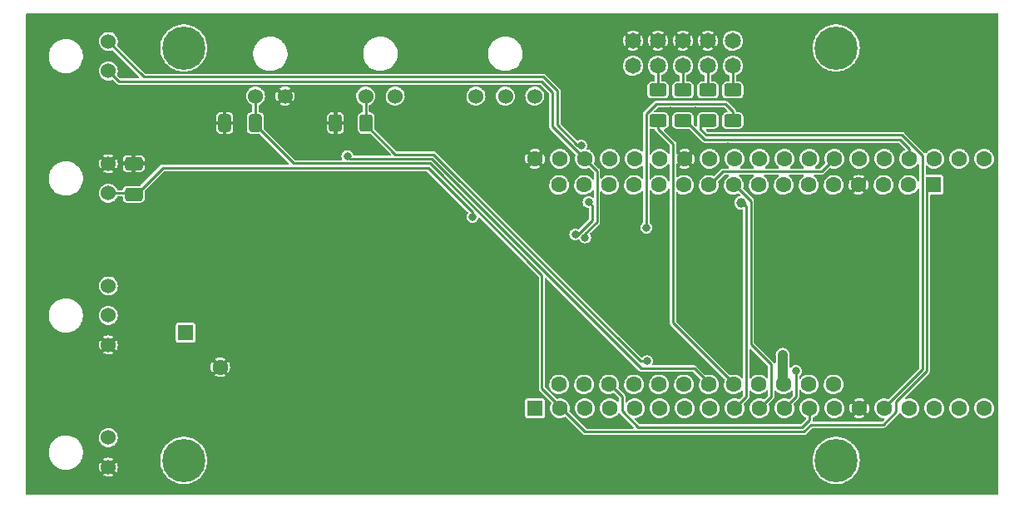
<source format=gbr>
%TF.GenerationSoftware,KiCad,Pcbnew,(6.0.7)*%
%TF.CreationDate,2022-09-15T14:23:33+02:00*%
%TF.ProjectId,Pixelix,50697865-6c69-4782-9e6b-696361645f70,V2.0*%
%TF.SameCoordinates,PX6052340PY72894a0*%
%TF.FileFunction,Copper,L2,Bot*%
%TF.FilePolarity,Positive*%
%FSLAX46Y46*%
G04 Gerber Fmt 4.6, Leading zero omitted, Abs format (unit mm)*
G04 Created by KiCad (PCBNEW (6.0.7)) date 2022-09-15 14:23:33*
%MOMM*%
%LPD*%
G01*
G04 APERTURE LIST*
G04 Aperture macros list*
%AMRoundRect*
0 Rectangle with rounded corners*
0 $1 Rounding radius*
0 $2 $3 $4 $5 $6 $7 $8 $9 X,Y pos of 4 corners*
0 Add a 4 corners polygon primitive as box body*
4,1,4,$2,$3,$4,$5,$6,$7,$8,$9,$2,$3,0*
0 Add four circle primitives for the rounded corners*
1,1,$1+$1,$2,$3*
1,1,$1+$1,$4,$5*
1,1,$1+$1,$6,$7*
1,1,$1+$1,$8,$9*
0 Add four rect primitives between the rounded corners*
20,1,$1+$1,$2,$3,$4,$5,0*
20,1,$1+$1,$4,$5,$6,$7,0*
20,1,$1+$1,$6,$7,$8,$9,0*
20,1,$1+$1,$8,$9,$2,$3,0*%
G04 Aperture macros list end*
%TA.AperFunction,ComponentPad*%
%ADD10C,1.530000*%
%TD*%
%TA.AperFunction,ComponentPad*%
%ADD11R,1.600000X1.600000*%
%TD*%
%TA.AperFunction,ComponentPad*%
%ADD12C,1.600000*%
%TD*%
%TA.AperFunction,ComponentPad*%
%ADD13C,0.700000*%
%TD*%
%TA.AperFunction,ComponentPad*%
%ADD14C,4.400000*%
%TD*%
%TA.AperFunction,ComponentPad*%
%ADD15C,1.650000*%
%TD*%
%TA.AperFunction,ComponentPad*%
%ADD16R,1.560000X1.600000*%
%TD*%
%TA.AperFunction,SMDPad,CuDef*%
%ADD17RoundRect,0.250000X-0.625000X0.400000X-0.625000X-0.400000X0.625000X-0.400000X0.625000X0.400000X0*%
%TD*%
%TA.AperFunction,SMDPad,CuDef*%
%ADD18RoundRect,0.250000X0.650000X-0.412500X0.650000X0.412500X-0.650000X0.412500X-0.650000X-0.412500X0*%
%TD*%
%TA.AperFunction,SMDPad,CuDef*%
%ADD19RoundRect,0.250000X0.412500X0.650000X-0.412500X0.650000X-0.412500X-0.650000X0.412500X-0.650000X0*%
%TD*%
%TA.AperFunction,SMDPad,CuDef*%
%ADD20RoundRect,0.250000X0.400000X0.625000X-0.400000X0.625000X-0.400000X-0.625000X0.400000X-0.625000X0*%
%TD*%
%TA.AperFunction,ViaPad*%
%ADD21C,0.800000*%
%TD*%
%TA.AperFunction,ViaPad*%
%ADD22C,1.000000*%
%TD*%
%TA.AperFunction,Conductor*%
%ADD23C,0.250000*%
%TD*%
%TA.AperFunction,Conductor*%
%ADD24C,1.000000*%
%TD*%
G04 APERTURE END LIST*
D10*
%TO.P,J7,1,Pin_1*%
%TO.N,/I2S_CLK*%
X46330000Y41080000D03*
%TO.P,J7,2,Pin_2*%
%TO.N,/I2S_WS*%
X49330000Y41080000D03*
%TO.P,J7,3,Pin_3*%
%TO.N,/I2S_Data_IN*%
X52330000Y41080000D03*
%TD*%
%TO.P,J1,1,Pin_1*%
%TO.N,/LDR-ANALOG-IN*%
X35115000Y41080000D03*
%TO.P,J1,2,Pin_2*%
%TO.N,+3V3*%
X38115000Y41080000D03*
%TD*%
%TO.P,J8,1,Pin_1*%
%TO.N,/RESET*%
X23900000Y41080000D03*
%TO.P,J8,2,Pin_2*%
%TO.N,GND*%
X26900000Y41080000D03*
%TD*%
D11*
%TO.P,C2,1*%
%TO.N,/VCC-PROTECTED*%
X16800000Y16987500D03*
D12*
%TO.P,C2,2*%
%TO.N,GND*%
X20300000Y13487500D03*
%TD*%
D13*
%TO.P,H1,1,1*%
%TO.N,unconnected-(H1-Pad1)*%
X14950000Y4000000D03*
X18250000Y4000000D03*
X15433274Y2833274D03*
X17766726Y5166726D03*
D14*
X16600000Y4000000D03*
D13*
X15433274Y5166726D03*
X17766726Y2833274D03*
X16600000Y2350000D03*
X16600000Y5650000D03*
%TD*%
%TO.P,H4,1,1*%
%TO.N,unconnected-(H4-Pad1)*%
X83000000Y47650000D03*
X81833274Y47166726D03*
X84650000Y46000000D03*
X83000000Y44350000D03*
X81833274Y44833274D03*
D14*
X83000000Y46000000D03*
D13*
X84166726Y44833274D03*
X84166726Y47166726D03*
X81350000Y46000000D03*
%TD*%
D11*
%TO.P,A1,1,~{RESET}*%
%TO.N,/RESET*%
X92900000Y32052500D03*
D12*
%TO.P,A1,2,3V3*%
%TO.N,+3V3*%
X90360000Y32052500D03*
%TO.P,A1,3,NC*%
%TO.N,unconnected-(A1-Pad3)*%
X87820000Y32052500D03*
%TO.P,A1,4,GND*%
%TO.N,GND*%
X85280000Y32052500D03*
%TO.P,A1,5,DAC2/A0*%
%TO.N,unconnected-(A1-Pad5)*%
X82740000Y32052500D03*
%TO.P,A1,6,DAC1/A1*%
%TO.N,unconnected-(A1-Pad6)*%
X80200000Y32052500D03*
%TO.P,A1,7,I34/A2*%
%TO.N,/LDR-ANALOG-IN*%
X77660000Y32052500D03*
%TO.P,A1,8,I39/A3*%
%TO.N,/I2S_WS*%
X75120000Y32052500D03*
%TO.P,A1,9,IO36/A4*%
%TO.N,/I2S_CLK*%
X72580000Y32052500D03*
%TO.P,A1,10,IO4/A5*%
%TO.N,/USER-BUTTON*%
X70040000Y32052500D03*
%TO.P,A1,11,SCK/IO5*%
%TO.N,unconnected-(A1-Pad11)*%
X67500000Y32052500D03*
%TO.P,A1,12,MOSI/IO18*%
%TO.N,unconnected-(A1-Pad12)*%
X64960000Y32052500D03*
%TO.P,A1,13,MISO/IO19*%
%TO.N,unconnected-(A1-Pad13)*%
X62420000Y32052500D03*
%TO.P,A1,14,RX/IO16*%
%TO.N,unconnected-(A1-Pad14)*%
X59880000Y32052500D03*
%TO.P,A1,15,TX/IO17*%
%TO.N,unconnected-(A1-Pad15)*%
X57340000Y32052500D03*
%TO.P,A1,16,I37*%
%TO.N,unconnected-(A1-Pad16)*%
X54800000Y32052500D03*
%TO.P,A1,17,SDA/IO23*%
%TO.N,/SDA*%
X54800000Y11732500D03*
%TO.P,A1,18,SCL/IO22*%
%TO.N,/SCL*%
X57340000Y11732500D03*
%TO.P,A1,19,A6/IO14*%
%TO.N,/MTMS*%
X59880000Y11732500D03*
%TO.P,A1,20,A7/IO32*%
%TO.N,unconnected-(A1-Pad20)*%
X62420000Y11732500D03*
%TO.P,A1,21,A8/IO15*%
%TO.N,/MTDO*%
X64960000Y11732500D03*
%TO.P,A1,22,A9/IO33*%
%TO.N,/I2S_Data_IN*%
X67500000Y11732500D03*
%TO.P,A1,23,A10/IO27*%
%TO.N,/LV-DATA-OUT*%
X70040000Y11732500D03*
%TO.P,A1,24,A11/IO12*%
%TO.N,/MTDI*%
X72580000Y11732500D03*
%TO.P,A1,25,A12/IO13*%
%TO.N,/MTCK*%
X75120000Y11732500D03*
%TO.P,A1,26,USB*%
%TO.N,/VCC-PROTECTED*%
X77660000Y11732500D03*
%TO.P,A1,27,EN*%
%TO.N,unconnected-(A1-Pad27)*%
X80200000Y11732500D03*
%TO.P,A1,28,VBAT*%
%TO.N,unconnected-(A1-Pad28)*%
X82740000Y11732500D03*
%TD*%
D13*
%TO.P,H3,1,1*%
%TO.N,unconnected-(H3-Pad1)*%
X16600000Y47650000D03*
X15433274Y44833274D03*
X14950000Y46000000D03*
D14*
X16600000Y46000000D03*
D13*
X17766726Y47166726D03*
X18250000Y46000000D03*
X17766726Y44833274D03*
X16600000Y44350000D03*
X15433274Y47166726D03*
%TD*%
D15*
%TO.P,J5,1,Pin_1*%
%TO.N,+3V3*%
X72480000Y46720000D03*
%TO.P,J5,2,Pin_2*%
%TO.N,Net-(J5-Pad2)*%
X72480000Y44180000D03*
%TO.P,J5,3,Pin_3*%
%TO.N,GND*%
X69940000Y46720000D03*
%TO.P,J5,4,Pin_4*%
%TO.N,Net-(J5-Pad4)*%
X69940000Y44180000D03*
%TO.P,J5,5,Pin_5*%
%TO.N,GND*%
X67400000Y46720000D03*
%TO.P,J5,6,Pin_6*%
%TO.N,Net-(J5-Pad6)*%
X67400000Y44180000D03*
%TO.P,J5,7,Pin_7*%
%TO.N,GND*%
X64860000Y46720000D03*
%TO.P,J5,8,Pin_8*%
%TO.N,Net-(J5-Pad8)*%
X64860000Y44180000D03*
%TO.P,J5,9,Pin_9*%
%TO.N,GND*%
X62320000Y46720000D03*
%TO.P,J5,10,Pin_10*%
%TO.N,unconnected-(J5-Pad10)*%
X62320000Y44180000D03*
%TD*%
D10*
%TO.P,J2,1,Pin_1*%
%TO.N,GND*%
X8920000Y3300000D03*
%TO.P,J2,2,Pin_2*%
%TO.N,Net-(F1-Pad2)*%
X8920000Y6300000D03*
%TD*%
%TO.P,J4,1,Pin_1*%
%TO.N,/USER-BUTTON*%
X8920000Y31200000D03*
%TO.P,J4,2,Pin_2*%
%TO.N,GND*%
X8920000Y34200000D03*
%TD*%
D13*
%TO.P,H2,1,1*%
%TO.N,unconnected-(H2-Pad1)*%
X81350000Y4000000D03*
X81833274Y2833274D03*
X83000000Y2350000D03*
X83000000Y5650000D03*
X81833274Y5166726D03*
D14*
X83000000Y4000000D03*
D13*
X84650000Y4000000D03*
X84166726Y2833274D03*
X84166726Y5166726D03*
%TD*%
D10*
%TO.P,J3,1,Pin_1*%
%TO.N,GND*%
X8920000Y15750000D03*
%TO.P,J3,2,Pin_2*%
%TO.N,/VCC-PROTECTED*%
X8920000Y18750000D03*
%TO.P,J3,3,Pin_3*%
%TO.N,/HV-DATA-OUT*%
X8920000Y21750000D03*
%TD*%
D16*
%TO.P,U1,1,3V3*%
%TO.N,+3V3*%
X52340000Y9300000D03*
D12*
%TO.P,U1,2,EN*%
%TO.N,/RESET*%
X54880000Y9300000D03*
%TO.P,U1,3,SENSOR_VP*%
%TO.N,unconnected-(U1-Pad3)*%
X57420000Y9300000D03*
%TO.P,U1,4,SENSOR_VN*%
%TO.N,unconnected-(U1-Pad4)*%
X59960000Y9300000D03*
%TO.P,U1,5,IO34*%
%TO.N,/LDR-ANALOG-IN*%
X62500000Y9300000D03*
%TO.P,U1,6,IO35*%
%TO.N,unconnected-(U1-Pad6)*%
X65040000Y9300000D03*
%TO.P,U1,7,IO32*%
%TO.N,unconnected-(U1-Pad7)*%
X67580000Y9300000D03*
%TO.P,U1,8,IO33*%
%TO.N,/I2S_Data_IN*%
X70120000Y9300000D03*
%TO.P,U1,9,IO25*%
%TO.N,/I2S_WS*%
X72660000Y9300000D03*
%TO.P,U1,10,IO26*%
%TO.N,/I2S_CLK*%
X75200000Y9300000D03*
%TO.P,U1,11,IO27*%
%TO.N,/LV-DATA-OUT*%
X77740000Y9300000D03*
%TO.P,U1,12,IO14*%
%TO.N,/MTMS*%
X80280000Y9300000D03*
%TO.P,U1,13,IO12*%
%TO.N,/MTDI*%
X82820000Y9300000D03*
%TO.P,U1,14,GND1*%
%TO.N,GND*%
X85360000Y9300000D03*
%TO.P,U1,15,IO13*%
%TO.N,/MTCK*%
X87900000Y9300000D03*
%TO.P,U1,16,SD2*%
%TO.N,unconnected-(U1-Pad16)*%
X90440000Y9300000D03*
%TO.P,U1,17,SD3*%
%TO.N,unconnected-(U1-Pad17)*%
X92980000Y9300000D03*
%TO.P,U1,18,CMD*%
%TO.N,unconnected-(U1-Pad18)*%
X95520000Y9300000D03*
%TO.P,U1,19,EXT_5V*%
%TO.N,/VCC-PROTECTED*%
X98060000Y9300000D03*
%TO.P,U1,20,GND3*%
%TO.N,GND*%
X52340000Y34700000D03*
%TO.P,U1,21,IO23*%
%TO.N,unconnected-(U1-Pad21)*%
X54880000Y34700000D03*
%TO.P,U1,22,IO22*%
%TO.N,/SCL*%
X57420000Y34700000D03*
%TO.P,U1,23,TXD0*%
%TO.N,unconnected-(U1-Pad23)*%
X59960000Y34700000D03*
%TO.P,U1,24,RXD0*%
%TO.N,unconnected-(U1-Pad24)*%
X62500000Y34700000D03*
%TO.P,U1,25,IO21*%
%TO.N,/SDA*%
X65040000Y34700000D03*
%TO.P,U1,26,GND2*%
%TO.N,GND*%
X67580000Y34700000D03*
%TO.P,U1,27,IO19*%
%TO.N,unconnected-(U1-Pad27)*%
X70120000Y34700000D03*
%TO.P,U1,28,IO18*%
%TO.N,unconnected-(U1-Pad28)*%
X72660000Y34700000D03*
%TO.P,U1,29,IO5*%
%TO.N,unconnected-(U1-Pad29)*%
X75200000Y34700000D03*
%TO.P,U1,30,IO17*%
%TO.N,unconnected-(U1-Pad30)*%
X77740000Y34700000D03*
%TO.P,U1,31,IO16*%
%TO.N,unconnected-(U1-Pad31)*%
X80280000Y34700000D03*
%TO.P,U1,32,IO4*%
%TO.N,/USER-BUTTON*%
X82820000Y34700000D03*
%TO.P,U1,33,IO0*%
%TO.N,unconnected-(U1-Pad33)*%
X85360000Y34700000D03*
%TO.P,U1,34,IO2*%
%TO.N,unconnected-(U1-Pad34)*%
X87900000Y34700000D03*
%TO.P,U1,35,IO15*%
%TO.N,/MTDO*%
X90440000Y34700000D03*
%TO.P,U1,36,SD1*%
%TO.N,unconnected-(U1-Pad36)*%
X92980000Y34700000D03*
%TO.P,U1,37,SD0*%
%TO.N,unconnected-(U1-Pad37)*%
X95520000Y34700000D03*
%TO.P,U1,38,CLK*%
%TO.N,unconnected-(U1-Pad38)*%
X98060000Y34700000D03*
%TD*%
D10*
%TO.P,J6,1,Pin_1*%
%TO.N,/SCL*%
X8920000Y43650000D03*
%TO.P,J6,2,Pin_2*%
%TO.N,/SDA*%
X8920000Y46650000D03*
%TD*%
D17*
%TO.P,R6,1*%
%TO.N,Net-(J5-Pad4)*%
X69933332Y41700000D03*
%TO.P,R6,2*%
%TO.N,/MTCK*%
X69933332Y38600000D03*
%TD*%
D18*
%TO.P,C3,1*%
%TO.N,/USER-BUTTON*%
X11500000Y31087500D03*
%TO.P,C3,2*%
%TO.N,GND*%
X11500000Y34212500D03*
%TD*%
D17*
%TO.P,R5,1*%
%TO.N,Net-(J5-Pad2)*%
X72470000Y41700000D03*
%TO.P,R5,2*%
%TO.N,/MTMS*%
X72470000Y38600000D03*
%TD*%
%TO.P,R8,1*%
%TO.N,Net-(J5-Pad8)*%
X64860000Y41700000D03*
%TO.P,R8,2*%
%TO.N,/MTDI*%
X64860000Y38600000D03*
%TD*%
%TO.P,R7,1*%
%TO.N,Net-(J5-Pad6)*%
X67396666Y41700000D03*
%TO.P,R7,2*%
%TO.N,/MTDO*%
X67396666Y38600000D03*
%TD*%
D19*
%TO.P,C4,1*%
%TO.N,/RESET*%
X23887500Y38350000D03*
%TO.P,C4,2*%
%TO.N,GND*%
X20762500Y38350000D03*
%TD*%
D20*
%TO.P,R2,1*%
%TO.N,/LDR-ANALOG-IN*%
X35150000Y38350000D03*
%TO.P,R2,2*%
%TO.N,GND*%
X32050000Y38350000D03*
%TD*%
D21*
%TO.N,GND*%
X39400000Y29200000D03*
X93000000Y2100000D03*
X12000000Y2100000D03*
X50840000Y41250000D03*
X2000000Y42100000D03*
X13400000Y41700000D03*
X89325100Y35699900D03*
X28200000Y35000000D03*
X23475000Y30575000D03*
X32000000Y48100000D03*
X52000000Y2100000D03*
X2000000Y27100000D03*
X65900000Y14100000D03*
X59550000Y29550000D03*
X74170000Y38010000D03*
X17200000Y27900000D03*
X79600000Y44900000D03*
X90400000Y15900000D03*
X41100000Y33000000D03*
X44600000Y44100000D03*
X15500000Y22400000D03*
X36800000Y9100000D03*
X28000000Y12200000D03*
X6900000Y21400000D03*
X93000000Y48100000D03*
X86400000Y25900000D03*
X42000000Y48100000D03*
X56400000Y40800000D03*
X95150100Y10799900D03*
X2000000Y22100000D03*
X76200000Y30300000D03*
X86900000Y37934500D03*
X28020000Y32970000D03*
X61000000Y13600000D03*
X74850000Y14124500D03*
X57000000Y48100000D03*
X45500000Y15000000D03*
X80050000Y13500000D03*
X90400000Y22500000D03*
X31300000Y12600000D03*
X18200000Y19300000D03*
X62100000Y37375989D03*
X67600000Y27500000D03*
X58800000Y16300000D03*
X50200000Y9100000D03*
X72000000Y2100000D03*
X89525100Y8099900D03*
X53000000Y37100000D03*
X47000000Y2100000D03*
X79000000Y8659011D03*
X13000000Y48100000D03*
X56050000Y22550000D03*
X84100000Y8524500D03*
X84300000Y15900000D03*
X43900000Y38000000D03*
X72600000Y24100000D03*
X64400000Y15900000D03*
X13700000Y37900000D03*
X56061752Y29975500D03*
X15000000Y34700000D03*
X32800000Y41600000D03*
X10800000Y43500000D03*
X98000000Y48100000D03*
X98000000Y42100000D03*
X48800000Y34400000D03*
X35700000Y33000000D03*
X69950000Y13300000D03*
X49700000Y5800000D03*
X34600000Y29100000D03*
X8800000Y38900000D03*
X68650000Y39575500D03*
X72000000Y35949900D03*
X2000000Y2100000D03*
X93075100Y12849900D03*
X37200000Y38300000D03*
X72700000Y14124500D03*
X73000000Y20900000D03*
X46200000Y39590000D03*
X67600000Y23400000D03*
X61200000Y33400000D03*
X43910000Y7210000D03*
X18200000Y23200000D03*
X62635100Y29550000D03*
X67600000Y15600000D03*
X7000000Y2100000D03*
X41100000Y36300000D03*
X59100000Y27550000D03*
X27800000Y24950000D03*
X39100000Y44100000D03*
X77000000Y2100000D03*
X22000000Y2100000D03*
X37550000Y16800000D03*
X72960000Y40380000D03*
X20800000Y34700000D03*
X2000000Y12100000D03*
X66120000Y39575500D03*
X93500000Y44800000D03*
X85000000Y13500000D03*
X28800000Y21000000D03*
X79100000Y5800000D03*
X79100000Y30300000D03*
X81600000Y20600000D03*
X93000000Y15900000D03*
X98000000Y32100000D03*
X84100000Y35500000D03*
X98000000Y27100000D03*
X67144500Y30400000D03*
X76470100Y8639900D03*
X32000000Y2100000D03*
X2000000Y48100000D03*
X98000000Y17100000D03*
X98000000Y2100000D03*
X58700000Y10500000D03*
X62000000Y2100000D03*
X76500000Y35400000D03*
X37400000Y22900000D03*
X47000000Y48100000D03*
X88000000Y42100000D03*
X11600000Y29500000D03*
X42200000Y41800000D03*
X19600000Y44200000D03*
X12400000Y23100000D03*
X64425100Y33399900D03*
X63300000Y40170000D03*
X58900000Y20600000D03*
X2000000Y17100000D03*
X52100000Y29900000D03*
X70100000Y30000000D03*
X7000000Y48100000D03*
X37470000Y11640000D03*
X25400000Y14800000D03*
X50550000Y28000000D03*
X56450000Y28050000D03*
X46090000Y18700000D03*
X52000000Y48100000D03*
X67000000Y48100000D03*
X93000000Y22500000D03*
X93000000Y29500000D03*
X48500000Y39370000D03*
X36400000Y35600000D03*
X77000000Y48100000D03*
X22000000Y48100000D03*
X58400000Y24000000D03*
X43800000Y25100000D03*
X22050000Y23350000D03*
X56300000Y44400000D03*
X62400000Y27850000D03*
X98000000Y12100000D03*
X67000000Y2100000D03*
X71220000Y43200000D03*
X68900000Y35940000D03*
X90900000Y5800000D03*
X2000000Y32100000D03*
X15000000Y32700000D03*
X60000000Y44200000D03*
X22350000Y38350000D03*
X30900000Y44100000D03*
X61800000Y18500000D03*
X56560000Y37375989D03*
X71200000Y39570000D03*
X15700000Y19300000D03*
X74900000Y45900000D03*
X37000000Y2100000D03*
X74300000Y43200000D03*
X70100000Y21800000D03*
X98000000Y7100000D03*
X19000000Y6100000D03*
X56050000Y16950000D03*
X64400000Y5795990D03*
X98000000Y37100000D03*
X65100000Y30100000D03*
X91900000Y38400000D03*
X37000000Y6200000D03*
X38800000Y24700000D03*
X67600000Y19300000D03*
X68700000Y43200000D03*
X43900000Y29800000D03*
X19900000Y41700000D03*
X53250000Y39810000D03*
X50800000Y16800000D03*
X41200000Y12300000D03*
X37000000Y48100000D03*
X46020000Y27610000D03*
X2000000Y7100000D03*
X90400000Y29500000D03*
X75300000Y16700000D03*
X7600000Y26900000D03*
X54100000Y13650000D03*
X78100000Y15900000D03*
X75600000Y27100000D03*
X27000000Y2100000D03*
X40400000Y19700000D03*
X10600000Y20600000D03*
X34000000Y26600000D03*
X29000000Y15300000D03*
X52325500Y21700000D03*
X72600000Y27500000D03*
X71400000Y10500000D03*
X82500000Y30100000D03*
X29000000Y18100000D03*
X80000000Y41100000D03*
X86625100Y33974900D03*
X84400000Y11500000D03*
X54050000Y21100000D03*
X6200000Y13400000D03*
X42000000Y2100000D03*
X44420000Y18950000D03*
X25400000Y12300000D03*
X69200000Y16900000D03*
X88750000Y11400000D03*
X85436000Y5800000D03*
X26460000Y29300000D03*
X57000000Y2100000D03*
X66110000Y43150000D03*
X89650100Y33424900D03*
X90800000Y13500000D03*
X56100000Y10500000D03*
X27000000Y48100000D03*
X66300000Y10500000D03*
X70100000Y25700000D03*
X62550000Y24350000D03*
X25600000Y5900000D03*
X94225100Y8149900D03*
X78700000Y37934500D03*
X54200000Y25800000D03*
X2000000Y37100000D03*
X72000000Y48100000D03*
X21800000Y32700000D03*
X98000000Y22100000D03*
X30475000Y38350000D03*
X62000000Y48100000D03*
X26400000Y34550000D03*
X65250000Y27700000D03*
X19000000Y12100000D03*
X22050000Y27350000D03*
X87000000Y2100000D03*
X65350000Y20550000D03*
X24600000Y19200000D03*
X19300000Y38350000D03*
X91066045Y10841446D03*
X47400000Y23500000D03*
X52250000Y11900000D03*
X29600000Y6100000D03*
X11000000Y9700000D03*
X75300000Y23300000D03*
X65575100Y35999900D03*
X46080000Y32890000D03*
X58640000Y35420000D03*
X72000000Y17200000D03*
X87000000Y48100000D03*
X47860000Y41410000D03*
X68900000Y33400000D03*
X79900000Y26200000D03*
X63550000Y43170000D03*
X11500000Y32700000D03*
X61190000Y35440000D03*
%TO.N,/LDR-ANALOG-IN*%
X63769857Y14094456D03*
D22*
%TO.N,/I2S_WS*%
X73333240Y30233240D03*
D21*
%TO.N,/USER-BUTTON*%
X46000000Y28800000D03*
%TO.N,/SDA*%
X56450000Y27000000D03*
X57050100Y36049900D03*
X57800000Y30300000D03*
%TO.N,/SCL*%
X57450000Y26700000D03*
%TO.N,/MTMS*%
X63700000Y27700000D03*
%TO.N,/LV-DATA-OUT*%
X33250600Y34990000D03*
X78900000Y13100000D03*
D22*
%TO.N,/VCC-PROTECTED*%
X77550000Y14750000D03*
%TD*%
D23*
%TO.N,/LDR-ANALOG-IN*%
X35150000Y38350000D02*
X35150000Y38150000D01*
X35115000Y38385000D02*
X35150000Y38350000D01*
X35150000Y38150000D02*
X38150000Y35150000D01*
X35115000Y41080000D02*
X35115000Y38385000D01*
X42032137Y35150000D02*
X63087681Y14094456D01*
X38150000Y35150000D02*
X42032137Y35150000D01*
X63087681Y14094456D02*
X63769857Y14094456D01*
%TO.N,/I2S_WS*%
X73466760Y30233240D02*
X73333240Y30233240D01*
X72660000Y9300000D02*
X73850000Y10490000D01*
X73850000Y10490000D02*
X73850000Y29850000D01*
X73850000Y29850000D02*
X73466760Y30233240D01*
%TO.N,/I2S_CLK*%
X74310000Y30422500D02*
X74310000Y15840000D01*
X76400000Y10500000D02*
X75200000Y9300000D01*
X72680000Y32052500D02*
X74310000Y30422500D01*
X74310000Y15840000D02*
X76400000Y13750000D01*
X76400000Y13750000D02*
X76400000Y10500000D01*
%TO.N,/USER-BUTTON*%
X11500000Y31087500D02*
X11737500Y31087500D01*
X14450000Y33800000D02*
X41475000Y33800000D01*
X11387500Y31200000D02*
X11500000Y31087500D01*
X82820000Y34700000D02*
X81520000Y33400000D01*
X11737500Y31087500D02*
X14450000Y33800000D01*
X41475000Y33800000D02*
X46000000Y29275000D01*
X81520000Y33400000D02*
X71487500Y33400000D01*
X8920000Y31200000D02*
X11387500Y31200000D01*
X46000000Y29275000D02*
X46000000Y28800000D01*
X71487500Y33400000D02*
X70140000Y32052500D01*
%TO.N,/SDA*%
X56725200Y27000000D02*
X56450000Y27000000D01*
X54600000Y41615704D02*
X54600000Y38140000D01*
X53166194Y43049510D02*
X54600000Y41615704D01*
X8920000Y46650000D02*
X12520489Y43049511D01*
X58200589Y29899411D02*
X58200589Y28475389D01*
X54600000Y38140000D02*
X56690100Y36049900D01*
X57800000Y30300000D02*
X58200589Y29899411D01*
X12520489Y43049511D02*
X53166194Y43049510D01*
X56690100Y36049900D02*
X57050100Y36049900D01*
X58200589Y28475389D02*
X56725200Y27000000D01*
%TO.N,/SCL*%
X57375400Y34700000D02*
X57420000Y34700000D01*
X52980000Y42600000D02*
X54100000Y41480000D01*
X54100000Y41480000D02*
X54100000Y37975400D01*
X58650100Y28289196D02*
X57450000Y27089096D01*
X57450000Y27089096D02*
X57450000Y26700000D01*
X9970000Y42600000D02*
X52980000Y42600000D01*
X58650100Y33469900D02*
X58650100Y28289196D01*
X54100000Y37975400D02*
X57375400Y34700000D01*
X57420000Y34700000D02*
X58650100Y33469900D01*
X8920000Y43650000D02*
X9970000Y42600000D01*
%TO.N,/MTMS*%
X72470000Y39540000D02*
X71710000Y40300000D01*
X64722510Y40300000D02*
X63660480Y39237970D01*
X80280000Y9300000D02*
X80280000Y8130000D01*
X62859008Y7350000D02*
X61200000Y9009008D01*
X79500000Y7350000D02*
X62859008Y7350000D01*
X61200000Y10512500D02*
X59980000Y11732500D01*
X80280000Y8130000D02*
X79500000Y7350000D01*
X63660480Y39237970D02*
X63660480Y27739520D01*
X72470000Y38600000D02*
X72470000Y39540000D01*
X63660480Y27739520D02*
X63700000Y27700000D01*
X71710000Y40300000D02*
X64722510Y40300000D01*
X61200000Y9009008D02*
X61200000Y10512500D01*
%TO.N,/MTDO*%
X89520100Y36679900D02*
X90440000Y35760000D01*
X67396666Y38600000D02*
X67654296Y38600000D01*
X69574396Y36679900D02*
X89520100Y36679900D01*
X90440000Y35760000D02*
X90440000Y34700000D01*
X67654296Y38600000D02*
X69574396Y36679900D01*
%TO.N,/LV-DATA-OUT*%
X41846408Y34700000D02*
X33540600Y34700000D01*
X77740000Y9300000D02*
X78900000Y10460000D01*
X33540600Y34700000D02*
X33250600Y34990000D01*
X68550000Y13350000D02*
X63196408Y13350000D01*
X78900000Y10460000D02*
X78900000Y13100000D01*
X70167500Y11732500D02*
X68550000Y13350000D01*
X63196408Y13350000D02*
X41846408Y34700000D01*
%TO.N,/MTDI*%
X64860000Y37760000D02*
X66375489Y36244511D01*
X64860000Y38600000D02*
X64860000Y37760000D01*
X66375489Y18037011D02*
X72680000Y11732500D01*
X66375489Y36244511D02*
X66375489Y18037011D01*
%TO.N,/MTCK*%
X87900000Y9385704D02*
X87900000Y9300000D01*
X91770000Y13255704D02*
X87900000Y9385704D01*
X69760599Y37129401D02*
X89706303Y37129401D01*
X69200000Y37950000D02*
X69200000Y37690000D01*
X69570000Y38600000D02*
X69200000Y38230000D01*
X91770000Y35065704D02*
X91770000Y13255704D01*
X69933332Y38600000D02*
X69570000Y38600000D01*
X89706303Y37129401D02*
X91770000Y35065704D01*
X69200000Y38230000D02*
X69200000Y37690000D01*
X69200000Y37690000D02*
X69760599Y37129401D01*
%TO.N,/RESET*%
X41661194Y34249510D02*
X53050000Y22860704D01*
X89120000Y9970000D02*
X92225100Y13075100D01*
X92225100Y31377600D02*
X92900000Y32052500D01*
X80430000Y7630000D02*
X87820991Y7630000D01*
X23887500Y38350000D02*
X23887500Y38137500D01*
X23900000Y38362500D02*
X23887500Y38350000D01*
X23887500Y38137500D02*
X27775489Y34249511D01*
X87820991Y7630000D02*
X89120000Y8929009D01*
X79700490Y6900490D02*
X80430000Y7630000D01*
X89120000Y8929009D02*
X89120000Y9970000D01*
X53050000Y11300000D02*
X57449510Y6900490D01*
X27775489Y34249511D02*
X41661194Y34249510D01*
X53050000Y22860704D02*
X53050000Y11300000D01*
X57449510Y6900490D02*
X79700490Y6900490D01*
X23900000Y41080000D02*
X23900000Y38362500D01*
X92225100Y13075100D02*
X92225100Y31377600D01*
D24*
%TO.N,/VCC-PROTECTED*%
X77550000Y11942500D02*
X77550000Y14750000D01*
X77760000Y11732500D02*
X77550000Y11942500D01*
D23*
%TO.N,Net-(J5-Pad2)*%
X72480000Y44180000D02*
X72480000Y41710000D01*
X72480000Y41710000D02*
X72470000Y41700000D01*
%TO.N,Net-(J5-Pad4)*%
X69940000Y41706668D02*
X69933332Y41700000D01*
X69940000Y44180000D02*
X69940000Y41706668D01*
%TO.N,Net-(J5-Pad6)*%
X67400000Y41703334D02*
X67396666Y41700000D01*
X67400000Y44180000D02*
X67400000Y41703334D01*
%TO.N,Net-(J5-Pad8)*%
X64860000Y41700000D02*
X64860000Y44180000D01*
%TD*%
%TA.AperFunction,Conductor*%
%TO.N,GND*%
G36*
X99458691Y49480593D02*
G01*
X99494655Y49431093D01*
X99499500Y49400500D01*
X99499500Y599500D01*
X99480593Y541309D01*
X99431093Y505345D01*
X99400500Y500500D01*
X599500Y500500D01*
X541309Y519407D01*
X505345Y568907D01*
X500500Y599500D01*
X500500Y2489752D01*
X8397867Y2489752D01*
X8405096Y2482240D01*
X8527570Y2413792D01*
X8536392Y2409937D01*
X8707173Y2354447D01*
X8716586Y2352378D01*
X8894891Y2331117D01*
X8904518Y2330915D01*
X9083554Y2344691D01*
X9093043Y2346364D01*
X9265992Y2394653D01*
X9274981Y2398140D01*
X9435244Y2479094D01*
X9437586Y2480580D01*
X9443829Y2489835D01*
X9443758Y2491864D01*
X9441061Y2496096D01*
X8931086Y3006071D01*
X8919203Y3012125D01*
X8914172Y3011329D01*
X8403344Y2500501D01*
X8397867Y2489752D01*
X500500Y2489752D01*
X500500Y4692835D01*
X2847866Y4692835D01*
X2848360Y4689207D01*
X2848360Y4689203D01*
X2860349Y4601110D01*
X2882952Y4435030D01*
X2955758Y4185243D01*
X2957297Y4181905D01*
X3063148Y3952296D01*
X3063151Y3952290D01*
X3064686Y3948961D01*
X3207341Y3731375D01*
X3380591Y3537265D01*
X3580629Y3370895D01*
X3803061Y3235920D01*
X4043001Y3135305D01*
X4046563Y3134401D01*
X4046564Y3134400D01*
X4291616Y3072165D01*
X4291621Y3072164D01*
X4295177Y3071261D01*
X4511286Y3049500D01*
X4666044Y3049500D01*
X4752885Y3055954D01*
X4855812Y3063602D01*
X4855818Y3063603D01*
X4859466Y3063874D01*
X5083512Y3114570D01*
X5109648Y3120484D01*
X5113232Y3121295D01*
X5149259Y3135305D01*
X5181850Y3147979D01*
X5355723Y3215595D01*
X5518656Y3308719D01*
X7950831Y3308719D01*
X7965856Y3129774D01*
X7967594Y3120307D01*
X8017089Y2947699D01*
X8020640Y2938731D01*
X8101821Y2780769D01*
X8109373Y2775752D01*
X8111584Y2775845D01*
X8115545Y2778388D01*
X8626071Y3288914D01*
X8631313Y3299203D01*
X9207875Y3299203D01*
X9208671Y3294172D01*
X9719182Y2783661D01*
X9730037Y2778130D01*
X9737445Y2785209D01*
X9803448Y2901394D01*
X9807363Y2910189D01*
X9864045Y3080580D01*
X9866179Y3089974D01*
X9888943Y3270172D01*
X9889330Y3275699D01*
X9889630Y3297241D01*
X9889400Y3302738D01*
X9871674Y3483533D01*
X9869805Y3492971D01*
X9817902Y3664880D01*
X9814233Y3673784D01*
X9739111Y3815065D01*
X9730695Y3823193D01*
X9720977Y3818134D01*
X9213929Y3311086D01*
X9207875Y3299203D01*
X8631313Y3299203D01*
X8632125Y3300797D01*
X8631329Y3305828D01*
X8120149Y3817008D01*
X8109507Y3822430D01*
X8101893Y3815051D01*
X8031078Y3686239D01*
X8027278Y3677376D01*
X7972985Y3506221D01*
X7970981Y3496793D01*
X7950965Y3318347D01*
X7950831Y3308719D01*
X5518656Y3308719D01*
X5581612Y3344701D01*
X5617823Y3373247D01*
X5783045Y3503498D01*
X5785936Y3505777D01*
X5788450Y3508450D01*
X5788456Y3508455D01*
X5961694Y3692613D01*
X5961697Y3692617D01*
X5964208Y3695286D01*
X6112511Y3909063D01*
X6212195Y4111204D01*
X8396424Y4111204D01*
X8401528Y4101315D01*
X8908914Y3593929D01*
X8920797Y3587875D01*
X8925828Y3588671D01*
X9337157Y4000000D01*
X14194754Y4000000D01*
X14194949Y3996901D01*
X14205926Y3822430D01*
X14213720Y3698543D01*
X14270319Y3401840D01*
X14271275Y3398898D01*
X14271277Y3398890D01*
X14330834Y3215595D01*
X14363659Y3114570D01*
X14364986Y3111750D01*
X14446403Y2938731D01*
X14492267Y2841264D01*
X14493936Y2838635D01*
X14493936Y2838634D01*
X14527841Y2785209D01*
X14654115Y2586232D01*
X14656097Y2583836D01*
X14656100Y2583832D01*
X14733930Y2489752D01*
X14846651Y2353496D01*
X15066838Y2146726D01*
X15311205Y1969184D01*
X15313932Y1967685D01*
X15573174Y1825164D01*
X15573180Y1825161D01*
X15575896Y1823668D01*
X15578784Y1822525D01*
X15578783Y1822525D01*
X15853848Y1713619D01*
X15853851Y1713618D01*
X15856738Y1712475D01*
X15859741Y1711704D01*
X15859747Y1711702D01*
X16146295Y1638130D01*
X16149302Y1637358D01*
X16152383Y1636969D01*
X16152387Y1636968D01*
X16251903Y1624396D01*
X16448973Y1599500D01*
X16751027Y1599500D01*
X16948097Y1624396D01*
X17047613Y1636968D01*
X17047617Y1636969D01*
X17050698Y1637358D01*
X17053705Y1638130D01*
X17340253Y1711702D01*
X17340259Y1711704D01*
X17343262Y1712475D01*
X17346149Y1713618D01*
X17346152Y1713619D01*
X17621217Y1822525D01*
X17621216Y1822525D01*
X17624104Y1823668D01*
X17626820Y1825161D01*
X17626826Y1825164D01*
X17886068Y1967685D01*
X17888795Y1969184D01*
X18133162Y2146726D01*
X18353349Y2353496D01*
X18466070Y2489752D01*
X18543900Y2583832D01*
X18543903Y2583836D01*
X18545885Y2586232D01*
X18672160Y2785209D01*
X18706064Y2838634D01*
X18706064Y2838635D01*
X18707733Y2841264D01*
X18753598Y2938731D01*
X18835014Y3111750D01*
X18836341Y3114570D01*
X18869166Y3215595D01*
X18928723Y3398890D01*
X18928725Y3398898D01*
X18929681Y3401840D01*
X18986280Y3698543D01*
X18994075Y3822430D01*
X19005051Y3996901D01*
X19005246Y4000000D01*
X80594754Y4000000D01*
X80594949Y3996901D01*
X80605926Y3822430D01*
X80613720Y3698543D01*
X80670319Y3401840D01*
X80671275Y3398898D01*
X80671277Y3398890D01*
X80730834Y3215595D01*
X80763659Y3114570D01*
X80764986Y3111750D01*
X80846403Y2938731D01*
X80892267Y2841264D01*
X80893936Y2838635D01*
X80893936Y2838634D01*
X80927841Y2785209D01*
X81054115Y2586232D01*
X81056097Y2583836D01*
X81056100Y2583832D01*
X81133930Y2489752D01*
X81246651Y2353496D01*
X81466838Y2146726D01*
X81711205Y1969184D01*
X81713932Y1967685D01*
X81973174Y1825164D01*
X81973180Y1825161D01*
X81975896Y1823668D01*
X81978784Y1822525D01*
X81978783Y1822525D01*
X82253848Y1713619D01*
X82253851Y1713618D01*
X82256738Y1712475D01*
X82259741Y1711704D01*
X82259747Y1711702D01*
X82546295Y1638130D01*
X82549302Y1637358D01*
X82552383Y1636969D01*
X82552387Y1636968D01*
X82651903Y1624396D01*
X82848973Y1599500D01*
X83151027Y1599500D01*
X83348097Y1624396D01*
X83447613Y1636968D01*
X83447617Y1636969D01*
X83450698Y1637358D01*
X83453705Y1638130D01*
X83740253Y1711702D01*
X83740259Y1711704D01*
X83743262Y1712475D01*
X83746149Y1713618D01*
X83746152Y1713619D01*
X84021217Y1822525D01*
X84021216Y1822525D01*
X84024104Y1823668D01*
X84026820Y1825161D01*
X84026826Y1825164D01*
X84286068Y1967685D01*
X84288795Y1969184D01*
X84533162Y2146726D01*
X84753349Y2353496D01*
X84866070Y2489752D01*
X84943900Y2583832D01*
X84943903Y2583836D01*
X84945885Y2586232D01*
X85072160Y2785209D01*
X85106064Y2838634D01*
X85106064Y2838635D01*
X85107733Y2841264D01*
X85153598Y2938731D01*
X85235014Y3111750D01*
X85236341Y3114570D01*
X85269166Y3215595D01*
X85328723Y3398890D01*
X85328725Y3398898D01*
X85329681Y3401840D01*
X85386280Y3698543D01*
X85394075Y3822430D01*
X85405051Y3996901D01*
X85405246Y4000000D01*
X85403828Y4022546D01*
X85386476Y4298348D01*
X85386475Y4298354D01*
X85386280Y4301457D01*
X85329681Y4598160D01*
X85328725Y4601102D01*
X85328723Y4601110D01*
X85237303Y4882469D01*
X85236341Y4885430D01*
X85107733Y5158736D01*
X84945885Y5413768D01*
X84942306Y5418095D01*
X84755330Y5644109D01*
X84753349Y5646504D01*
X84745250Y5654110D01*
X84702816Y5693958D01*
X84533162Y5853274D01*
X84516255Y5865558D01*
X84466510Y5901699D01*
X84288795Y6030816D01*
X84173459Y6094223D01*
X84026826Y6174836D01*
X84026820Y6174839D01*
X84024104Y6176332D01*
X83896755Y6226753D01*
X83746152Y6286381D01*
X83746149Y6286382D01*
X83743262Y6287525D01*
X83740259Y6288296D01*
X83740253Y6288298D01*
X83453705Y6361870D01*
X83453704Y6361870D01*
X83450698Y6362642D01*
X83447617Y6363031D01*
X83447613Y6363032D01*
X83348097Y6375604D01*
X83151027Y6400500D01*
X82848973Y6400500D01*
X82651903Y6375604D01*
X82552387Y6363032D01*
X82552383Y6363031D01*
X82549302Y6362642D01*
X82546296Y6361870D01*
X82546295Y6361870D01*
X82259747Y6288298D01*
X82259741Y6288296D01*
X82256738Y6287525D01*
X82253851Y6286382D01*
X82253848Y6286381D01*
X82103245Y6226753D01*
X81975896Y6176332D01*
X81973180Y6174839D01*
X81973174Y6174836D01*
X81826541Y6094223D01*
X81711205Y6030816D01*
X81533490Y5901699D01*
X81483746Y5865558D01*
X81466838Y5853274D01*
X81297184Y5693958D01*
X81254751Y5654110D01*
X81246651Y5646504D01*
X81244670Y5644109D01*
X81057695Y5418095D01*
X81054115Y5413768D01*
X80892267Y5158736D01*
X80763659Y4885430D01*
X80762697Y4882469D01*
X80671277Y4601110D01*
X80671275Y4601102D01*
X80670319Y4598160D01*
X80613720Y4301457D01*
X80613525Y4298354D01*
X80613524Y4298348D01*
X80596172Y4022546D01*
X80594754Y4000000D01*
X19005246Y4000000D01*
X19003828Y4022546D01*
X18986476Y4298348D01*
X18986475Y4298354D01*
X18986280Y4301457D01*
X18929681Y4598160D01*
X18928725Y4601102D01*
X18928723Y4601110D01*
X18837303Y4882469D01*
X18836341Y4885430D01*
X18707733Y5158736D01*
X18545885Y5413768D01*
X18542306Y5418095D01*
X18355330Y5644109D01*
X18353349Y5646504D01*
X18345250Y5654110D01*
X18302816Y5693958D01*
X18133162Y5853274D01*
X18116255Y5865558D01*
X18066510Y5901699D01*
X17888795Y6030816D01*
X17773459Y6094223D01*
X17626826Y6174836D01*
X17626820Y6174839D01*
X17624104Y6176332D01*
X17496755Y6226753D01*
X17346152Y6286381D01*
X17346149Y6286382D01*
X17343262Y6287525D01*
X17340259Y6288296D01*
X17340253Y6288298D01*
X17053705Y6361870D01*
X17053704Y6361870D01*
X17050698Y6362642D01*
X17047617Y6363031D01*
X17047613Y6363032D01*
X16948097Y6375604D01*
X16751027Y6400500D01*
X16448973Y6400500D01*
X16251903Y6375604D01*
X16152387Y6363032D01*
X16152383Y6363031D01*
X16149302Y6362642D01*
X16146296Y6361870D01*
X16146295Y6361870D01*
X15859747Y6288298D01*
X15859741Y6288296D01*
X15856738Y6287525D01*
X15853851Y6286382D01*
X15853848Y6286381D01*
X15703245Y6226753D01*
X15575896Y6176332D01*
X15573180Y6174839D01*
X15573174Y6174836D01*
X15426541Y6094223D01*
X15311205Y6030816D01*
X15133490Y5901699D01*
X15083746Y5865558D01*
X15066838Y5853274D01*
X14897184Y5693958D01*
X14854751Y5654110D01*
X14846651Y5646504D01*
X14844670Y5644109D01*
X14657695Y5418095D01*
X14654115Y5413768D01*
X14492267Y5158736D01*
X14363659Y4885430D01*
X14362697Y4882469D01*
X14271277Y4601110D01*
X14271275Y4601102D01*
X14270319Y4598160D01*
X14213720Y4301457D01*
X14213525Y4298354D01*
X14213524Y4298348D01*
X14196172Y4022546D01*
X14194754Y4000000D01*
X9337157Y4000000D01*
X9437397Y4100240D01*
X9442764Y4110774D01*
X9435236Y4118488D01*
X9300016Y4191602D01*
X9291145Y4195331D01*
X9119600Y4248434D01*
X9110168Y4250370D01*
X8931586Y4269139D01*
X8921948Y4269206D01*
X8743122Y4252932D01*
X8733656Y4251126D01*
X8561403Y4200429D01*
X8552462Y4196816D01*
X8404528Y4119478D01*
X8396424Y4111204D01*
X6212195Y4111204D01*
X6227586Y4142413D01*
X6262385Y4251126D01*
X6305787Y4386712D01*
X6305787Y4386713D01*
X6306906Y4390208D01*
X6307496Y4393829D01*
X6348139Y4643387D01*
X6348139Y4643392D01*
X6348728Y4647006D01*
X6352134Y4907165D01*
X6345405Y4956613D01*
X6334591Y5036067D01*
X6317048Y5164970D01*
X6244242Y5414757D01*
X6201956Y5506482D01*
X6136852Y5647704D01*
X6136849Y5647710D01*
X6135314Y5651039D01*
X5992659Y5868625D01*
X5963595Y5901189D01*
X5821852Y6059998D01*
X5821851Y6059999D01*
X5819409Y6062735D01*
X5619371Y6229105D01*
X5480216Y6313546D01*
X7949923Y6313546D01*
X7965766Y6124865D01*
X7967099Y6120217D01*
X7967099Y6120216D01*
X7992735Y6030816D01*
X8017957Y5942856D01*
X8104506Y5774450D01*
X8222117Y5626062D01*
X8225797Y5622930D01*
X8225799Y5622928D01*
X8259264Y5594447D01*
X8366310Y5503344D01*
X8370532Y5500984D01*
X8370537Y5500981D01*
X8442271Y5460891D01*
X8531593Y5410971D01*
X8579251Y5395486D01*
X8707065Y5353956D01*
X8707068Y5353955D01*
X8711670Y5352460D01*
X8899682Y5330041D01*
X8904504Y5330412D01*
X8904507Y5330412D01*
X8966099Y5335151D01*
X9088469Y5344567D01*
X9270838Y5395486D01*
X9275151Y5397665D01*
X9275157Y5397667D01*
X9435523Y5478674D01*
X9435525Y5478676D01*
X9439844Y5480857D01*
X9472643Y5506482D01*
X9585234Y5594447D01*
X9585238Y5594450D01*
X9589050Y5597429D01*
X9613766Y5626062D01*
X9709607Y5737096D01*
X9709609Y5737098D01*
X9712771Y5740762D01*
X9777727Y5855105D01*
X9803907Y5901189D01*
X9803908Y5901192D01*
X9806296Y5905395D01*
X9820308Y5947514D01*
X9864536Y6080469D01*
X9864537Y6080471D01*
X9866063Y6085060D01*
X9867509Y6096502D01*
X9887569Y6255299D01*
X9889794Y6272911D01*
X9890172Y6300000D01*
X9874163Y6463273D01*
X9872167Y6483631D01*
X9872166Y6483635D01*
X9871695Y6488441D01*
X9859529Y6528739D01*
X9845678Y6574613D01*
X9816969Y6669704D01*
X9728077Y6836885D01*
X9608406Y6983616D01*
X9462513Y7104309D01*
X9295957Y7194366D01*
X9158938Y7236780D01*
X9119701Y7248926D01*
X9119697Y7248927D01*
X9115080Y7250356D01*
X9110272Y7250861D01*
X9110269Y7250862D01*
X8931589Y7269642D01*
X8931587Y7269642D01*
X8926773Y7270148D01*
X8870706Y7265046D01*
X8743027Y7253427D01*
X8743022Y7253426D01*
X8738208Y7252988D01*
X8683138Y7236780D01*
X8561214Y7200896D01*
X8561211Y7200895D01*
X8556567Y7199528D01*
X8546693Y7194366D01*
X8393066Y7114052D01*
X8393062Y7114049D01*
X8388769Y7111805D01*
X8384993Y7108769D01*
X8384990Y7108767D01*
X8375611Y7101226D01*
X8241206Y6993161D01*
X8238097Y6989456D01*
X8238094Y6989453D01*
X8230048Y6979864D01*
X8119498Y6848115D01*
X8117166Y6843872D01*
X8117164Y6843870D01*
X8115388Y6840638D01*
X8028281Y6682191D01*
X7971029Y6501710D01*
X7970489Y6496898D01*
X7970489Y6496897D01*
X7955474Y6363032D01*
X7949923Y6313546D01*
X5480216Y6313546D01*
X5396939Y6364080D01*
X5156999Y6464695D01*
X5153436Y6465600D01*
X4908384Y6527835D01*
X4908379Y6527836D01*
X4904823Y6528739D01*
X4688714Y6550500D01*
X4533956Y6550500D01*
X4447115Y6544046D01*
X4344188Y6536398D01*
X4344182Y6536397D01*
X4340534Y6536126D01*
X4086768Y6478705D01*
X4083347Y6477375D01*
X4083345Y6477374D01*
X4047085Y6463273D01*
X3844277Y6384405D01*
X3618388Y6255299D01*
X3615498Y6253020D01*
X3615497Y6253020D01*
X3519669Y6177475D01*
X3414064Y6094223D01*
X3411550Y6091550D01*
X3411544Y6091545D01*
X3238306Y5907387D01*
X3238303Y5907383D01*
X3235792Y5904714D01*
X3087489Y5690937D01*
X2972414Y5457587D01*
X2971292Y5454082D01*
X2931770Y5330614D01*
X2893094Y5209792D01*
X2892505Y5206175D01*
X2892504Y5206171D01*
X2884321Y5155921D01*
X2851272Y4952994D01*
X2847866Y4692835D01*
X500500Y4692835D01*
X500500Y8480252D01*
X51359500Y8480252D01*
X51371133Y8421769D01*
X51415448Y8355448D01*
X51481769Y8311133D01*
X51491332Y8309231D01*
X51491334Y8309230D01*
X51514005Y8304721D01*
X51540252Y8299500D01*
X53139748Y8299500D01*
X53165995Y8304721D01*
X53188666Y8309230D01*
X53188668Y8309231D01*
X53198231Y8311133D01*
X53264552Y8355448D01*
X53308867Y8421769D01*
X53320500Y8480252D01*
X53320500Y10119748D01*
X53308867Y10178231D01*
X53264552Y10244552D01*
X53198231Y10288867D01*
X53188668Y10290769D01*
X53188666Y10290770D01*
X53165995Y10295279D01*
X53139748Y10300500D01*
X51540252Y10300500D01*
X51514005Y10295279D01*
X51491334Y10290770D01*
X51491332Y10290769D01*
X51481769Y10288867D01*
X51415448Y10244552D01*
X51371133Y10178231D01*
X51359500Y10119748D01*
X51359500Y8480252D01*
X500500Y8480252D01*
X500500Y12651531D01*
X19752145Y12651531D01*
X19759374Y12644019D01*
X19893488Y12569065D01*
X19902316Y12565208D01*
X20079627Y12507596D01*
X20089027Y12505529D01*
X20274155Y12483454D01*
X20283781Y12483252D01*
X20469659Y12497555D01*
X20479153Y12499229D01*
X20658705Y12549361D01*
X20667702Y12552851D01*
X20834095Y12636901D01*
X20841468Y12641580D01*
X20848766Y12652399D01*
X20848695Y12654426D01*
X20845997Y12658661D01*
X20311086Y13193571D01*
X20299203Y13199625D01*
X20294172Y13198829D01*
X19757622Y12662280D01*
X19752145Y12651531D01*
X500500Y12651531D01*
X500500Y13496710D01*
X19295664Y13496710D01*
X19311264Y13310926D01*
X19313002Y13301458D01*
X19364388Y13122252D01*
X19367939Y13113284D01*
X19453153Y12947476D01*
X19454990Y12944627D01*
X19464458Y12938336D01*
X19466669Y12938429D01*
X19470630Y12940972D01*
X20006071Y13476414D01*
X20011313Y13486703D01*
X20587875Y13486703D01*
X20588671Y13481672D01*
X21124854Y12945488D01*
X21135709Y12939957D01*
X21143117Y12947036D01*
X21215577Y13074589D01*
X21219493Y13083384D01*
X21278341Y13260288D01*
X21280475Y13269684D01*
X21304099Y13456690D01*
X21304486Y13462217D01*
X21304800Y13484741D01*
X21304570Y13490239D01*
X21286174Y13677864D01*
X21284305Y13687302D01*
X21230418Y13865782D01*
X21226748Y13874686D01*
X21144993Y14028446D01*
X21136576Y14036574D01*
X21126858Y14031516D01*
X20593929Y13498586D01*
X20587875Y13486703D01*
X20011313Y13486703D01*
X20012125Y13488297D01*
X20011329Y13493328D01*
X19474375Y14030282D01*
X19463733Y14035704D01*
X19456119Y14028325D01*
X19378752Y13887595D01*
X19374952Y13878731D01*
X19318583Y13701033D01*
X19316579Y13691605D01*
X19295798Y13506338D01*
X19295664Y13496710D01*
X500500Y13496710D01*
X500500Y14323519D01*
X19750404Y14323519D01*
X19750521Y14321121D01*
X19752904Y14317438D01*
X20288914Y13781429D01*
X20300797Y13775375D01*
X20305828Y13776171D01*
X20843224Y14313566D01*
X20848591Y14324100D01*
X20841063Y14331814D01*
X20693645Y14411524D01*
X20684774Y14415253D01*
X20506673Y14470384D01*
X20497239Y14472321D01*
X20311831Y14491809D01*
X20302193Y14491876D01*
X20116532Y14474980D01*
X20107066Y14473174D01*
X19928228Y14420538D01*
X19919287Y14416925D01*
X19755491Y14331295D01*
X19750404Y14323519D01*
X500500Y14323519D01*
X500500Y14939752D01*
X8397867Y14939752D01*
X8405096Y14932240D01*
X8527570Y14863792D01*
X8536392Y14859937D01*
X8707173Y14804447D01*
X8716586Y14802378D01*
X8894891Y14781117D01*
X8904518Y14780915D01*
X9083554Y14794691D01*
X9093043Y14796364D01*
X9265992Y14844653D01*
X9274981Y14848140D01*
X9435244Y14929094D01*
X9437586Y14930580D01*
X9443829Y14939835D01*
X9443758Y14941864D01*
X9441061Y14946096D01*
X8931086Y15456071D01*
X8919203Y15462125D01*
X8914172Y15461329D01*
X8403344Y14950501D01*
X8397867Y14939752D01*
X500500Y14939752D01*
X500500Y15758719D01*
X7950831Y15758719D01*
X7965856Y15579774D01*
X7967594Y15570307D01*
X8017089Y15397699D01*
X8020640Y15388731D01*
X8101821Y15230769D01*
X8109373Y15225752D01*
X8111584Y15225845D01*
X8115545Y15228388D01*
X8626071Y15738914D01*
X8631313Y15749203D01*
X9207875Y15749203D01*
X9208671Y15744172D01*
X9719182Y15233661D01*
X9730037Y15228130D01*
X9737445Y15235209D01*
X9803448Y15351394D01*
X9807363Y15360189D01*
X9864045Y15530580D01*
X9866179Y15539974D01*
X9888943Y15720172D01*
X9889330Y15725699D01*
X9889630Y15747241D01*
X9889400Y15752738D01*
X9871674Y15933533D01*
X9869805Y15942971D01*
X9817902Y16114880D01*
X9814233Y16123784D01*
X9790854Y16167752D01*
X15799500Y16167752D01*
X15800448Y16162988D01*
X15808246Y16123784D01*
X15811133Y16109269D01*
X15855448Y16042948D01*
X15921769Y15998633D01*
X15931332Y15996731D01*
X15931334Y15996730D01*
X15954005Y15992221D01*
X15980252Y15987000D01*
X17619748Y15987000D01*
X17645995Y15992221D01*
X17668666Y15996730D01*
X17668668Y15996731D01*
X17678231Y15998633D01*
X17744552Y16042948D01*
X17788867Y16109269D01*
X17791755Y16123784D01*
X17799552Y16162988D01*
X17800500Y16167752D01*
X17800500Y17807248D01*
X17792460Y17847667D01*
X17790770Y17856166D01*
X17790769Y17856168D01*
X17788867Y17865731D01*
X17744552Y17932052D01*
X17678231Y17976367D01*
X17668668Y17978269D01*
X17668666Y17978270D01*
X17645995Y17982779D01*
X17619748Y17988000D01*
X15980252Y17988000D01*
X15954005Y17982779D01*
X15931334Y17978270D01*
X15931332Y17978269D01*
X15921769Y17976367D01*
X15855448Y17932052D01*
X15811133Y17865731D01*
X15809231Y17856168D01*
X15809230Y17856166D01*
X15807540Y17847667D01*
X15799500Y17807248D01*
X15799500Y16167752D01*
X9790854Y16167752D01*
X9739111Y16265065D01*
X9730695Y16273193D01*
X9720977Y16268134D01*
X9213929Y15761086D01*
X9207875Y15749203D01*
X8631313Y15749203D01*
X8632125Y15750797D01*
X8631329Y15755828D01*
X8120149Y16267008D01*
X8109507Y16272430D01*
X8101893Y16265051D01*
X8031078Y16136239D01*
X8027278Y16127376D01*
X7972985Y15956221D01*
X7970981Y15946793D01*
X7950965Y15768347D01*
X7950831Y15758719D01*
X500500Y15758719D01*
X500500Y16561204D01*
X8396424Y16561204D01*
X8401528Y16551315D01*
X8908914Y16043929D01*
X8920797Y16037875D01*
X8925828Y16038671D01*
X9437397Y16550240D01*
X9442764Y16560774D01*
X9435236Y16568488D01*
X9300016Y16641602D01*
X9291145Y16645331D01*
X9119600Y16698434D01*
X9110168Y16700370D01*
X8931586Y16719139D01*
X8921948Y16719206D01*
X8743122Y16702932D01*
X8733656Y16701126D01*
X8561403Y16650429D01*
X8552462Y16646816D01*
X8404528Y16569478D01*
X8396424Y16561204D01*
X500500Y16561204D01*
X500500Y18642835D01*
X2847866Y18642835D01*
X2848360Y18639207D01*
X2848360Y18639203D01*
X2856461Y18579683D01*
X2882952Y18385030D01*
X2955758Y18135243D01*
X2957297Y18131905D01*
X3063148Y17902296D01*
X3063151Y17902290D01*
X3064686Y17898961D01*
X3207341Y17681375D01*
X3380591Y17487265D01*
X3580629Y17320895D01*
X3803061Y17185920D01*
X4043001Y17085305D01*
X4046563Y17084401D01*
X4046564Y17084400D01*
X4291616Y17022165D01*
X4291621Y17022164D01*
X4295177Y17021261D01*
X4511286Y16999500D01*
X4666044Y16999500D01*
X4752885Y17005954D01*
X4855812Y17013602D01*
X4855818Y17013603D01*
X4859466Y17013874D01*
X5113232Y17071295D01*
X5149259Y17085305D01*
X5181850Y17097979D01*
X5355723Y17165595D01*
X5581612Y17294701D01*
X5617823Y17323247D01*
X5783045Y17453498D01*
X5785936Y17455777D01*
X5788450Y17458450D01*
X5788456Y17458455D01*
X5961694Y17642613D01*
X5961697Y17642617D01*
X5964208Y17645286D01*
X6112511Y17859063D01*
X6227586Y18092413D01*
X6268637Y18220655D01*
X6305787Y18336712D01*
X6305787Y18336713D01*
X6306906Y18340208D01*
X6307496Y18343829D01*
X6348139Y18593387D01*
X6348139Y18593392D01*
X6348728Y18597006D01*
X6350908Y18763546D01*
X7949923Y18763546D01*
X7951292Y18747241D01*
X7964211Y18593387D01*
X7965766Y18574865D01*
X7967099Y18570217D01*
X7967099Y18570216D01*
X7978497Y18530469D01*
X8017957Y18392856D01*
X8104506Y18224450D01*
X8222117Y18076062D01*
X8225797Y18072930D01*
X8225799Y18072928D01*
X8256363Y18046916D01*
X8366310Y17953344D01*
X8370532Y17950984D01*
X8370537Y17950981D01*
X8441407Y17911374D01*
X8531593Y17860971D01*
X8579251Y17845486D01*
X8707065Y17803956D01*
X8707068Y17803955D01*
X8711670Y17802460D01*
X8899682Y17780041D01*
X8904504Y17780412D01*
X8904507Y17780412D01*
X8966099Y17785151D01*
X9088469Y17794567D01*
X9270838Y17845486D01*
X9275151Y17847665D01*
X9275157Y17847667D01*
X9435523Y17928674D01*
X9435525Y17928676D01*
X9439844Y17930857D01*
X9479996Y17962227D01*
X9585234Y18044447D01*
X9585238Y18044450D01*
X9589050Y18047429D01*
X9613766Y18076062D01*
X9709607Y18187096D01*
X9709609Y18187098D01*
X9712771Y18190762D01*
X9806296Y18355395D01*
X9814984Y18381510D01*
X9864536Y18530469D01*
X9864537Y18530471D01*
X9866063Y18535060D01*
X9889794Y18722911D01*
X9890172Y18750000D01*
X9871695Y18938441D01*
X9816969Y19119704D01*
X9728077Y19286885D01*
X9608406Y19433616D01*
X9462513Y19554309D01*
X9295957Y19644366D01*
X9239668Y19661790D01*
X9119701Y19698926D01*
X9119697Y19698927D01*
X9115080Y19700356D01*
X9110272Y19700861D01*
X9110269Y19700862D01*
X8931589Y19719642D01*
X8931587Y19719642D01*
X8926773Y19720148D01*
X8870706Y19715046D01*
X8743027Y19703427D01*
X8743022Y19703426D01*
X8738208Y19702988D01*
X8724407Y19698926D01*
X8561214Y19650896D01*
X8561211Y19650895D01*
X8556567Y19649528D01*
X8546693Y19644366D01*
X8393066Y19564052D01*
X8393062Y19564049D01*
X8388769Y19561805D01*
X8384993Y19558769D01*
X8384990Y19558767D01*
X8375611Y19551226D01*
X8241206Y19443161D01*
X8238097Y19439456D01*
X8238094Y19439453D01*
X8122611Y19301825D01*
X8119498Y19298115D01*
X8117166Y19293872D01*
X8117164Y19293870D01*
X8043455Y19159792D01*
X8028281Y19132191D01*
X7971029Y18951710D01*
X7970489Y18946898D01*
X7970489Y18946897D01*
X7965154Y18899329D01*
X7949923Y18763546D01*
X6350908Y18763546D01*
X6352134Y18857165D01*
X6345405Y18906613D01*
X6317542Y19111338D01*
X6317048Y19114970D01*
X6244242Y19364757D01*
X6206699Y19446194D01*
X6136852Y19597704D01*
X6136849Y19597710D01*
X6135314Y19601039D01*
X5992659Y19818625D01*
X5819409Y20012735D01*
X5619371Y20179105D01*
X5396939Y20314080D01*
X5156999Y20414695D01*
X5153436Y20415600D01*
X4908384Y20477835D01*
X4908379Y20477836D01*
X4904823Y20478739D01*
X4688714Y20500500D01*
X4533956Y20500500D01*
X4447115Y20494046D01*
X4344188Y20486398D01*
X4344182Y20486397D01*
X4340534Y20486126D01*
X4086768Y20428705D01*
X4083347Y20427375D01*
X4083345Y20427374D01*
X4047085Y20413273D01*
X3844277Y20334405D01*
X3618388Y20205299D01*
X3615498Y20203020D01*
X3615497Y20203020D01*
X3516226Y20124761D01*
X3414064Y20044223D01*
X3411550Y20041550D01*
X3411544Y20041545D01*
X3238306Y19857387D01*
X3238303Y19857383D01*
X3235792Y19854714D01*
X3087489Y19640937D01*
X2972414Y19407587D01*
X2893094Y19159792D01*
X2892505Y19156175D01*
X2892504Y19156171D01*
X2856262Y18933631D01*
X2851272Y18902994D01*
X2847866Y18642835D01*
X500500Y18642835D01*
X500500Y21763546D01*
X7949923Y21763546D01*
X7965766Y21574865D01*
X7967099Y21570217D01*
X7967099Y21570216D01*
X7978497Y21530469D01*
X8017957Y21392856D01*
X8104506Y21224450D01*
X8222117Y21076062D01*
X8225797Y21072930D01*
X8225799Y21072928D01*
X8259264Y21044447D01*
X8366310Y20953344D01*
X8370532Y20950984D01*
X8370537Y20950981D01*
X8476405Y20891814D01*
X8531593Y20860971D01*
X8579251Y20845486D01*
X8707065Y20803956D01*
X8707068Y20803955D01*
X8711670Y20802460D01*
X8899682Y20780041D01*
X8904504Y20780412D01*
X8904507Y20780412D01*
X8966099Y20785151D01*
X9088469Y20794567D01*
X9270838Y20845486D01*
X9275151Y20847665D01*
X9275157Y20847667D01*
X9435523Y20928674D01*
X9435525Y20928676D01*
X9439844Y20930857D01*
X9472643Y20956482D01*
X9585234Y21044447D01*
X9585238Y21044450D01*
X9589050Y21047429D01*
X9613766Y21076062D01*
X9709607Y21187096D01*
X9709609Y21187098D01*
X9712771Y21190762D01*
X9806296Y21355395D01*
X9820308Y21397514D01*
X9864536Y21530469D01*
X9864537Y21530471D01*
X9866063Y21535060D01*
X9889794Y21722911D01*
X9890172Y21750000D01*
X9871695Y21938441D01*
X9816969Y22119704D01*
X9728077Y22286885D01*
X9608406Y22433616D01*
X9462513Y22554309D01*
X9295957Y22644366D01*
X9239668Y22661790D01*
X9119701Y22698926D01*
X9119697Y22698927D01*
X9115080Y22700356D01*
X9110272Y22700861D01*
X9110269Y22700862D01*
X8931589Y22719642D01*
X8931587Y22719642D01*
X8926773Y22720148D01*
X8870706Y22715046D01*
X8743027Y22703427D01*
X8743022Y22703426D01*
X8738208Y22702988D01*
X8667462Y22682166D01*
X8561214Y22650896D01*
X8561211Y22650895D01*
X8556567Y22649528D01*
X8546693Y22644366D01*
X8393066Y22564052D01*
X8393062Y22564049D01*
X8388769Y22561805D01*
X8384993Y22558769D01*
X8384990Y22558767D01*
X8244978Y22446194D01*
X8241206Y22443161D01*
X8238097Y22439456D01*
X8238094Y22439453D01*
X8230048Y22429864D01*
X8119498Y22298115D01*
X8117166Y22293872D01*
X8117164Y22293870D01*
X8115388Y22290638D01*
X8028281Y22132191D01*
X7971029Y21951710D01*
X7970489Y21946898D01*
X7970489Y21946897D01*
X7969541Y21938441D01*
X7949923Y21763546D01*
X500500Y21763546D01*
X500500Y32592835D01*
X2847866Y32592835D01*
X2848360Y32589207D01*
X2848360Y32589203D01*
X2861228Y32494653D01*
X2882952Y32335030D01*
X2955758Y32085243D01*
X2957297Y32081905D01*
X3063148Y31852296D01*
X3063151Y31852290D01*
X3064686Y31848961D01*
X3149803Y31719136D01*
X3203308Y31637527D01*
X3207341Y31631375D01*
X3209780Y31628643D01*
X3209781Y31628641D01*
X3369969Y31449166D01*
X3380591Y31437265D01*
X3383413Y31434918D01*
X3383414Y31434917D01*
X3434250Y31392637D01*
X3580629Y31270895D01*
X3803061Y31135920D01*
X4043001Y31035305D01*
X4046563Y31034401D01*
X4046564Y31034400D01*
X4291616Y30972165D01*
X4291621Y30972164D01*
X4295177Y30971261D01*
X4511286Y30949500D01*
X4666044Y30949500D01*
X4752885Y30955954D01*
X4855812Y30963602D01*
X4855818Y30963603D01*
X4859466Y30963874D01*
X5033941Y31003353D01*
X5109648Y31020484D01*
X5113232Y31021295D01*
X5122413Y31024865D01*
X5217210Y31061730D01*
X5355723Y31115595D01*
X5527102Y31213546D01*
X7949923Y31213546D01*
X7950508Y31206580D01*
X7963876Y31047379D01*
X7965766Y31024865D01*
X7967099Y31020217D01*
X7967099Y31020216D01*
X8014439Y30855126D01*
X8017957Y30842856D01*
X8104506Y30674450D01*
X8222117Y30526062D01*
X8225797Y30522930D01*
X8225799Y30522928D01*
X8255945Y30497272D01*
X8366310Y30403344D01*
X8370532Y30400984D01*
X8370537Y30400981D01*
X8446000Y30358807D01*
X8531593Y30310971D01*
X8579251Y30295486D01*
X8707065Y30253956D01*
X8707068Y30253955D01*
X8711670Y30252460D01*
X8899682Y30230041D01*
X8904504Y30230412D01*
X8904507Y30230412D01*
X8966099Y30235151D01*
X9088469Y30244567D01*
X9270838Y30295486D01*
X9275151Y30297665D01*
X9275157Y30297667D01*
X9435523Y30378674D01*
X9435525Y30378676D01*
X9439844Y30380857D01*
X9482634Y30414288D01*
X9585234Y30494447D01*
X9585238Y30494450D01*
X9589050Y30497429D01*
X9613766Y30526062D01*
X9709607Y30637096D01*
X9709609Y30637098D01*
X9712771Y30640762D01*
X9749496Y30705409D01*
X9803907Y30801189D01*
X9803908Y30801192D01*
X9806296Y30805395D01*
X9807822Y30809983D01*
X9809795Y30814414D01*
X9811760Y30813539D01*
X9843033Y30855981D01*
X9900685Y30874500D01*
X10300500Y30874500D01*
X10358691Y30855593D01*
X10394655Y30806093D01*
X10399500Y30775500D01*
X10399500Y30621166D01*
X10399718Y30618865D01*
X10399718Y30618855D01*
X10401232Y30602841D01*
X10402481Y30589631D01*
X10447366Y30461816D01*
X10451761Y30455865D01*
X10451762Y30455864D01*
X10508776Y30378674D01*
X10527850Y30352850D01*
X10533807Y30348450D01*
X10608114Y30293566D01*
X10636816Y30272366D01*
X10764631Y30227481D01*
X10770638Y30226913D01*
X10770639Y30226913D01*
X10793855Y30224718D01*
X10793865Y30224718D01*
X10796166Y30224500D01*
X12203834Y30224500D01*
X12206135Y30224718D01*
X12206145Y30224718D01*
X12229361Y30226913D01*
X12229362Y30226913D01*
X12235369Y30227481D01*
X12363184Y30272366D01*
X12391887Y30293566D01*
X12466193Y30348450D01*
X12472150Y30352850D01*
X12491224Y30378674D01*
X12548238Y30455864D01*
X12548239Y30455865D01*
X12552634Y30461816D01*
X12597519Y30589631D01*
X12598768Y30602841D01*
X12600282Y30618855D01*
X12600282Y30618865D01*
X12600500Y30621166D01*
X12600500Y31449166D01*
X12619407Y31507357D01*
X12629496Y31519170D01*
X14555831Y33445504D01*
X14610348Y33473281D01*
X14625835Y33474500D01*
X41299166Y33474500D01*
X41357357Y33455593D01*
X41369170Y33445504D01*
X45516697Y29297976D01*
X45544474Y29243459D01*
X45534903Y29183027D01*
X45525237Y29167707D01*
X45475464Y29102841D01*
X45414956Y28956762D01*
X45394318Y28800000D01*
X45414956Y28643238D01*
X45475464Y28497159D01*
X45571718Y28371718D01*
X45697159Y28275464D01*
X45843238Y28214956D01*
X46000000Y28194318D01*
X46156762Y28214956D01*
X46302841Y28275464D01*
X46428282Y28371718D01*
X46524536Y28497159D01*
X46585044Y28643238D01*
X46585890Y28649667D01*
X46586907Y28653461D01*
X46620231Y28704775D01*
X46677352Y28726701D01*
X46736453Y28710865D01*
X46752537Y28697841D01*
X52695504Y22754874D01*
X52723281Y22700357D01*
X52724500Y22684870D01*
X52724500Y11318534D01*
X52724123Y11309905D01*
X52720736Y11271193D01*
X52722978Y11262826D01*
X52730796Y11233651D01*
X52732666Y11225217D01*
X52739412Y11186955D01*
X52743742Y11179456D01*
X52745738Y11173971D01*
X52748204Y11168684D01*
X52750446Y11160316D01*
X52755577Y11152989D01*
X52772732Y11128489D01*
X52777371Y11121208D01*
X52796806Y11087545D01*
X52826571Y11062569D01*
X52832939Y11056735D01*
X53987707Y9901967D01*
X54015484Y9847450D01*
X54004457Y9784269D01*
X53955956Y9696046D01*
X53954492Y9691432D01*
X53954491Y9691429D01*
X53950381Y9678472D01*
X53896628Y9509022D01*
X53874757Y9314037D01*
X53876425Y9294172D01*
X53890763Y9123426D01*
X53891175Y9118517D01*
X53892508Y9113869D01*
X53892508Y9113868D01*
X53941443Y8943215D01*
X53945258Y8929909D01*
X53947473Y8925599D01*
X54032731Y8759704D01*
X54032734Y8759700D01*
X54034944Y8755399D01*
X54037951Y8751605D01*
X54052320Y8733476D01*
X54156818Y8601631D01*
X54160505Y8598493D01*
X54160507Y8598491D01*
X54302550Y8477603D01*
X54302555Y8477600D01*
X54306238Y8474465D01*
X54310460Y8472105D01*
X54310465Y8472102D01*
X54400527Y8421769D01*
X54477513Y8378743D01*
X54565885Y8350029D01*
X54659513Y8319607D01*
X54659516Y8319606D01*
X54664118Y8318111D01*
X54858946Y8294879D01*
X54863768Y8295250D01*
X54863771Y8295250D01*
X55049748Y8309560D01*
X55049753Y8309561D01*
X55054576Y8309932D01*
X55243556Y8362697D01*
X55289304Y8385806D01*
X55367892Y8425503D01*
X55428358Y8434863D01*
X55482533Y8407141D01*
X57206241Y6683433D01*
X57212075Y6677066D01*
X57237055Y6647296D01*
X57270715Y6627863D01*
X57277999Y6623222D01*
X57309826Y6600936D01*
X57318194Y6598694D01*
X57323481Y6596228D01*
X57328966Y6594232D01*
X57336465Y6589902D01*
X57344991Y6588399D01*
X57344993Y6588398D01*
X57374726Y6583156D01*
X57383160Y6581286D01*
X57420703Y6571226D01*
X57459418Y6574613D01*
X57468047Y6574990D01*
X79681956Y6574990D01*
X79690585Y6574613D01*
X79729297Y6571226D01*
X79766840Y6581286D01*
X79775274Y6583156D01*
X79805007Y6588398D01*
X79805009Y6588399D01*
X79813535Y6589902D01*
X79821034Y6594232D01*
X79826519Y6596228D01*
X79831806Y6598694D01*
X79840174Y6600936D01*
X79872001Y6623222D01*
X79879285Y6627863D01*
X79912945Y6647296D01*
X79937921Y6677061D01*
X79943755Y6683429D01*
X80535830Y7275504D01*
X80590347Y7303281D01*
X80605834Y7304500D01*
X87802457Y7304500D01*
X87811086Y7304123D01*
X87849798Y7300736D01*
X87859296Y7303281D01*
X87887340Y7310796D01*
X87895775Y7312666D01*
X87925508Y7317908D01*
X87925510Y7317909D01*
X87934036Y7319412D01*
X87941535Y7323742D01*
X87947020Y7325738D01*
X87952307Y7328204D01*
X87960675Y7330446D01*
X87992502Y7352732D01*
X87999786Y7357373D01*
X88033446Y7376806D01*
X88058422Y7406571D01*
X88064256Y7412939D01*
X89337057Y8685740D01*
X89343425Y8691575D01*
X89373194Y8716554D01*
X89392629Y8750217D01*
X89397268Y8757498D01*
X89416516Y8784987D01*
X89465381Y8821809D01*
X89526557Y8822877D01*
X89576677Y8787783D01*
X89585664Y8773456D01*
X89592731Y8759704D01*
X89592734Y8759700D01*
X89594944Y8755399D01*
X89597951Y8751605D01*
X89612320Y8733476D01*
X89716818Y8601631D01*
X89720505Y8598493D01*
X89720507Y8598491D01*
X89862550Y8477603D01*
X89862555Y8477600D01*
X89866238Y8474465D01*
X89870460Y8472105D01*
X89870465Y8472102D01*
X89960527Y8421769D01*
X90037513Y8378743D01*
X90125885Y8350029D01*
X90219513Y8319607D01*
X90219516Y8319606D01*
X90224118Y8318111D01*
X90418946Y8294879D01*
X90423768Y8295250D01*
X90423771Y8295250D01*
X90609748Y8309560D01*
X90609753Y8309561D01*
X90614576Y8309932D01*
X90803556Y8362697D01*
X90807869Y8364876D01*
X90807875Y8364878D01*
X90974368Y8448980D01*
X90974370Y8448982D01*
X90978689Y8451163D01*
X90982506Y8454145D01*
X91129487Y8568978D01*
X91129491Y8568982D01*
X91133303Y8571960D01*
X91158915Y8601631D01*
X91258345Y8716823D01*
X91258347Y8716825D01*
X91261509Y8720489D01*
X91263902Y8724701D01*
X91356036Y8886885D01*
X91356037Y8886888D01*
X91358425Y8891091D01*
X91360020Y8895884D01*
X91418831Y9072677D01*
X91418831Y9072679D01*
X91420358Y9077268D01*
X91420966Y9082075D01*
X91444601Y9269176D01*
X91444949Y9271929D01*
X91445341Y9300000D01*
X91444438Y9309217D01*
X91443965Y9314037D01*
X91974757Y9314037D01*
X91976425Y9294172D01*
X91990763Y9123426D01*
X91991175Y9118517D01*
X91992508Y9113869D01*
X91992508Y9113868D01*
X92041443Y8943215D01*
X92045258Y8929909D01*
X92047473Y8925599D01*
X92132731Y8759704D01*
X92132734Y8759700D01*
X92134944Y8755399D01*
X92137951Y8751605D01*
X92152320Y8733476D01*
X92256818Y8601631D01*
X92260505Y8598493D01*
X92260507Y8598491D01*
X92402550Y8477603D01*
X92402555Y8477600D01*
X92406238Y8474465D01*
X92410460Y8472105D01*
X92410465Y8472102D01*
X92500527Y8421769D01*
X92577513Y8378743D01*
X92665885Y8350029D01*
X92759513Y8319607D01*
X92759516Y8319606D01*
X92764118Y8318111D01*
X92958946Y8294879D01*
X92963768Y8295250D01*
X92963771Y8295250D01*
X93149748Y8309560D01*
X93149753Y8309561D01*
X93154576Y8309932D01*
X93343556Y8362697D01*
X93347869Y8364876D01*
X93347875Y8364878D01*
X93514368Y8448980D01*
X93514370Y8448982D01*
X93518689Y8451163D01*
X93522506Y8454145D01*
X93669487Y8568978D01*
X93669491Y8568982D01*
X93673303Y8571960D01*
X93698915Y8601631D01*
X93798345Y8716823D01*
X93798347Y8716825D01*
X93801509Y8720489D01*
X93803902Y8724701D01*
X93896036Y8886885D01*
X93896037Y8886888D01*
X93898425Y8891091D01*
X93900020Y8895884D01*
X93958831Y9072677D01*
X93958831Y9072679D01*
X93960358Y9077268D01*
X93960966Y9082075D01*
X93984601Y9269176D01*
X93984949Y9271929D01*
X93985341Y9300000D01*
X93984438Y9309217D01*
X93983965Y9314037D01*
X94514757Y9314037D01*
X94516425Y9294172D01*
X94530763Y9123426D01*
X94531175Y9118517D01*
X94532508Y9113869D01*
X94532508Y9113868D01*
X94581443Y8943215D01*
X94585258Y8929909D01*
X94587473Y8925599D01*
X94672731Y8759704D01*
X94672734Y8759700D01*
X94674944Y8755399D01*
X94677951Y8751605D01*
X94692320Y8733476D01*
X94796818Y8601631D01*
X94800505Y8598493D01*
X94800507Y8598491D01*
X94942550Y8477603D01*
X94942555Y8477600D01*
X94946238Y8474465D01*
X94950460Y8472105D01*
X94950465Y8472102D01*
X95040527Y8421769D01*
X95117513Y8378743D01*
X95205885Y8350029D01*
X95299513Y8319607D01*
X95299516Y8319606D01*
X95304118Y8318111D01*
X95498946Y8294879D01*
X95503768Y8295250D01*
X95503771Y8295250D01*
X95689748Y8309560D01*
X95689753Y8309561D01*
X95694576Y8309932D01*
X95883556Y8362697D01*
X95887869Y8364876D01*
X95887875Y8364878D01*
X96054368Y8448980D01*
X96054370Y8448982D01*
X96058689Y8451163D01*
X96062506Y8454145D01*
X96209487Y8568978D01*
X96209491Y8568982D01*
X96213303Y8571960D01*
X96238915Y8601631D01*
X96338345Y8716823D01*
X96338347Y8716825D01*
X96341509Y8720489D01*
X96343902Y8724701D01*
X96436036Y8886885D01*
X96436037Y8886888D01*
X96438425Y8891091D01*
X96440020Y8895884D01*
X96498831Y9072677D01*
X96498831Y9072679D01*
X96500358Y9077268D01*
X96500966Y9082075D01*
X96524601Y9269176D01*
X96524949Y9271929D01*
X96525341Y9300000D01*
X96524438Y9309217D01*
X96523965Y9314037D01*
X97054757Y9314037D01*
X97056425Y9294172D01*
X97070763Y9123426D01*
X97071175Y9118517D01*
X97072508Y9113869D01*
X97072508Y9113868D01*
X97121443Y8943215D01*
X97125258Y8929909D01*
X97127473Y8925599D01*
X97212731Y8759704D01*
X97212734Y8759700D01*
X97214944Y8755399D01*
X97217951Y8751605D01*
X97232320Y8733476D01*
X97336818Y8601631D01*
X97340505Y8598493D01*
X97340507Y8598491D01*
X97482550Y8477603D01*
X97482555Y8477600D01*
X97486238Y8474465D01*
X97490460Y8472105D01*
X97490465Y8472102D01*
X97580527Y8421769D01*
X97657513Y8378743D01*
X97745885Y8350029D01*
X97839513Y8319607D01*
X97839516Y8319606D01*
X97844118Y8318111D01*
X98038946Y8294879D01*
X98043768Y8295250D01*
X98043771Y8295250D01*
X98229748Y8309560D01*
X98229753Y8309561D01*
X98234576Y8309932D01*
X98423556Y8362697D01*
X98427869Y8364876D01*
X98427875Y8364878D01*
X98594368Y8448980D01*
X98594370Y8448982D01*
X98598689Y8451163D01*
X98602506Y8454145D01*
X98749487Y8568978D01*
X98749491Y8568982D01*
X98753303Y8571960D01*
X98778915Y8601631D01*
X98878345Y8716823D01*
X98878347Y8716825D01*
X98881509Y8720489D01*
X98883902Y8724701D01*
X98976036Y8886885D01*
X98976037Y8886888D01*
X98978425Y8891091D01*
X98980020Y8895884D01*
X99038831Y9072677D01*
X99038831Y9072679D01*
X99040358Y9077268D01*
X99040966Y9082075D01*
X99064601Y9269176D01*
X99064949Y9271929D01*
X99065341Y9300000D01*
X99064438Y9309217D01*
X99055751Y9397808D01*
X99046194Y9495272D01*
X98989484Y9683106D01*
X98908628Y9835174D01*
X98899643Y9852073D01*
X98899641Y9852077D01*
X98897370Y9856347D01*
X98885301Y9871146D01*
X98776422Y10004645D01*
X98776421Y10004646D01*
X98773361Y10008398D01*
X98704159Y10065646D01*
X98625907Y10130382D01*
X98625906Y10130383D01*
X98622180Y10133465D01*
X98516869Y10190406D01*
X98453839Y10224487D01*
X98453838Y10224487D01*
X98449585Y10226787D01*
X98262152Y10284807D01*
X98257342Y10285313D01*
X98257340Y10285313D01*
X98071835Y10304811D01*
X98071833Y10304811D01*
X98067019Y10305317D01*
X98003673Y10299552D01*
X97876438Y10287973D01*
X97876435Y10287972D01*
X97871618Y10287534D01*
X97866976Y10286168D01*
X97866972Y10286167D01*
X97688040Y10233504D01*
X97688037Y10233503D01*
X97683393Y10232136D01*
X97509512Y10141233D01*
X97505743Y10138203D01*
X97505742Y10138202D01*
X97496016Y10130382D01*
X97356600Y10018289D01*
X97330186Y9986810D01*
X97233589Y9871690D01*
X97233586Y9871686D01*
X97230480Y9867984D01*
X97135956Y9696046D01*
X97134492Y9691432D01*
X97134491Y9691429D01*
X97130381Y9678472D01*
X97076628Y9509022D01*
X97054757Y9314037D01*
X96523965Y9314037D01*
X96515751Y9397808D01*
X96506194Y9495272D01*
X96449484Y9683106D01*
X96368628Y9835174D01*
X96359643Y9852073D01*
X96359641Y9852077D01*
X96357370Y9856347D01*
X96345301Y9871146D01*
X96236422Y10004645D01*
X96236421Y10004646D01*
X96233361Y10008398D01*
X96164159Y10065646D01*
X96085907Y10130382D01*
X96085906Y10130383D01*
X96082180Y10133465D01*
X95976869Y10190406D01*
X95913839Y10224487D01*
X95913838Y10224487D01*
X95909585Y10226787D01*
X95722152Y10284807D01*
X95717342Y10285313D01*
X95717340Y10285313D01*
X95531835Y10304811D01*
X95531833Y10304811D01*
X95527019Y10305317D01*
X95463673Y10299552D01*
X95336438Y10287973D01*
X95336435Y10287972D01*
X95331618Y10287534D01*
X95326976Y10286168D01*
X95326972Y10286167D01*
X95148040Y10233504D01*
X95148037Y10233503D01*
X95143393Y10232136D01*
X94969512Y10141233D01*
X94965743Y10138203D01*
X94965742Y10138202D01*
X94956016Y10130382D01*
X94816600Y10018289D01*
X94790186Y9986810D01*
X94693589Y9871690D01*
X94693586Y9871686D01*
X94690480Y9867984D01*
X94595956Y9696046D01*
X94594492Y9691432D01*
X94594491Y9691429D01*
X94590381Y9678472D01*
X94536628Y9509022D01*
X94514757Y9314037D01*
X93983965Y9314037D01*
X93975751Y9397808D01*
X93966194Y9495272D01*
X93909484Y9683106D01*
X93828628Y9835174D01*
X93819643Y9852073D01*
X93819641Y9852077D01*
X93817370Y9856347D01*
X93805301Y9871146D01*
X93696422Y10004645D01*
X93696421Y10004646D01*
X93693361Y10008398D01*
X93624159Y10065646D01*
X93545907Y10130382D01*
X93545906Y10130383D01*
X93542180Y10133465D01*
X93436869Y10190406D01*
X93373839Y10224487D01*
X93373838Y10224487D01*
X93369585Y10226787D01*
X93182152Y10284807D01*
X93177342Y10285313D01*
X93177340Y10285313D01*
X92991835Y10304811D01*
X92991833Y10304811D01*
X92987019Y10305317D01*
X92923673Y10299552D01*
X92796438Y10287973D01*
X92796435Y10287972D01*
X92791618Y10287534D01*
X92786976Y10286168D01*
X92786972Y10286167D01*
X92608040Y10233504D01*
X92608037Y10233503D01*
X92603393Y10232136D01*
X92429512Y10141233D01*
X92425743Y10138203D01*
X92425742Y10138202D01*
X92416016Y10130382D01*
X92276600Y10018289D01*
X92250186Y9986810D01*
X92153589Y9871690D01*
X92153586Y9871686D01*
X92150480Y9867984D01*
X92055956Y9696046D01*
X92054492Y9691432D01*
X92054491Y9691429D01*
X92050381Y9678472D01*
X91996628Y9509022D01*
X91974757Y9314037D01*
X91443965Y9314037D01*
X91435751Y9397808D01*
X91426194Y9495272D01*
X91369484Y9683106D01*
X91288628Y9835174D01*
X91279643Y9852073D01*
X91279641Y9852077D01*
X91277370Y9856347D01*
X91265301Y9871146D01*
X91156422Y10004645D01*
X91156421Y10004646D01*
X91153361Y10008398D01*
X91084159Y10065646D01*
X91005907Y10130382D01*
X91005906Y10130383D01*
X91002180Y10133465D01*
X90896869Y10190406D01*
X90833839Y10224487D01*
X90833838Y10224487D01*
X90829585Y10226787D01*
X90642152Y10284807D01*
X90637342Y10285313D01*
X90637340Y10285313D01*
X90451835Y10304811D01*
X90451833Y10304811D01*
X90447019Y10305317D01*
X90383673Y10299552D01*
X90256438Y10287973D01*
X90256435Y10287972D01*
X90251618Y10287534D01*
X90246976Y10286168D01*
X90246972Y10286167D01*
X90183375Y10267449D01*
X90122910Y10249653D01*
X90061750Y10251361D01*
X90013273Y10288693D01*
X89995998Y10347389D01*
X90016522Y10405029D01*
X90024955Y10414629D01*
X92442157Y12831831D01*
X92448525Y12837666D01*
X92478294Y12862645D01*
X92497729Y12896308D01*
X92502368Y12903589D01*
X92504087Y12906044D01*
X92524654Y12935416D01*
X92526896Y12943783D01*
X92529359Y12949064D01*
X92531357Y12954554D01*
X92535688Y12962055D01*
X92542436Y13000322D01*
X92544305Y13008751D01*
X92552123Y13037930D01*
X92554364Y13046294D01*
X92550977Y13085010D01*
X92550600Y13093638D01*
X92550600Y30953000D01*
X92569507Y31011191D01*
X92619007Y31047155D01*
X92649600Y31052000D01*
X93719748Y31052000D01*
X93745995Y31057221D01*
X93768666Y31061730D01*
X93768668Y31061731D01*
X93778231Y31063633D01*
X93844552Y31107948D01*
X93888867Y31174269D01*
X93900500Y31232752D01*
X93900500Y32872248D01*
X93888867Y32930731D01*
X93844552Y32997052D01*
X93778231Y33041367D01*
X93768668Y33043269D01*
X93768666Y33043270D01*
X93745995Y33047779D01*
X93719748Y33053000D01*
X92194500Y33053000D01*
X92136309Y33071907D01*
X92100345Y33121407D01*
X92095500Y33152000D01*
X92095500Y33924668D01*
X92114407Y33982859D01*
X92163907Y34018823D01*
X92225093Y34018823D01*
X92258664Y34000060D01*
X92406238Y33874465D01*
X92410460Y33872105D01*
X92410465Y33872102D01*
X92520692Y33810499D01*
X92577513Y33778743D01*
X92670415Y33748557D01*
X92759513Y33719607D01*
X92759516Y33719606D01*
X92764118Y33718111D01*
X92958946Y33694879D01*
X92963768Y33695250D01*
X92963771Y33695250D01*
X93149748Y33709560D01*
X93149753Y33709561D01*
X93154576Y33709932D01*
X93343556Y33762697D01*
X93347869Y33764876D01*
X93347875Y33764878D01*
X93514368Y33848980D01*
X93514370Y33848982D01*
X93518689Y33851163D01*
X93523719Y33855093D01*
X93669487Y33968978D01*
X93669491Y33968982D01*
X93673303Y33971960D01*
X93688853Y33989974D01*
X93798345Y34116823D01*
X93798347Y34116825D01*
X93801509Y34120489D01*
X93804356Y34125500D01*
X93896036Y34286885D01*
X93896037Y34286888D01*
X93898425Y34291091D01*
X93900020Y34295884D01*
X93958831Y34472677D01*
X93958832Y34472681D01*
X93960358Y34477268D01*
X93984949Y34671929D01*
X93985341Y34700000D01*
X93984923Y34704269D01*
X93983965Y34714037D01*
X94514757Y34714037D01*
X94516425Y34694172D01*
X94530763Y34523426D01*
X94531175Y34518517D01*
X94532508Y34513869D01*
X94532508Y34513868D01*
X94575024Y34365600D01*
X94585258Y34329909D01*
X94587473Y34325599D01*
X94672731Y34159704D01*
X94672734Y34159700D01*
X94674944Y34155399D01*
X94677951Y34151605D01*
X94678569Y34150825D01*
X94796818Y34001631D01*
X94800505Y33998493D01*
X94800507Y33998491D01*
X94942550Y33877603D01*
X94942555Y33877600D01*
X94946238Y33874465D01*
X94950460Y33872105D01*
X94950465Y33872102D01*
X95060692Y33810499D01*
X95117513Y33778743D01*
X95210415Y33748557D01*
X95299513Y33719607D01*
X95299516Y33719606D01*
X95304118Y33718111D01*
X95498946Y33694879D01*
X95503768Y33695250D01*
X95503771Y33695250D01*
X95689748Y33709560D01*
X95689753Y33709561D01*
X95694576Y33709932D01*
X95883556Y33762697D01*
X95887869Y33764876D01*
X95887875Y33764878D01*
X96054368Y33848980D01*
X96054370Y33848982D01*
X96058689Y33851163D01*
X96063719Y33855093D01*
X96209487Y33968978D01*
X96209491Y33968982D01*
X96213303Y33971960D01*
X96228853Y33989974D01*
X96338345Y34116823D01*
X96338347Y34116825D01*
X96341509Y34120489D01*
X96344356Y34125500D01*
X96436036Y34286885D01*
X96436037Y34286888D01*
X96438425Y34291091D01*
X96440020Y34295884D01*
X96498831Y34472677D01*
X96498832Y34472681D01*
X96500358Y34477268D01*
X96524949Y34671929D01*
X96525341Y34700000D01*
X96524923Y34704269D01*
X96523965Y34714037D01*
X97054757Y34714037D01*
X97056425Y34694172D01*
X97070763Y34523426D01*
X97071175Y34518517D01*
X97072508Y34513869D01*
X97072508Y34513868D01*
X97115024Y34365600D01*
X97125258Y34329909D01*
X97127473Y34325599D01*
X97212731Y34159704D01*
X97212734Y34159700D01*
X97214944Y34155399D01*
X97217951Y34151605D01*
X97218569Y34150825D01*
X97336818Y34001631D01*
X97340505Y33998493D01*
X97340507Y33998491D01*
X97482550Y33877603D01*
X97482555Y33877600D01*
X97486238Y33874465D01*
X97490460Y33872105D01*
X97490465Y33872102D01*
X97600692Y33810499D01*
X97657513Y33778743D01*
X97750415Y33748557D01*
X97839513Y33719607D01*
X97839516Y33719606D01*
X97844118Y33718111D01*
X98038946Y33694879D01*
X98043768Y33695250D01*
X98043771Y33695250D01*
X98229748Y33709560D01*
X98229753Y33709561D01*
X98234576Y33709932D01*
X98423556Y33762697D01*
X98427869Y33764876D01*
X98427875Y33764878D01*
X98594368Y33848980D01*
X98594370Y33848982D01*
X98598689Y33851163D01*
X98603719Y33855093D01*
X98749487Y33968978D01*
X98749491Y33968982D01*
X98753303Y33971960D01*
X98768853Y33989974D01*
X98878345Y34116823D01*
X98878347Y34116825D01*
X98881509Y34120489D01*
X98884356Y34125500D01*
X98976036Y34286885D01*
X98976037Y34286888D01*
X98978425Y34291091D01*
X98980020Y34295884D01*
X99038831Y34472677D01*
X99038832Y34472681D01*
X99040358Y34477268D01*
X99064949Y34671929D01*
X99065341Y34700000D01*
X99064923Y34704269D01*
X99052499Y34830966D01*
X99046194Y34895272D01*
X98989484Y35083106D01*
X98928656Y35197506D01*
X98899643Y35252073D01*
X98899641Y35252077D01*
X98897370Y35256347D01*
X98867607Y35292841D01*
X98776422Y35404645D01*
X98776421Y35404646D01*
X98773361Y35408398D01*
X98657198Y35504496D01*
X98625907Y35530382D01*
X98625906Y35530383D01*
X98622180Y35533465D01*
X98449585Y35626787D01*
X98262152Y35684807D01*
X98257342Y35685313D01*
X98257340Y35685313D01*
X98071835Y35704811D01*
X98071833Y35704811D01*
X98067019Y35705317D01*
X98002891Y35699481D01*
X97876438Y35687973D01*
X97876435Y35687972D01*
X97871618Y35687534D01*
X97866976Y35686168D01*
X97866972Y35686167D01*
X97688040Y35633504D01*
X97688037Y35633503D01*
X97683393Y35632136D01*
X97509512Y35541233D01*
X97505743Y35538203D01*
X97505742Y35538202D01*
X97496016Y35530382D01*
X97356600Y35418289D01*
X97343934Y35403194D01*
X97233589Y35271690D01*
X97233586Y35271686D01*
X97230480Y35267984D01*
X97135956Y35096046D01*
X97134492Y35091432D01*
X97134491Y35091429D01*
X97119575Y35044407D01*
X97076628Y34909022D01*
X97076088Y34904210D01*
X97076088Y34904209D01*
X97067873Y34830966D01*
X97054757Y34714037D01*
X96523965Y34714037D01*
X96512499Y34830966D01*
X96506194Y34895272D01*
X96449484Y35083106D01*
X96388656Y35197506D01*
X96359643Y35252073D01*
X96359641Y35252077D01*
X96357370Y35256347D01*
X96327607Y35292841D01*
X96236422Y35404645D01*
X96236421Y35404646D01*
X96233361Y35408398D01*
X96117198Y35504496D01*
X96085907Y35530382D01*
X96085906Y35530383D01*
X96082180Y35533465D01*
X95909585Y35626787D01*
X95722152Y35684807D01*
X95717342Y35685313D01*
X95717340Y35685313D01*
X95531835Y35704811D01*
X95531833Y35704811D01*
X95527019Y35705317D01*
X95462891Y35699481D01*
X95336438Y35687973D01*
X95336435Y35687972D01*
X95331618Y35687534D01*
X95326976Y35686168D01*
X95326972Y35686167D01*
X95148040Y35633504D01*
X95148037Y35633503D01*
X95143393Y35632136D01*
X94969512Y35541233D01*
X94965743Y35538203D01*
X94965742Y35538202D01*
X94956016Y35530382D01*
X94816600Y35418289D01*
X94803934Y35403194D01*
X94693589Y35271690D01*
X94693586Y35271686D01*
X94690480Y35267984D01*
X94595956Y35096046D01*
X94594492Y35091432D01*
X94594491Y35091429D01*
X94579575Y35044407D01*
X94536628Y34909022D01*
X94536088Y34904210D01*
X94536088Y34904209D01*
X94527873Y34830966D01*
X94514757Y34714037D01*
X93983965Y34714037D01*
X93972499Y34830966D01*
X93966194Y34895272D01*
X93909484Y35083106D01*
X93848656Y35197506D01*
X93819643Y35252073D01*
X93819641Y35252077D01*
X93817370Y35256347D01*
X93787607Y35292841D01*
X93696422Y35404645D01*
X93696421Y35404646D01*
X93693361Y35408398D01*
X93577198Y35504496D01*
X93545907Y35530382D01*
X93545906Y35530383D01*
X93542180Y35533465D01*
X93369585Y35626787D01*
X93182152Y35684807D01*
X93177342Y35685313D01*
X93177340Y35685313D01*
X92991835Y35704811D01*
X92991833Y35704811D01*
X92987019Y35705317D01*
X92922891Y35699481D01*
X92796438Y35687973D01*
X92796435Y35687972D01*
X92791618Y35687534D01*
X92786976Y35686168D01*
X92786972Y35686167D01*
X92608040Y35633504D01*
X92608037Y35633503D01*
X92603393Y35632136D01*
X92429512Y35541233D01*
X92425743Y35538203D01*
X92425742Y35538202D01*
X92416016Y35530382D01*
X92276600Y35418289D01*
X92196409Y35322720D01*
X92165963Y35286436D01*
X92114075Y35254013D01*
X92053038Y35258281D01*
X92024134Y35279279D01*
X92023194Y35278159D01*
X91993435Y35303130D01*
X91987067Y35308964D01*
X89949572Y37346458D01*
X89943737Y37352826D01*
X89918758Y37382595D01*
X89885095Y37402030D01*
X89877814Y37406669D01*
X89874249Y37409165D01*
X89845987Y37428955D01*
X89837619Y37431197D01*
X89832332Y37433663D01*
X89826847Y37435659D01*
X89819348Y37439989D01*
X89810822Y37441492D01*
X89810820Y37441493D01*
X89781087Y37446735D01*
X89772652Y37448605D01*
X89743477Y37456423D01*
X89735110Y37458665D01*
X89726481Y37457910D01*
X89696398Y37455278D01*
X89687769Y37454901D01*
X69936433Y37454901D01*
X69878242Y37473808D01*
X69866429Y37483897D01*
X69769830Y37580496D01*
X69742053Y37635013D01*
X69751624Y37695445D01*
X69794889Y37738710D01*
X69839834Y37749500D01*
X70612166Y37749500D01*
X70614467Y37749718D01*
X70614477Y37749718D01*
X70637693Y37751913D01*
X70637694Y37751913D01*
X70643701Y37752481D01*
X70771516Y37797366D01*
X70780348Y37803889D01*
X70874525Y37873450D01*
X70880482Y37877850D01*
X70960966Y37986816D01*
X71005851Y38114631D01*
X71007712Y38134320D01*
X71008614Y38143855D01*
X71008614Y38143865D01*
X71008832Y38146166D01*
X71008832Y39053834D01*
X71008215Y39060369D01*
X71006419Y39079361D01*
X71006419Y39079362D01*
X71005851Y39085369D01*
X70960966Y39213184D01*
X70953158Y39223756D01*
X70884882Y39316193D01*
X70880482Y39322150D01*
X70824354Y39363607D01*
X70777468Y39398238D01*
X70777467Y39398239D01*
X70771516Y39402634D01*
X70643701Y39447519D01*
X70637694Y39448087D01*
X70637693Y39448087D01*
X70614477Y39450282D01*
X70614467Y39450282D01*
X70612166Y39450500D01*
X69254498Y39450500D01*
X69252197Y39450282D01*
X69252187Y39450282D01*
X69228971Y39448087D01*
X69228970Y39448087D01*
X69222963Y39447519D01*
X69095148Y39402634D01*
X69089197Y39398239D01*
X69089196Y39398238D01*
X69042310Y39363607D01*
X68986182Y39322150D01*
X68981782Y39316193D01*
X68913507Y39223756D01*
X68905698Y39213184D01*
X68860813Y39085369D01*
X68860245Y39079362D01*
X68860245Y39079361D01*
X68858450Y39060369D01*
X68857832Y39053834D01*
X68857832Y38146166D01*
X68858050Y38143865D01*
X68858050Y38143855D01*
X68858952Y38134320D01*
X68860813Y38114631D01*
X68862559Y38109660D01*
X68856590Y38049066D01*
X68815947Y38003330D01*
X68756183Y37990218D01*
X68695887Y38018736D01*
X68501161Y38213461D01*
X68473385Y38267976D01*
X68472166Y38283463D01*
X68472166Y39053834D01*
X68471549Y39060369D01*
X68469753Y39079361D01*
X68469753Y39079362D01*
X68469185Y39085369D01*
X68424300Y39213184D01*
X68416492Y39223756D01*
X68348216Y39316193D01*
X68343816Y39322150D01*
X68287688Y39363607D01*
X68240802Y39398238D01*
X68240801Y39398239D01*
X68234850Y39402634D01*
X68107035Y39447519D01*
X68101028Y39448087D01*
X68101027Y39448087D01*
X68077811Y39450282D01*
X68077801Y39450282D01*
X68075500Y39450500D01*
X66717832Y39450500D01*
X66715531Y39450282D01*
X66715521Y39450282D01*
X66692305Y39448087D01*
X66692304Y39448087D01*
X66686297Y39447519D01*
X66558482Y39402634D01*
X66552531Y39398239D01*
X66552530Y39398238D01*
X66505644Y39363607D01*
X66449516Y39322150D01*
X66445116Y39316193D01*
X66376841Y39223756D01*
X66369032Y39213184D01*
X66324147Y39085369D01*
X66323579Y39079362D01*
X66323579Y39079361D01*
X66321784Y39060369D01*
X66321166Y39053834D01*
X66321166Y38146166D01*
X66321384Y38143865D01*
X66321384Y38143855D01*
X66322286Y38134320D01*
X66324147Y38114631D01*
X66369032Y37986816D01*
X66449516Y37877850D01*
X66455473Y37873450D01*
X66549651Y37803889D01*
X66558482Y37797366D01*
X66686297Y37752481D01*
X66692304Y37751913D01*
X66692305Y37751913D01*
X66715521Y37749718D01*
X66715531Y37749718D01*
X66717832Y37749500D01*
X68003462Y37749500D01*
X68061653Y37730593D01*
X68073466Y37720504D01*
X69331138Y36462831D01*
X69336961Y36456476D01*
X69361941Y36426706D01*
X69369438Y36422377D01*
X69369440Y36422376D01*
X69395602Y36407272D01*
X69402880Y36402636D01*
X69434712Y36380347D01*
X69443078Y36378105D01*
X69448369Y36375638D01*
X69453846Y36373645D01*
X69461351Y36369312D01*
X69490434Y36364184D01*
X69499627Y36362563D01*
X69508053Y36360695D01*
X69545589Y36350637D01*
X69584292Y36354023D01*
X69592921Y36354400D01*
X89344266Y36354400D01*
X89402457Y36335493D01*
X89414270Y36325404D01*
X89997084Y35742590D01*
X90024861Y35688073D01*
X90015290Y35627641D01*
X89972947Y35584852D01*
X89889512Y35541233D01*
X89885743Y35538203D01*
X89885742Y35538202D01*
X89876016Y35530382D01*
X89736600Y35418289D01*
X89723934Y35403194D01*
X89613589Y35271690D01*
X89613586Y35271686D01*
X89610480Y35267984D01*
X89515956Y35096046D01*
X89514492Y35091432D01*
X89514491Y35091429D01*
X89499575Y35044407D01*
X89456628Y34909022D01*
X89456088Y34904210D01*
X89456088Y34904209D01*
X89447873Y34830966D01*
X89434757Y34714037D01*
X89436425Y34694172D01*
X89450763Y34523426D01*
X89451175Y34518517D01*
X89452508Y34513869D01*
X89452508Y34513868D01*
X89495024Y34365600D01*
X89505258Y34329909D01*
X89507473Y34325599D01*
X89592731Y34159704D01*
X89592734Y34159700D01*
X89594944Y34155399D01*
X89597951Y34151605D01*
X89598569Y34150825D01*
X89716818Y34001631D01*
X89720505Y33998493D01*
X89720507Y33998491D01*
X89862550Y33877603D01*
X89862555Y33877600D01*
X89866238Y33874465D01*
X89870460Y33872105D01*
X89870465Y33872102D01*
X89980692Y33810499D01*
X90037513Y33778743D01*
X90130415Y33748557D01*
X90219513Y33719607D01*
X90219516Y33719606D01*
X90224118Y33718111D01*
X90418946Y33694879D01*
X90423768Y33695250D01*
X90423771Y33695250D01*
X90609748Y33709560D01*
X90609753Y33709561D01*
X90614576Y33709932D01*
X90803556Y33762697D01*
X90807869Y33764876D01*
X90807875Y33764878D01*
X90974368Y33848980D01*
X90974370Y33848982D01*
X90978689Y33851163D01*
X90983719Y33855093D01*
X91129487Y33968978D01*
X91129491Y33968982D01*
X91133303Y33971960D01*
X91148853Y33989974D01*
X91258342Y34116820D01*
X91261509Y34120489D01*
X91263904Y34124705D01*
X91264601Y34125693D01*
X91313593Y34162346D01*
X91374773Y34163201D01*
X91424771Y34127933D01*
X91444500Y34068628D01*
X91444500Y32541131D01*
X91425593Y32482940D01*
X91376093Y32446976D01*
X91314907Y32446976D01*
X91265407Y32482940D01*
X91258088Y32494653D01*
X91199643Y32604573D01*
X91199641Y32604577D01*
X91197370Y32608847D01*
X91168881Y32643779D01*
X91076422Y32757145D01*
X91076421Y32757146D01*
X91073361Y32760898D01*
X90947052Y32865389D01*
X90925907Y32882882D01*
X90925906Y32882883D01*
X90922180Y32885965D01*
X90799476Y32952311D01*
X90753839Y32976987D01*
X90753838Y32976987D01*
X90749585Y32979287D01*
X90562152Y33037307D01*
X90557342Y33037813D01*
X90557340Y33037813D01*
X90371835Y33057311D01*
X90371833Y33057311D01*
X90367019Y33057817D01*
X90303673Y33052052D01*
X90176438Y33040473D01*
X90176435Y33040472D01*
X90171618Y33040034D01*
X90166976Y33038668D01*
X90166972Y33038667D01*
X89988040Y32986004D01*
X89988037Y32986003D01*
X89983393Y32984636D01*
X89809512Y32893733D01*
X89805743Y32890703D01*
X89805742Y32890702D01*
X89796016Y32882882D01*
X89656600Y32770789D01*
X89645147Y32757140D01*
X89533589Y32624190D01*
X89533586Y32624186D01*
X89530480Y32620484D01*
X89435956Y32448546D01*
X89434492Y32443932D01*
X89434491Y32443929D01*
X89410459Y32368171D01*
X89376628Y32261522D01*
X89376088Y32256710D01*
X89376088Y32256709D01*
X89356481Y32081905D01*
X89354757Y32066537D01*
X89356783Y32042413D01*
X89370763Y31875926D01*
X89371175Y31871017D01*
X89372508Y31866369D01*
X89372508Y31866368D01*
X89414727Y31719136D01*
X89425258Y31682409D01*
X89427473Y31678099D01*
X89512731Y31512204D01*
X89512734Y31512200D01*
X89514944Y31507899D01*
X89517951Y31504105D01*
X89527456Y31492113D01*
X89636818Y31354131D01*
X89640505Y31350993D01*
X89640507Y31350991D01*
X89782550Y31230103D01*
X89782555Y31230100D01*
X89786238Y31226965D01*
X89790460Y31224605D01*
X89790465Y31224602D01*
X89863412Y31183834D01*
X89957513Y31131243D01*
X90045885Y31102529D01*
X90139513Y31072107D01*
X90139516Y31072106D01*
X90144118Y31070611D01*
X90338946Y31047379D01*
X90343768Y31047750D01*
X90343771Y31047750D01*
X90529748Y31062060D01*
X90529753Y31062061D01*
X90534576Y31062432D01*
X90723556Y31115197D01*
X90727869Y31117376D01*
X90727875Y31117378D01*
X90894368Y31201480D01*
X90894370Y31201482D01*
X90898689Y31203663D01*
X90902506Y31206645D01*
X91049487Y31321478D01*
X91049491Y31321482D01*
X91053303Y31324460D01*
X91078915Y31354131D01*
X91178345Y31469323D01*
X91178347Y31469325D01*
X91181509Y31472989D01*
X91259421Y31610138D01*
X91304603Y31651394D01*
X91365407Y31658214D01*
X91418607Y31627992D01*
X91443883Y31572271D01*
X91444500Y31561236D01*
X91444500Y13431539D01*
X91425593Y13373348D01*
X91415504Y13361535D01*
X88325073Y10271103D01*
X88270556Y10243326D01*
X88225794Y10246534D01*
X88143593Y10271979D01*
X88102152Y10284807D01*
X88097342Y10285313D01*
X88097340Y10285313D01*
X87911835Y10304811D01*
X87911833Y10304811D01*
X87907019Y10305317D01*
X87843673Y10299552D01*
X87716438Y10287973D01*
X87716435Y10287972D01*
X87711618Y10287534D01*
X87706976Y10286168D01*
X87706972Y10286167D01*
X87528040Y10233504D01*
X87528037Y10233503D01*
X87523393Y10232136D01*
X87349512Y10141233D01*
X87345743Y10138203D01*
X87345742Y10138202D01*
X87336016Y10130382D01*
X87196600Y10018289D01*
X87170186Y9986810D01*
X87073589Y9871690D01*
X87073586Y9871686D01*
X87070480Y9867984D01*
X86975956Y9696046D01*
X86974492Y9691432D01*
X86974491Y9691429D01*
X86970381Y9678472D01*
X86916628Y9509022D01*
X86894757Y9314037D01*
X86896425Y9294172D01*
X86910763Y9123426D01*
X86911175Y9118517D01*
X86912508Y9113869D01*
X86912508Y9113868D01*
X86961443Y8943215D01*
X86965258Y8929909D01*
X86967473Y8925599D01*
X87052731Y8759704D01*
X87052734Y8759700D01*
X87054944Y8755399D01*
X87057951Y8751605D01*
X87072320Y8733476D01*
X87176818Y8601631D01*
X87180505Y8598493D01*
X87180507Y8598491D01*
X87322550Y8477603D01*
X87322555Y8477600D01*
X87326238Y8474465D01*
X87330460Y8472105D01*
X87330465Y8472102D01*
X87420527Y8421769D01*
X87497513Y8378743D01*
X87585885Y8350029D01*
X87679513Y8319607D01*
X87679516Y8319606D01*
X87684118Y8318111D01*
X87751677Y8310055D01*
X87807476Y8303401D01*
X87863019Y8277736D01*
X87892869Y8224326D01*
X87885624Y8163571D01*
X87865758Y8135093D01*
X87715161Y7984496D01*
X87660644Y7956719D01*
X87645157Y7955500D01*
X80699244Y7955500D01*
X80641053Y7974407D01*
X80605089Y8023907D01*
X80603618Y8080123D01*
X80609264Y8101193D01*
X80605877Y8139909D01*
X80605500Y8148537D01*
X80605500Y8282568D01*
X80624407Y8340759D01*
X80659863Y8370934D01*
X80814368Y8448980D01*
X80814370Y8448982D01*
X80818689Y8451163D01*
X80822506Y8454145D01*
X80969487Y8568978D01*
X80969491Y8568982D01*
X80973303Y8571960D01*
X80998915Y8601631D01*
X81098345Y8716823D01*
X81098347Y8716825D01*
X81101509Y8720489D01*
X81103902Y8724701D01*
X81196036Y8886885D01*
X81196037Y8886888D01*
X81198425Y8891091D01*
X81200020Y8895884D01*
X81258831Y9072677D01*
X81258831Y9072679D01*
X81260358Y9077268D01*
X81260966Y9082075D01*
X81284601Y9269176D01*
X81284949Y9271929D01*
X81285341Y9300000D01*
X81284438Y9309217D01*
X81283965Y9314037D01*
X81814757Y9314037D01*
X81816425Y9294172D01*
X81830763Y9123426D01*
X81831175Y9118517D01*
X81832508Y9113869D01*
X81832508Y9113868D01*
X81881443Y8943215D01*
X81885258Y8929909D01*
X81887473Y8925599D01*
X81972731Y8759704D01*
X81972734Y8759700D01*
X81974944Y8755399D01*
X81977951Y8751605D01*
X81992320Y8733476D01*
X82096818Y8601631D01*
X82100505Y8598493D01*
X82100507Y8598491D01*
X82242550Y8477603D01*
X82242555Y8477600D01*
X82246238Y8474465D01*
X82250460Y8472105D01*
X82250465Y8472102D01*
X82340527Y8421769D01*
X82417513Y8378743D01*
X82505885Y8350029D01*
X82599513Y8319607D01*
X82599516Y8319606D01*
X82604118Y8318111D01*
X82798946Y8294879D01*
X82803768Y8295250D01*
X82803771Y8295250D01*
X82989748Y8309560D01*
X82989753Y8309561D01*
X82994576Y8309932D01*
X83183556Y8362697D01*
X83187869Y8364876D01*
X83187875Y8364878D01*
X83354368Y8448980D01*
X83354370Y8448982D01*
X83358689Y8451163D01*
X83362506Y8454145D01*
X83375160Y8464031D01*
X84812145Y8464031D01*
X84819374Y8456519D01*
X84953488Y8381565D01*
X84962316Y8377708D01*
X85139627Y8320096D01*
X85149027Y8318029D01*
X85334155Y8295954D01*
X85343781Y8295752D01*
X85529659Y8310055D01*
X85539153Y8311729D01*
X85718705Y8361861D01*
X85727702Y8365351D01*
X85894095Y8449401D01*
X85901468Y8454080D01*
X85908766Y8464899D01*
X85908695Y8466926D01*
X85905997Y8471161D01*
X85371086Y9006071D01*
X85359203Y9012125D01*
X85354172Y9011329D01*
X84817622Y8474780D01*
X84812145Y8464031D01*
X83375160Y8464031D01*
X83509487Y8568978D01*
X83509491Y8568982D01*
X83513303Y8571960D01*
X83538915Y8601631D01*
X83638345Y8716823D01*
X83638347Y8716825D01*
X83641509Y8720489D01*
X83643902Y8724701D01*
X83736036Y8886885D01*
X83736037Y8886888D01*
X83738425Y8891091D01*
X83740020Y8895884D01*
X83798831Y9072677D01*
X83798831Y9072679D01*
X83800358Y9077268D01*
X83800966Y9082075D01*
X83824601Y9269176D01*
X83824949Y9271929D01*
X83825341Y9300000D01*
X83824439Y9309210D01*
X84355664Y9309210D01*
X84371264Y9123426D01*
X84373002Y9113958D01*
X84424388Y8934752D01*
X84427939Y8925784D01*
X84513153Y8759976D01*
X84514990Y8757127D01*
X84524458Y8750836D01*
X84526669Y8750929D01*
X84530630Y8753472D01*
X85066071Y9288914D01*
X85071313Y9299203D01*
X85647875Y9299203D01*
X85648671Y9294172D01*
X86184854Y8757988D01*
X86195709Y8752457D01*
X86203117Y8759536D01*
X86275577Y8887089D01*
X86279493Y8895884D01*
X86338341Y9072788D01*
X86340475Y9082182D01*
X86364099Y9269190D01*
X86364486Y9274717D01*
X86364800Y9297241D01*
X86364570Y9302739D01*
X86346174Y9490364D01*
X86344305Y9499802D01*
X86290418Y9678282D01*
X86286748Y9687186D01*
X86204993Y9840946D01*
X86196576Y9849074D01*
X86186858Y9844016D01*
X85653929Y9311086D01*
X85647875Y9299203D01*
X85071313Y9299203D01*
X85072125Y9300797D01*
X85071329Y9305828D01*
X84534375Y9842782D01*
X84523733Y9848204D01*
X84516119Y9840825D01*
X84438752Y9700095D01*
X84434952Y9691231D01*
X84378583Y9513533D01*
X84376579Y9504105D01*
X84355798Y9318838D01*
X84355664Y9309210D01*
X83824439Y9309210D01*
X83824438Y9309217D01*
X83815751Y9397808D01*
X83806194Y9495272D01*
X83749484Y9683106D01*
X83668628Y9835174D01*
X83659643Y9852073D01*
X83659641Y9852077D01*
X83657370Y9856347D01*
X83645301Y9871146D01*
X83536422Y10004645D01*
X83536421Y10004646D01*
X83533361Y10008398D01*
X83464159Y10065646D01*
X83385907Y10130382D01*
X83385906Y10130383D01*
X83382180Y10133465D01*
X83377456Y10136019D01*
X84810404Y10136019D01*
X84810521Y10133621D01*
X84812904Y10129938D01*
X85348914Y9593929D01*
X85360797Y9587875D01*
X85365828Y9588671D01*
X85903224Y10126066D01*
X85908591Y10136600D01*
X85901063Y10144314D01*
X85753645Y10224024D01*
X85744774Y10227753D01*
X85566673Y10282884D01*
X85557239Y10284821D01*
X85371831Y10304309D01*
X85362193Y10304376D01*
X85176532Y10287480D01*
X85167066Y10285674D01*
X84988228Y10233038D01*
X84979287Y10229425D01*
X84815491Y10143795D01*
X84810404Y10136019D01*
X83377456Y10136019D01*
X83276869Y10190406D01*
X83213839Y10224487D01*
X83213838Y10224487D01*
X83209585Y10226787D01*
X83022152Y10284807D01*
X83017342Y10285313D01*
X83017340Y10285313D01*
X82831835Y10304811D01*
X82831833Y10304811D01*
X82827019Y10305317D01*
X82763673Y10299552D01*
X82636438Y10287973D01*
X82636435Y10287972D01*
X82631618Y10287534D01*
X82626976Y10286168D01*
X82626972Y10286167D01*
X82448040Y10233504D01*
X82448037Y10233503D01*
X82443393Y10232136D01*
X82269512Y10141233D01*
X82265743Y10138203D01*
X82265742Y10138202D01*
X82256016Y10130382D01*
X82116600Y10018289D01*
X82090186Y9986810D01*
X81993589Y9871690D01*
X81993586Y9871686D01*
X81990480Y9867984D01*
X81895956Y9696046D01*
X81894492Y9691432D01*
X81894491Y9691429D01*
X81890381Y9678472D01*
X81836628Y9509022D01*
X81814757Y9314037D01*
X81283965Y9314037D01*
X81275751Y9397808D01*
X81266194Y9495272D01*
X81209484Y9683106D01*
X81128628Y9835174D01*
X81119643Y9852073D01*
X81119641Y9852077D01*
X81117370Y9856347D01*
X81105301Y9871146D01*
X80996422Y10004645D01*
X80996421Y10004646D01*
X80993361Y10008398D01*
X80924159Y10065646D01*
X80845907Y10130382D01*
X80845906Y10130383D01*
X80842180Y10133465D01*
X80736869Y10190406D01*
X80673839Y10224487D01*
X80673838Y10224487D01*
X80669585Y10226787D01*
X80482152Y10284807D01*
X80477342Y10285313D01*
X80477340Y10285313D01*
X80291835Y10304811D01*
X80291833Y10304811D01*
X80287019Y10305317D01*
X80223673Y10299552D01*
X80096438Y10287973D01*
X80096435Y10287972D01*
X80091618Y10287534D01*
X80086976Y10286168D01*
X80086972Y10286167D01*
X79908040Y10233504D01*
X79908037Y10233503D01*
X79903393Y10232136D01*
X79729512Y10141233D01*
X79725743Y10138203D01*
X79725742Y10138202D01*
X79716016Y10130382D01*
X79576600Y10018289D01*
X79550186Y9986810D01*
X79453589Y9871690D01*
X79453586Y9871686D01*
X79450480Y9867984D01*
X79355956Y9696046D01*
X79354492Y9691432D01*
X79354491Y9691429D01*
X79350381Y9678472D01*
X79296628Y9509022D01*
X79274757Y9314037D01*
X79276425Y9294172D01*
X79290763Y9123426D01*
X79291175Y9118517D01*
X79292508Y9113869D01*
X79292508Y9113868D01*
X79341443Y8943215D01*
X79345258Y8929909D01*
X79347473Y8925599D01*
X79432731Y8759704D01*
X79432734Y8759700D01*
X79434944Y8755399D01*
X79437951Y8751605D01*
X79452320Y8733476D01*
X79556818Y8601631D01*
X79560505Y8598493D01*
X79560507Y8598491D01*
X79702550Y8477603D01*
X79702555Y8477600D01*
X79706238Y8474465D01*
X79710460Y8472105D01*
X79710465Y8472102D01*
X79873286Y8381105D01*
X79873289Y8381104D01*
X79877513Y8378743D01*
X79878609Y8378387D01*
X79923493Y8338540D01*
X79936634Y8278783D01*
X79908110Y8218436D01*
X79394170Y7704496D01*
X79339653Y7676719D01*
X79324166Y7675500D01*
X63034842Y7675500D01*
X62976651Y7694407D01*
X62964838Y7704496D01*
X62534119Y8135215D01*
X62506342Y8189732D01*
X62515913Y8250164D01*
X62559178Y8293429D01*
X62596526Y8303926D01*
X62674576Y8309932D01*
X62863556Y8362697D01*
X62867869Y8364876D01*
X62867875Y8364878D01*
X63034368Y8448980D01*
X63034370Y8448982D01*
X63038689Y8451163D01*
X63042506Y8454145D01*
X63189487Y8568978D01*
X63189491Y8568982D01*
X63193303Y8571960D01*
X63218915Y8601631D01*
X63318345Y8716823D01*
X63318347Y8716825D01*
X63321509Y8720489D01*
X63323902Y8724701D01*
X63416036Y8886885D01*
X63416037Y8886888D01*
X63418425Y8891091D01*
X63420020Y8895884D01*
X63478831Y9072677D01*
X63478831Y9072679D01*
X63480358Y9077268D01*
X63480966Y9082075D01*
X63504601Y9269176D01*
X63504949Y9271929D01*
X63505341Y9300000D01*
X63504438Y9309217D01*
X63503965Y9314037D01*
X64034757Y9314037D01*
X64036425Y9294172D01*
X64050763Y9123426D01*
X64051175Y9118517D01*
X64052508Y9113869D01*
X64052508Y9113868D01*
X64101443Y8943215D01*
X64105258Y8929909D01*
X64107473Y8925599D01*
X64192731Y8759704D01*
X64192734Y8759700D01*
X64194944Y8755399D01*
X64197951Y8751605D01*
X64212320Y8733476D01*
X64316818Y8601631D01*
X64320505Y8598493D01*
X64320507Y8598491D01*
X64462550Y8477603D01*
X64462555Y8477600D01*
X64466238Y8474465D01*
X64470460Y8472105D01*
X64470465Y8472102D01*
X64560527Y8421769D01*
X64637513Y8378743D01*
X64725885Y8350029D01*
X64819513Y8319607D01*
X64819516Y8319606D01*
X64824118Y8318111D01*
X65018946Y8294879D01*
X65023768Y8295250D01*
X65023771Y8295250D01*
X65209748Y8309560D01*
X65209753Y8309561D01*
X65214576Y8309932D01*
X65403556Y8362697D01*
X65407869Y8364876D01*
X65407875Y8364878D01*
X65574368Y8448980D01*
X65574370Y8448982D01*
X65578689Y8451163D01*
X65582506Y8454145D01*
X65729487Y8568978D01*
X65729491Y8568982D01*
X65733303Y8571960D01*
X65758915Y8601631D01*
X65858345Y8716823D01*
X65858347Y8716825D01*
X65861509Y8720489D01*
X65863902Y8724701D01*
X65956036Y8886885D01*
X65956037Y8886888D01*
X65958425Y8891091D01*
X65960020Y8895884D01*
X66018831Y9072677D01*
X66018831Y9072679D01*
X66020358Y9077268D01*
X66020966Y9082075D01*
X66044601Y9269176D01*
X66044949Y9271929D01*
X66045341Y9300000D01*
X66044438Y9309217D01*
X66043965Y9314037D01*
X66574757Y9314037D01*
X66576425Y9294172D01*
X66590763Y9123426D01*
X66591175Y9118517D01*
X66592508Y9113869D01*
X66592508Y9113868D01*
X66641443Y8943215D01*
X66645258Y8929909D01*
X66647473Y8925599D01*
X66732731Y8759704D01*
X66732734Y8759700D01*
X66734944Y8755399D01*
X66737951Y8751605D01*
X66752320Y8733476D01*
X66856818Y8601631D01*
X66860505Y8598493D01*
X66860507Y8598491D01*
X67002550Y8477603D01*
X67002555Y8477600D01*
X67006238Y8474465D01*
X67010460Y8472105D01*
X67010465Y8472102D01*
X67100527Y8421769D01*
X67177513Y8378743D01*
X67265885Y8350029D01*
X67359513Y8319607D01*
X67359516Y8319606D01*
X67364118Y8318111D01*
X67558946Y8294879D01*
X67563768Y8295250D01*
X67563771Y8295250D01*
X67749748Y8309560D01*
X67749753Y8309561D01*
X67754576Y8309932D01*
X67943556Y8362697D01*
X67947869Y8364876D01*
X67947875Y8364878D01*
X68114368Y8448980D01*
X68114370Y8448982D01*
X68118689Y8451163D01*
X68122506Y8454145D01*
X68269487Y8568978D01*
X68269491Y8568982D01*
X68273303Y8571960D01*
X68298915Y8601631D01*
X68398345Y8716823D01*
X68398347Y8716825D01*
X68401509Y8720489D01*
X68403902Y8724701D01*
X68496036Y8886885D01*
X68496037Y8886888D01*
X68498425Y8891091D01*
X68500020Y8895884D01*
X68558831Y9072677D01*
X68558831Y9072679D01*
X68560358Y9077268D01*
X68560966Y9082075D01*
X68584601Y9269176D01*
X68584949Y9271929D01*
X68585341Y9300000D01*
X68584438Y9309217D01*
X68583965Y9314037D01*
X69114757Y9314037D01*
X69116425Y9294172D01*
X69130763Y9123426D01*
X69131175Y9118517D01*
X69132508Y9113869D01*
X69132508Y9113868D01*
X69181443Y8943215D01*
X69185258Y8929909D01*
X69187473Y8925599D01*
X69272731Y8759704D01*
X69272734Y8759700D01*
X69274944Y8755399D01*
X69277951Y8751605D01*
X69292320Y8733476D01*
X69396818Y8601631D01*
X69400505Y8598493D01*
X69400507Y8598491D01*
X69542550Y8477603D01*
X69542555Y8477600D01*
X69546238Y8474465D01*
X69550460Y8472105D01*
X69550465Y8472102D01*
X69640527Y8421769D01*
X69717513Y8378743D01*
X69805885Y8350029D01*
X69899513Y8319607D01*
X69899516Y8319606D01*
X69904118Y8318111D01*
X70098946Y8294879D01*
X70103768Y8295250D01*
X70103771Y8295250D01*
X70289748Y8309560D01*
X70289753Y8309561D01*
X70294576Y8309932D01*
X70483556Y8362697D01*
X70487869Y8364876D01*
X70487875Y8364878D01*
X70654368Y8448980D01*
X70654370Y8448982D01*
X70658689Y8451163D01*
X70662506Y8454145D01*
X70809487Y8568978D01*
X70809491Y8568982D01*
X70813303Y8571960D01*
X70838915Y8601631D01*
X70938345Y8716823D01*
X70938347Y8716825D01*
X70941509Y8720489D01*
X70943902Y8724701D01*
X71036036Y8886885D01*
X71036037Y8886888D01*
X71038425Y8891091D01*
X71040020Y8895884D01*
X71098831Y9072677D01*
X71098831Y9072679D01*
X71100358Y9077268D01*
X71100966Y9082075D01*
X71124601Y9269176D01*
X71124949Y9271929D01*
X71125341Y9300000D01*
X71124438Y9309217D01*
X71115751Y9397808D01*
X71106194Y9495272D01*
X71049484Y9683106D01*
X70968628Y9835174D01*
X70959643Y9852073D01*
X70959641Y9852077D01*
X70957370Y9856347D01*
X70945301Y9871146D01*
X70836422Y10004645D01*
X70836421Y10004646D01*
X70833361Y10008398D01*
X70764159Y10065646D01*
X70685907Y10130382D01*
X70685906Y10130383D01*
X70682180Y10133465D01*
X70576869Y10190406D01*
X70513839Y10224487D01*
X70513838Y10224487D01*
X70509585Y10226787D01*
X70322152Y10284807D01*
X70317342Y10285313D01*
X70317340Y10285313D01*
X70131835Y10304811D01*
X70131833Y10304811D01*
X70127019Y10305317D01*
X70063673Y10299552D01*
X69936438Y10287973D01*
X69936435Y10287972D01*
X69931618Y10287534D01*
X69926976Y10286168D01*
X69926972Y10286167D01*
X69748040Y10233504D01*
X69748037Y10233503D01*
X69743393Y10232136D01*
X69569512Y10141233D01*
X69565743Y10138203D01*
X69565742Y10138202D01*
X69556016Y10130382D01*
X69416600Y10018289D01*
X69390186Y9986810D01*
X69293589Y9871690D01*
X69293586Y9871686D01*
X69290480Y9867984D01*
X69195956Y9696046D01*
X69194492Y9691432D01*
X69194491Y9691429D01*
X69190381Y9678472D01*
X69136628Y9509022D01*
X69114757Y9314037D01*
X68583965Y9314037D01*
X68575751Y9397808D01*
X68566194Y9495272D01*
X68509484Y9683106D01*
X68428628Y9835174D01*
X68419643Y9852073D01*
X68419641Y9852077D01*
X68417370Y9856347D01*
X68405301Y9871146D01*
X68296422Y10004645D01*
X68296421Y10004646D01*
X68293361Y10008398D01*
X68224159Y10065646D01*
X68145907Y10130382D01*
X68145906Y10130383D01*
X68142180Y10133465D01*
X68036869Y10190406D01*
X67973839Y10224487D01*
X67973838Y10224487D01*
X67969585Y10226787D01*
X67782152Y10284807D01*
X67777342Y10285313D01*
X67777340Y10285313D01*
X67591835Y10304811D01*
X67591833Y10304811D01*
X67587019Y10305317D01*
X67523673Y10299552D01*
X67396438Y10287973D01*
X67396435Y10287972D01*
X67391618Y10287534D01*
X67386976Y10286168D01*
X67386972Y10286167D01*
X67208040Y10233504D01*
X67208037Y10233503D01*
X67203393Y10232136D01*
X67029512Y10141233D01*
X67025743Y10138203D01*
X67025742Y10138202D01*
X67016016Y10130382D01*
X66876600Y10018289D01*
X66850186Y9986810D01*
X66753589Y9871690D01*
X66753586Y9871686D01*
X66750480Y9867984D01*
X66655956Y9696046D01*
X66654492Y9691432D01*
X66654491Y9691429D01*
X66650381Y9678472D01*
X66596628Y9509022D01*
X66574757Y9314037D01*
X66043965Y9314037D01*
X66035751Y9397808D01*
X66026194Y9495272D01*
X65969484Y9683106D01*
X65888628Y9835174D01*
X65879643Y9852073D01*
X65879641Y9852077D01*
X65877370Y9856347D01*
X65865301Y9871146D01*
X65756422Y10004645D01*
X65756421Y10004646D01*
X65753361Y10008398D01*
X65684159Y10065646D01*
X65605907Y10130382D01*
X65605906Y10130383D01*
X65602180Y10133465D01*
X65496869Y10190406D01*
X65433839Y10224487D01*
X65433838Y10224487D01*
X65429585Y10226787D01*
X65242152Y10284807D01*
X65237342Y10285313D01*
X65237340Y10285313D01*
X65051835Y10304811D01*
X65051833Y10304811D01*
X65047019Y10305317D01*
X64983673Y10299552D01*
X64856438Y10287973D01*
X64856435Y10287972D01*
X64851618Y10287534D01*
X64846976Y10286168D01*
X64846972Y10286167D01*
X64668040Y10233504D01*
X64668037Y10233503D01*
X64663393Y10232136D01*
X64489512Y10141233D01*
X64485743Y10138203D01*
X64485742Y10138202D01*
X64476016Y10130382D01*
X64336600Y10018289D01*
X64310186Y9986810D01*
X64213589Y9871690D01*
X64213586Y9871686D01*
X64210480Y9867984D01*
X64115956Y9696046D01*
X64114492Y9691432D01*
X64114491Y9691429D01*
X64110381Y9678472D01*
X64056628Y9509022D01*
X64034757Y9314037D01*
X63503965Y9314037D01*
X63495751Y9397808D01*
X63486194Y9495272D01*
X63429484Y9683106D01*
X63348628Y9835174D01*
X63339643Y9852073D01*
X63339641Y9852077D01*
X63337370Y9856347D01*
X63325301Y9871146D01*
X63216422Y10004645D01*
X63216421Y10004646D01*
X63213361Y10008398D01*
X63144159Y10065646D01*
X63065907Y10130382D01*
X63065906Y10130383D01*
X63062180Y10133465D01*
X62956869Y10190406D01*
X62893839Y10224487D01*
X62893838Y10224487D01*
X62889585Y10226787D01*
X62702152Y10284807D01*
X62697342Y10285313D01*
X62697340Y10285313D01*
X62511835Y10304811D01*
X62511833Y10304811D01*
X62507019Y10305317D01*
X62443673Y10299552D01*
X62316438Y10287973D01*
X62316435Y10287972D01*
X62311618Y10287534D01*
X62306976Y10286168D01*
X62306972Y10286167D01*
X62128040Y10233504D01*
X62128037Y10233503D01*
X62123393Y10232136D01*
X61949512Y10141233D01*
X61945743Y10138203D01*
X61945742Y10138202D01*
X61936016Y10130382D01*
X61796600Y10018289D01*
X61753736Y9967205D01*
X61700339Y9903569D01*
X61648451Y9871146D01*
X61587414Y9875414D01*
X61540543Y9914743D01*
X61525500Y9967205D01*
X61525500Y10493966D01*
X61525877Y10502595D01*
X61528509Y10532678D01*
X61529264Y10541307D01*
X61519204Y10578850D01*
X61517334Y10587284D01*
X61512092Y10617017D01*
X61512091Y10617019D01*
X61510588Y10625545D01*
X61506258Y10633044D01*
X61504262Y10638529D01*
X61501796Y10643816D01*
X61499554Y10652184D01*
X61477268Y10684011D01*
X61472627Y10691295D01*
X61457523Y10717456D01*
X61453194Y10724955D01*
X61423429Y10749931D01*
X61417061Y10755765D01*
X60854343Y11318483D01*
X60826566Y11373000D01*
X60830408Y11419737D01*
X60834500Y11432036D01*
X60860358Y11509768D01*
X60884949Y11704429D01*
X60885341Y11732500D01*
X60884438Y11741717D01*
X60883965Y11746537D01*
X61414757Y11746537D01*
X61431175Y11551017D01*
X61432508Y11546369D01*
X61432508Y11546368D01*
X61473913Y11401975D01*
X61485258Y11362409D01*
X61487473Y11358099D01*
X61572731Y11192204D01*
X61572734Y11192200D01*
X61574944Y11187899D01*
X61696818Y11034131D01*
X61700505Y11030993D01*
X61700507Y11030991D01*
X61842550Y10910103D01*
X61842555Y10910100D01*
X61846238Y10906965D01*
X61850460Y10904605D01*
X61850465Y10904602D01*
X61959130Y10843872D01*
X62017513Y10811243D01*
X62118549Y10778414D01*
X62199513Y10752107D01*
X62199516Y10752106D01*
X62204118Y10750611D01*
X62398946Y10727379D01*
X62403768Y10727750D01*
X62403771Y10727750D01*
X62589748Y10742060D01*
X62589753Y10742061D01*
X62594576Y10742432D01*
X62783556Y10795197D01*
X62787869Y10797376D01*
X62787875Y10797378D01*
X62954368Y10881480D01*
X62954370Y10881482D01*
X62958689Y10883663D01*
X62985490Y10904602D01*
X63109487Y11001478D01*
X63109491Y11001482D01*
X63113303Y11004460D01*
X63123661Y11016459D01*
X63238345Y11149323D01*
X63238347Y11149325D01*
X63241509Y11152989D01*
X63243902Y11157201D01*
X63336036Y11319385D01*
X63336037Y11319388D01*
X63338425Y11323591D01*
X63349905Y11358099D01*
X63398831Y11505177D01*
X63398832Y11505181D01*
X63400358Y11509768D01*
X63424949Y11704429D01*
X63425341Y11732500D01*
X63424438Y11741717D01*
X63423965Y11746537D01*
X63954757Y11746537D01*
X63971175Y11551017D01*
X63972508Y11546369D01*
X63972508Y11546368D01*
X64013913Y11401975D01*
X64025258Y11362409D01*
X64027473Y11358099D01*
X64112731Y11192204D01*
X64112734Y11192200D01*
X64114944Y11187899D01*
X64236818Y11034131D01*
X64240505Y11030993D01*
X64240507Y11030991D01*
X64382550Y10910103D01*
X64382555Y10910100D01*
X64386238Y10906965D01*
X64390460Y10904605D01*
X64390465Y10904602D01*
X64499130Y10843872D01*
X64557513Y10811243D01*
X64658549Y10778414D01*
X64739513Y10752107D01*
X64739516Y10752106D01*
X64744118Y10750611D01*
X64938946Y10727379D01*
X64943768Y10727750D01*
X64943771Y10727750D01*
X65129748Y10742060D01*
X65129753Y10742061D01*
X65134576Y10742432D01*
X65323556Y10795197D01*
X65327869Y10797376D01*
X65327875Y10797378D01*
X65494368Y10881480D01*
X65494370Y10881482D01*
X65498689Y10883663D01*
X65525490Y10904602D01*
X65649487Y11001478D01*
X65649491Y11001482D01*
X65653303Y11004460D01*
X65663661Y11016459D01*
X65778345Y11149323D01*
X65778347Y11149325D01*
X65781509Y11152989D01*
X65783902Y11157201D01*
X65876036Y11319385D01*
X65876037Y11319388D01*
X65878425Y11323591D01*
X65889905Y11358099D01*
X65938831Y11505177D01*
X65938832Y11505181D01*
X65940358Y11509768D01*
X65964949Y11704429D01*
X65965341Y11732500D01*
X65964438Y11741717D01*
X65963965Y11746537D01*
X66494757Y11746537D01*
X66511175Y11551017D01*
X66512508Y11546369D01*
X66512508Y11546368D01*
X66553913Y11401975D01*
X66565258Y11362409D01*
X66567473Y11358099D01*
X66652731Y11192204D01*
X66652734Y11192200D01*
X66654944Y11187899D01*
X66776818Y11034131D01*
X66780505Y11030993D01*
X66780507Y11030991D01*
X66922550Y10910103D01*
X66922555Y10910100D01*
X66926238Y10906965D01*
X66930460Y10904605D01*
X66930465Y10904602D01*
X67039130Y10843872D01*
X67097513Y10811243D01*
X67198549Y10778414D01*
X67279513Y10752107D01*
X67279516Y10752106D01*
X67284118Y10750611D01*
X67478946Y10727379D01*
X67483768Y10727750D01*
X67483771Y10727750D01*
X67669748Y10742060D01*
X67669753Y10742061D01*
X67674576Y10742432D01*
X67863556Y10795197D01*
X67867869Y10797376D01*
X67867875Y10797378D01*
X68034368Y10881480D01*
X68034370Y10881482D01*
X68038689Y10883663D01*
X68065490Y10904602D01*
X68189487Y11001478D01*
X68189491Y11001482D01*
X68193303Y11004460D01*
X68203661Y11016459D01*
X68318345Y11149323D01*
X68318347Y11149325D01*
X68321509Y11152989D01*
X68323902Y11157201D01*
X68416036Y11319385D01*
X68416037Y11319388D01*
X68418425Y11323591D01*
X68429905Y11358099D01*
X68478831Y11505177D01*
X68478832Y11505181D01*
X68480358Y11509768D01*
X68504949Y11704429D01*
X68505341Y11732500D01*
X68504438Y11741717D01*
X68486666Y11922954D01*
X68486194Y11927772D01*
X68429484Y12115606D01*
X68380664Y12207422D01*
X68339643Y12284573D01*
X68339641Y12284577D01*
X68337370Y12288847D01*
X68325301Y12303646D01*
X68216422Y12437145D01*
X68216421Y12437146D01*
X68213361Y12440898D01*
X68062180Y12565965D01*
X67917823Y12644019D01*
X67893839Y12656987D01*
X67893838Y12656987D01*
X67889585Y12659287D01*
X67702152Y12717307D01*
X67697342Y12717813D01*
X67697340Y12717813D01*
X67511835Y12737311D01*
X67511833Y12737311D01*
X67507019Y12737817D01*
X67442891Y12731981D01*
X67316438Y12720473D01*
X67316435Y12720472D01*
X67311618Y12720034D01*
X67306976Y12718668D01*
X67306972Y12718667D01*
X67128040Y12666004D01*
X67128037Y12666003D01*
X67123393Y12664636D01*
X66949512Y12573733D01*
X66945743Y12570703D01*
X66945742Y12570702D01*
X66938909Y12565208D01*
X66796600Y12450789D01*
X66783786Y12435518D01*
X66673589Y12304190D01*
X66673586Y12304186D01*
X66670480Y12300484D01*
X66575956Y12128546D01*
X66574492Y12123932D01*
X66574491Y12123929D01*
X66565500Y12095585D01*
X66516628Y11941522D01*
X66494757Y11746537D01*
X65963965Y11746537D01*
X65946666Y11922954D01*
X65946194Y11927772D01*
X65889484Y12115606D01*
X65840664Y12207422D01*
X65799643Y12284573D01*
X65799641Y12284577D01*
X65797370Y12288847D01*
X65785301Y12303646D01*
X65676422Y12437145D01*
X65676421Y12437146D01*
X65673361Y12440898D01*
X65522180Y12565965D01*
X65377823Y12644019D01*
X65353839Y12656987D01*
X65353838Y12656987D01*
X65349585Y12659287D01*
X65162152Y12717307D01*
X65157342Y12717813D01*
X65157340Y12717813D01*
X64971835Y12737311D01*
X64971833Y12737311D01*
X64967019Y12737817D01*
X64902891Y12731981D01*
X64776438Y12720473D01*
X64776435Y12720472D01*
X64771618Y12720034D01*
X64766976Y12718668D01*
X64766972Y12718667D01*
X64588040Y12666004D01*
X64588037Y12666003D01*
X64583393Y12664636D01*
X64409512Y12573733D01*
X64405743Y12570703D01*
X64405742Y12570702D01*
X64398909Y12565208D01*
X64256600Y12450789D01*
X64243786Y12435518D01*
X64133589Y12304190D01*
X64133586Y12304186D01*
X64130480Y12300484D01*
X64035956Y12128546D01*
X64034492Y12123932D01*
X64034491Y12123929D01*
X64025500Y12095585D01*
X63976628Y11941522D01*
X63954757Y11746537D01*
X63423965Y11746537D01*
X63406666Y11922954D01*
X63406194Y11927772D01*
X63349484Y12115606D01*
X63300664Y12207422D01*
X63259643Y12284573D01*
X63259641Y12284577D01*
X63257370Y12288847D01*
X63245301Y12303646D01*
X63136422Y12437145D01*
X63136421Y12437146D01*
X63133361Y12440898D01*
X62982180Y12565965D01*
X62837823Y12644019D01*
X62813839Y12656987D01*
X62813838Y12656987D01*
X62809585Y12659287D01*
X62622152Y12717307D01*
X62617342Y12717813D01*
X62617340Y12717813D01*
X62431835Y12737311D01*
X62431833Y12737311D01*
X62427019Y12737817D01*
X62362891Y12731981D01*
X62236438Y12720473D01*
X62236435Y12720472D01*
X62231618Y12720034D01*
X62226976Y12718668D01*
X62226972Y12718667D01*
X62048040Y12666004D01*
X62048037Y12666003D01*
X62043393Y12664636D01*
X61869512Y12573733D01*
X61865743Y12570703D01*
X61865742Y12570702D01*
X61858909Y12565208D01*
X61716600Y12450789D01*
X61703786Y12435518D01*
X61593589Y12304190D01*
X61593586Y12304186D01*
X61590480Y12300484D01*
X61495956Y12128546D01*
X61494492Y12123932D01*
X61494491Y12123929D01*
X61485500Y12095585D01*
X61436628Y11941522D01*
X61414757Y11746537D01*
X60883965Y11746537D01*
X60866666Y11922954D01*
X60866194Y11927772D01*
X60809484Y12115606D01*
X60760664Y12207422D01*
X60719643Y12284573D01*
X60719641Y12284577D01*
X60717370Y12288847D01*
X60705301Y12303646D01*
X60596422Y12437145D01*
X60596421Y12437146D01*
X60593361Y12440898D01*
X60442180Y12565965D01*
X60297823Y12644019D01*
X60273839Y12656987D01*
X60273838Y12656987D01*
X60269585Y12659287D01*
X60082152Y12717307D01*
X60077342Y12717813D01*
X60077340Y12717813D01*
X59891835Y12737311D01*
X59891833Y12737311D01*
X59887019Y12737817D01*
X59822891Y12731981D01*
X59696438Y12720473D01*
X59696435Y12720472D01*
X59691618Y12720034D01*
X59686976Y12718668D01*
X59686972Y12718667D01*
X59508040Y12666004D01*
X59508037Y12666003D01*
X59503393Y12664636D01*
X59329512Y12573733D01*
X59325743Y12570703D01*
X59325742Y12570702D01*
X59318909Y12565208D01*
X59176600Y12450789D01*
X59163786Y12435518D01*
X59053589Y12304190D01*
X59053586Y12304186D01*
X59050480Y12300484D01*
X58955956Y12128546D01*
X58954492Y12123932D01*
X58954491Y12123929D01*
X58945500Y12095585D01*
X58896628Y11941522D01*
X58874757Y11746537D01*
X58891175Y11551017D01*
X58892508Y11546369D01*
X58892508Y11546368D01*
X58933913Y11401975D01*
X58945258Y11362409D01*
X58947473Y11358099D01*
X59032731Y11192204D01*
X59032734Y11192200D01*
X59034944Y11187899D01*
X59156818Y11034131D01*
X59160505Y11030993D01*
X59160507Y11030991D01*
X59302550Y10910103D01*
X59302555Y10910100D01*
X59306238Y10906965D01*
X59310460Y10904605D01*
X59310465Y10904602D01*
X59419130Y10843872D01*
X59477513Y10811243D01*
X59578549Y10778414D01*
X59659513Y10752107D01*
X59659516Y10752106D01*
X59664118Y10750611D01*
X59858946Y10727379D01*
X59863768Y10727750D01*
X59863771Y10727750D01*
X60049748Y10742060D01*
X60049753Y10742061D01*
X60054576Y10742432D01*
X60243556Y10795197D01*
X60321384Y10834511D01*
X60381849Y10843872D01*
X60436025Y10816149D01*
X60845504Y10406670D01*
X60873281Y10352153D01*
X60874500Y10336666D01*
X60874500Y10039802D01*
X60855593Y9981611D01*
X60806093Y9945647D01*
X60744907Y9945647D01*
X60698780Y9977231D01*
X60676422Y10004645D01*
X60676421Y10004646D01*
X60673361Y10008398D01*
X60604159Y10065646D01*
X60525907Y10130382D01*
X60525906Y10130383D01*
X60522180Y10133465D01*
X60416869Y10190406D01*
X60353839Y10224487D01*
X60353838Y10224487D01*
X60349585Y10226787D01*
X60162152Y10284807D01*
X60157342Y10285313D01*
X60157340Y10285313D01*
X59971835Y10304811D01*
X59971833Y10304811D01*
X59967019Y10305317D01*
X59903673Y10299552D01*
X59776438Y10287973D01*
X59776435Y10287972D01*
X59771618Y10287534D01*
X59766976Y10286168D01*
X59766972Y10286167D01*
X59588040Y10233504D01*
X59588037Y10233503D01*
X59583393Y10232136D01*
X59409512Y10141233D01*
X59405743Y10138203D01*
X59405742Y10138202D01*
X59396016Y10130382D01*
X59256600Y10018289D01*
X59230186Y9986810D01*
X59133589Y9871690D01*
X59133586Y9871686D01*
X59130480Y9867984D01*
X59035956Y9696046D01*
X59034492Y9691432D01*
X59034491Y9691429D01*
X59030381Y9678472D01*
X58976628Y9509022D01*
X58954757Y9314037D01*
X58956425Y9294172D01*
X58970763Y9123426D01*
X58971175Y9118517D01*
X58972508Y9113869D01*
X58972508Y9113868D01*
X59021443Y8943215D01*
X59025258Y8929909D01*
X59027473Y8925599D01*
X59112731Y8759704D01*
X59112734Y8759700D01*
X59114944Y8755399D01*
X59117951Y8751605D01*
X59132320Y8733476D01*
X59236818Y8601631D01*
X59240505Y8598493D01*
X59240507Y8598491D01*
X59382550Y8477603D01*
X59382555Y8477600D01*
X59386238Y8474465D01*
X59390460Y8472105D01*
X59390465Y8472102D01*
X59480527Y8421769D01*
X59557513Y8378743D01*
X59645885Y8350029D01*
X59739513Y8319607D01*
X59739516Y8319606D01*
X59744118Y8318111D01*
X59938946Y8294879D01*
X59943768Y8295250D01*
X59943771Y8295250D01*
X60129748Y8309560D01*
X60129753Y8309561D01*
X60134576Y8309932D01*
X60323556Y8362697D01*
X60327869Y8364876D01*
X60327875Y8364878D01*
X60494368Y8448980D01*
X60494370Y8448982D01*
X60498689Y8451163D01*
X60502506Y8454145D01*
X60649487Y8568978D01*
X60649491Y8568982D01*
X60653303Y8571960D01*
X60678915Y8601631D01*
X60778345Y8716823D01*
X60778347Y8716825D01*
X60781509Y8720489D01*
X60805439Y8762613D01*
X60850621Y8803869D01*
X60911425Y8810689D01*
X60955152Y8789550D01*
X60976582Y8771568D01*
X60982939Y8765743D01*
X62353688Y7394994D01*
X62381465Y7340477D01*
X62371894Y7280045D01*
X62328629Y7236780D01*
X62283684Y7225990D01*
X57625344Y7225990D01*
X57567153Y7244897D01*
X57555340Y7254986D01*
X55871817Y8938509D01*
X55844040Y8993026D01*
X55847882Y9039762D01*
X55858829Y9072670D01*
X55858831Y9072677D01*
X55860358Y9077268D01*
X55884949Y9271929D01*
X55885341Y9300000D01*
X55884438Y9309217D01*
X55883965Y9314037D01*
X56414757Y9314037D01*
X56416425Y9294172D01*
X56430763Y9123426D01*
X56431175Y9118517D01*
X56432508Y9113869D01*
X56432508Y9113868D01*
X56481443Y8943215D01*
X56485258Y8929909D01*
X56487473Y8925599D01*
X56572731Y8759704D01*
X56572734Y8759700D01*
X56574944Y8755399D01*
X56577951Y8751605D01*
X56592320Y8733476D01*
X56696818Y8601631D01*
X56700505Y8598493D01*
X56700507Y8598491D01*
X56842550Y8477603D01*
X56842555Y8477600D01*
X56846238Y8474465D01*
X56850460Y8472105D01*
X56850465Y8472102D01*
X56940527Y8421769D01*
X57017513Y8378743D01*
X57105885Y8350029D01*
X57199513Y8319607D01*
X57199516Y8319606D01*
X57204118Y8318111D01*
X57398946Y8294879D01*
X57403768Y8295250D01*
X57403771Y8295250D01*
X57589748Y8309560D01*
X57589753Y8309561D01*
X57594576Y8309932D01*
X57783556Y8362697D01*
X57787869Y8364876D01*
X57787875Y8364878D01*
X57954368Y8448980D01*
X57954370Y8448982D01*
X57958689Y8451163D01*
X57962506Y8454145D01*
X58109487Y8568978D01*
X58109491Y8568982D01*
X58113303Y8571960D01*
X58138915Y8601631D01*
X58238345Y8716823D01*
X58238347Y8716825D01*
X58241509Y8720489D01*
X58243902Y8724701D01*
X58336036Y8886885D01*
X58336037Y8886888D01*
X58338425Y8891091D01*
X58340020Y8895884D01*
X58398831Y9072677D01*
X58398831Y9072679D01*
X58400358Y9077268D01*
X58400966Y9082075D01*
X58424601Y9269176D01*
X58424949Y9271929D01*
X58425341Y9300000D01*
X58424438Y9309217D01*
X58415751Y9397808D01*
X58406194Y9495272D01*
X58349484Y9683106D01*
X58268628Y9835174D01*
X58259643Y9852073D01*
X58259641Y9852077D01*
X58257370Y9856347D01*
X58245301Y9871146D01*
X58136422Y10004645D01*
X58136421Y10004646D01*
X58133361Y10008398D01*
X58064159Y10065646D01*
X57985907Y10130382D01*
X57985906Y10130383D01*
X57982180Y10133465D01*
X57876869Y10190406D01*
X57813839Y10224487D01*
X57813838Y10224487D01*
X57809585Y10226787D01*
X57622152Y10284807D01*
X57617342Y10285313D01*
X57617340Y10285313D01*
X57431835Y10304811D01*
X57431833Y10304811D01*
X57427019Y10305317D01*
X57363673Y10299552D01*
X57236438Y10287973D01*
X57236435Y10287972D01*
X57231618Y10287534D01*
X57226976Y10286168D01*
X57226972Y10286167D01*
X57048040Y10233504D01*
X57048037Y10233503D01*
X57043393Y10232136D01*
X56869512Y10141233D01*
X56865743Y10138203D01*
X56865742Y10138202D01*
X56856016Y10130382D01*
X56716600Y10018289D01*
X56690186Y9986810D01*
X56593589Y9871690D01*
X56593586Y9871686D01*
X56590480Y9867984D01*
X56495956Y9696046D01*
X56494492Y9691432D01*
X56494491Y9691429D01*
X56490381Y9678472D01*
X56436628Y9509022D01*
X56414757Y9314037D01*
X55883965Y9314037D01*
X55875751Y9397808D01*
X55866194Y9495272D01*
X55809484Y9683106D01*
X55728628Y9835174D01*
X55719643Y9852073D01*
X55719641Y9852077D01*
X55717370Y9856347D01*
X55705301Y9871146D01*
X55596422Y10004645D01*
X55596421Y10004646D01*
X55593361Y10008398D01*
X55524159Y10065646D01*
X55445907Y10130382D01*
X55445906Y10130383D01*
X55442180Y10133465D01*
X55336869Y10190406D01*
X55273839Y10224487D01*
X55273838Y10224487D01*
X55269585Y10226787D01*
X55082152Y10284807D01*
X55077342Y10285313D01*
X55077340Y10285313D01*
X54891835Y10304811D01*
X54891833Y10304811D01*
X54887019Y10305317D01*
X54823673Y10299552D01*
X54696438Y10287973D01*
X54696435Y10287972D01*
X54691618Y10287534D01*
X54686976Y10286168D01*
X54686972Y10286167D01*
X54617573Y10265741D01*
X54556412Y10267449D01*
X54519617Y10290709D01*
X53404496Y11405830D01*
X53376719Y11460347D01*
X53375500Y11475834D01*
X53375500Y11746537D01*
X53794757Y11746537D01*
X53811175Y11551017D01*
X53812508Y11546369D01*
X53812508Y11546368D01*
X53853913Y11401975D01*
X53865258Y11362409D01*
X53867473Y11358099D01*
X53952731Y11192204D01*
X53952734Y11192200D01*
X53954944Y11187899D01*
X54076818Y11034131D01*
X54080505Y11030993D01*
X54080507Y11030991D01*
X54222550Y10910103D01*
X54222555Y10910100D01*
X54226238Y10906965D01*
X54230460Y10904605D01*
X54230465Y10904602D01*
X54339130Y10843872D01*
X54397513Y10811243D01*
X54498549Y10778414D01*
X54579513Y10752107D01*
X54579516Y10752106D01*
X54584118Y10750611D01*
X54778946Y10727379D01*
X54783768Y10727750D01*
X54783771Y10727750D01*
X54969748Y10742060D01*
X54969753Y10742061D01*
X54974576Y10742432D01*
X55163556Y10795197D01*
X55167869Y10797376D01*
X55167875Y10797378D01*
X55334368Y10881480D01*
X55334370Y10881482D01*
X55338689Y10883663D01*
X55365490Y10904602D01*
X55489487Y11001478D01*
X55489491Y11001482D01*
X55493303Y11004460D01*
X55503661Y11016459D01*
X55618345Y11149323D01*
X55618347Y11149325D01*
X55621509Y11152989D01*
X55623902Y11157201D01*
X55716036Y11319385D01*
X55716037Y11319388D01*
X55718425Y11323591D01*
X55729905Y11358099D01*
X55778831Y11505177D01*
X55778832Y11505181D01*
X55780358Y11509768D01*
X55804949Y11704429D01*
X55805341Y11732500D01*
X55804438Y11741717D01*
X55803965Y11746537D01*
X56334757Y11746537D01*
X56351175Y11551017D01*
X56352508Y11546369D01*
X56352508Y11546368D01*
X56393913Y11401975D01*
X56405258Y11362409D01*
X56407473Y11358099D01*
X56492731Y11192204D01*
X56492734Y11192200D01*
X56494944Y11187899D01*
X56616818Y11034131D01*
X56620505Y11030993D01*
X56620507Y11030991D01*
X56762550Y10910103D01*
X56762555Y10910100D01*
X56766238Y10906965D01*
X56770460Y10904605D01*
X56770465Y10904602D01*
X56879130Y10843872D01*
X56937513Y10811243D01*
X57038549Y10778414D01*
X57119513Y10752107D01*
X57119516Y10752106D01*
X57124118Y10750611D01*
X57318946Y10727379D01*
X57323768Y10727750D01*
X57323771Y10727750D01*
X57509748Y10742060D01*
X57509753Y10742061D01*
X57514576Y10742432D01*
X57703556Y10795197D01*
X57707869Y10797376D01*
X57707875Y10797378D01*
X57874368Y10881480D01*
X57874370Y10881482D01*
X57878689Y10883663D01*
X57905490Y10904602D01*
X58029487Y11001478D01*
X58029491Y11001482D01*
X58033303Y11004460D01*
X58043661Y11016459D01*
X58158345Y11149323D01*
X58158347Y11149325D01*
X58161509Y11152989D01*
X58163902Y11157201D01*
X58256036Y11319385D01*
X58256037Y11319388D01*
X58258425Y11323591D01*
X58269905Y11358099D01*
X58318831Y11505177D01*
X58318832Y11505181D01*
X58320358Y11509768D01*
X58344949Y11704429D01*
X58345341Y11732500D01*
X58344438Y11741717D01*
X58326666Y11922954D01*
X58326194Y11927772D01*
X58269484Y12115606D01*
X58220664Y12207422D01*
X58179643Y12284573D01*
X58179641Y12284577D01*
X58177370Y12288847D01*
X58165301Y12303646D01*
X58056422Y12437145D01*
X58056421Y12437146D01*
X58053361Y12440898D01*
X57902180Y12565965D01*
X57757823Y12644019D01*
X57733839Y12656987D01*
X57733838Y12656987D01*
X57729585Y12659287D01*
X57542152Y12717307D01*
X57537342Y12717813D01*
X57537340Y12717813D01*
X57351835Y12737311D01*
X57351833Y12737311D01*
X57347019Y12737817D01*
X57282891Y12731981D01*
X57156438Y12720473D01*
X57156435Y12720472D01*
X57151618Y12720034D01*
X57146976Y12718668D01*
X57146972Y12718667D01*
X56968040Y12666004D01*
X56968037Y12666003D01*
X56963393Y12664636D01*
X56789512Y12573733D01*
X56785743Y12570703D01*
X56785742Y12570702D01*
X56778909Y12565208D01*
X56636600Y12450789D01*
X56623786Y12435518D01*
X56513589Y12304190D01*
X56513586Y12304186D01*
X56510480Y12300484D01*
X56415956Y12128546D01*
X56414492Y12123932D01*
X56414491Y12123929D01*
X56405500Y12095585D01*
X56356628Y11941522D01*
X56334757Y11746537D01*
X55803965Y11746537D01*
X55786666Y11922954D01*
X55786194Y11927772D01*
X55729484Y12115606D01*
X55680664Y12207422D01*
X55639643Y12284573D01*
X55639641Y12284577D01*
X55637370Y12288847D01*
X55625301Y12303646D01*
X55516422Y12437145D01*
X55516421Y12437146D01*
X55513361Y12440898D01*
X55362180Y12565965D01*
X55217823Y12644019D01*
X55193839Y12656987D01*
X55193838Y12656987D01*
X55189585Y12659287D01*
X55002152Y12717307D01*
X54997342Y12717813D01*
X54997340Y12717813D01*
X54811835Y12737311D01*
X54811833Y12737311D01*
X54807019Y12737817D01*
X54742891Y12731981D01*
X54616438Y12720473D01*
X54616435Y12720472D01*
X54611618Y12720034D01*
X54606976Y12718668D01*
X54606972Y12718667D01*
X54428040Y12666004D01*
X54428037Y12666003D01*
X54423393Y12664636D01*
X54249512Y12573733D01*
X54245743Y12570703D01*
X54245742Y12570702D01*
X54238909Y12565208D01*
X54096600Y12450789D01*
X54083786Y12435518D01*
X53973589Y12304190D01*
X53973586Y12304186D01*
X53970480Y12300484D01*
X53875956Y12128546D01*
X53874492Y12123932D01*
X53874491Y12123929D01*
X53865500Y12095585D01*
X53816628Y11941522D01*
X53794757Y11746537D01*
X53375500Y11746537D01*
X53375500Y22471574D01*
X53394407Y22529765D01*
X53443907Y22565729D01*
X53505093Y22565729D01*
X53544504Y22541578D01*
X62953139Y13132943D01*
X62958973Y13126576D01*
X62983953Y13096806D01*
X63017613Y13077373D01*
X63024897Y13072732D01*
X63056724Y13050446D01*
X63065092Y13048204D01*
X63070379Y13045738D01*
X63075864Y13043742D01*
X63083363Y13039412D01*
X63091889Y13037909D01*
X63091891Y13037908D01*
X63121624Y13032666D01*
X63130058Y13030796D01*
X63167601Y13020736D01*
X63206316Y13024123D01*
X63214945Y13024500D01*
X68374166Y13024500D01*
X68432357Y13005593D01*
X68444170Y12995504D01*
X69132631Y12307043D01*
X69160408Y12252526D01*
X69149381Y12189346D01*
X69115956Y12128546D01*
X69114492Y12123932D01*
X69114491Y12123929D01*
X69105500Y12095585D01*
X69056628Y11941522D01*
X69034757Y11746537D01*
X69051175Y11551017D01*
X69052508Y11546369D01*
X69052508Y11546368D01*
X69093913Y11401975D01*
X69105258Y11362409D01*
X69107473Y11358099D01*
X69192731Y11192204D01*
X69192734Y11192200D01*
X69194944Y11187899D01*
X69316818Y11034131D01*
X69320505Y11030993D01*
X69320507Y11030991D01*
X69462550Y10910103D01*
X69462555Y10910100D01*
X69466238Y10906965D01*
X69470460Y10904605D01*
X69470465Y10904602D01*
X69579130Y10843872D01*
X69637513Y10811243D01*
X69738549Y10778414D01*
X69819513Y10752107D01*
X69819516Y10752106D01*
X69824118Y10750611D01*
X70018946Y10727379D01*
X70023768Y10727750D01*
X70023771Y10727750D01*
X70209748Y10742060D01*
X70209753Y10742061D01*
X70214576Y10742432D01*
X70403556Y10795197D01*
X70407869Y10797376D01*
X70407875Y10797378D01*
X70574368Y10881480D01*
X70574370Y10881482D01*
X70578689Y10883663D01*
X70605490Y10904602D01*
X70729487Y11001478D01*
X70729491Y11001482D01*
X70733303Y11004460D01*
X70743661Y11016459D01*
X70858345Y11149323D01*
X70858347Y11149325D01*
X70861509Y11152989D01*
X70863902Y11157201D01*
X70956036Y11319385D01*
X70956037Y11319388D01*
X70958425Y11323591D01*
X70969905Y11358099D01*
X71018831Y11505177D01*
X71018832Y11505181D01*
X71020358Y11509768D01*
X71044949Y11704429D01*
X71045341Y11732500D01*
X71044438Y11741717D01*
X71026666Y11922954D01*
X71026194Y11927772D01*
X70969484Y12115606D01*
X70920664Y12207422D01*
X70879643Y12284573D01*
X70879641Y12284577D01*
X70877370Y12288847D01*
X70865301Y12303646D01*
X70756422Y12437145D01*
X70756421Y12437146D01*
X70753361Y12440898D01*
X70602180Y12565965D01*
X70457823Y12644019D01*
X70433839Y12656987D01*
X70433838Y12656987D01*
X70429585Y12659287D01*
X70242152Y12717307D01*
X70237342Y12717813D01*
X70237340Y12717813D01*
X70051835Y12737311D01*
X70051833Y12737311D01*
X70047019Y12737817D01*
X69982891Y12731981D01*
X69856438Y12720473D01*
X69856435Y12720472D01*
X69851618Y12720034D01*
X69846976Y12718668D01*
X69846972Y12718667D01*
X69744737Y12688577D01*
X69683575Y12690285D01*
X69646781Y12713545D01*
X68793269Y13567057D01*
X68787434Y13573425D01*
X68773818Y13589652D01*
X68762455Y13603194D01*
X68728792Y13622629D01*
X68721511Y13627268D01*
X68719056Y13628987D01*
X68689684Y13649554D01*
X68681316Y13651796D01*
X68676029Y13654262D01*
X68670544Y13656258D01*
X68663045Y13660588D01*
X68654519Y13662091D01*
X68654517Y13662092D01*
X68624784Y13667334D01*
X68616349Y13669204D01*
X68587174Y13677022D01*
X68578807Y13679264D01*
X68570178Y13678509D01*
X68540095Y13675877D01*
X68531466Y13675500D01*
X64394461Y13675500D01*
X64336270Y13694407D01*
X64300306Y13743907D01*
X64300306Y13805093D01*
X64302997Y13812385D01*
X64352416Y13931694D01*
X64352417Y13931696D01*
X64354901Y13937694D01*
X64375539Y14094456D01*
X64354901Y14251218D01*
X64294393Y14397297D01*
X64198139Y14522738D01*
X64072698Y14618992D01*
X63926619Y14679500D01*
X63769857Y14700138D01*
X63613095Y14679500D01*
X63467016Y14618992D01*
X63341575Y14522738D01*
X63317843Y14491809D01*
X63313976Y14486770D01*
X63263552Y14452114D01*
X63202387Y14453715D01*
X63165430Y14477033D01*
X45575926Y32066537D01*
X53794757Y32066537D01*
X53796783Y32042413D01*
X53810763Y31875926D01*
X53811175Y31871017D01*
X53812508Y31866369D01*
X53812508Y31866368D01*
X53854727Y31719136D01*
X53865258Y31682409D01*
X53867473Y31678099D01*
X53952731Y31512204D01*
X53952734Y31512200D01*
X53954944Y31507899D01*
X53957951Y31504105D01*
X53967456Y31492113D01*
X54076818Y31354131D01*
X54080505Y31350993D01*
X54080507Y31350991D01*
X54222550Y31230103D01*
X54222555Y31230100D01*
X54226238Y31226965D01*
X54230460Y31224605D01*
X54230465Y31224602D01*
X54303412Y31183834D01*
X54397513Y31131243D01*
X54485885Y31102529D01*
X54579513Y31072107D01*
X54579516Y31072106D01*
X54584118Y31070611D01*
X54778946Y31047379D01*
X54783768Y31047750D01*
X54783771Y31047750D01*
X54969748Y31062060D01*
X54969753Y31062061D01*
X54974576Y31062432D01*
X55163556Y31115197D01*
X55167869Y31117376D01*
X55167875Y31117378D01*
X55334368Y31201480D01*
X55334370Y31201482D01*
X55338689Y31203663D01*
X55342506Y31206645D01*
X55489487Y31321478D01*
X55489491Y31321482D01*
X55493303Y31324460D01*
X55518915Y31354131D01*
X55618345Y31469323D01*
X55618347Y31469325D01*
X55621509Y31472989D01*
X55629465Y31486994D01*
X55716036Y31639385D01*
X55716037Y31639388D01*
X55718425Y31643591D01*
X55720020Y31648384D01*
X55778831Y31825177D01*
X55778832Y31825181D01*
X55780358Y31829768D01*
X55786687Y31879864D01*
X55793511Y31933889D01*
X55804949Y32024429D01*
X55805341Y32052500D01*
X55804438Y32061717D01*
X55786666Y32242954D01*
X55786194Y32247772D01*
X55729484Y32435606D01*
X55672176Y32543387D01*
X55639643Y32604573D01*
X55639641Y32604577D01*
X55637370Y32608847D01*
X55608881Y32643779D01*
X55516422Y32757145D01*
X55516421Y32757146D01*
X55513361Y32760898D01*
X55387052Y32865389D01*
X55365907Y32882882D01*
X55365906Y32882883D01*
X55362180Y32885965D01*
X55239476Y32952311D01*
X55193839Y32976987D01*
X55193838Y32976987D01*
X55189585Y32979287D01*
X55002152Y33037307D01*
X54997342Y33037813D01*
X54997340Y33037813D01*
X54811835Y33057311D01*
X54811833Y33057311D01*
X54807019Y33057817D01*
X54743673Y33052052D01*
X54616438Y33040473D01*
X54616435Y33040472D01*
X54611618Y33040034D01*
X54606976Y33038668D01*
X54606972Y33038667D01*
X54428040Y32986004D01*
X54428037Y32986003D01*
X54423393Y32984636D01*
X54249512Y32893733D01*
X54245743Y32890703D01*
X54245742Y32890702D01*
X54236016Y32882882D01*
X54096600Y32770789D01*
X54085147Y32757140D01*
X53973589Y32624190D01*
X53973586Y32624186D01*
X53970480Y32620484D01*
X53875956Y32448546D01*
X53874492Y32443932D01*
X53874491Y32443929D01*
X53850459Y32368171D01*
X53816628Y32261522D01*
X53816088Y32256710D01*
X53816088Y32256709D01*
X53796481Y32081905D01*
X53794757Y32066537D01*
X45575926Y32066537D01*
X43778432Y33864031D01*
X51792145Y33864031D01*
X51799374Y33856519D01*
X51933488Y33781565D01*
X51942316Y33777708D01*
X52119627Y33720096D01*
X52129027Y33718029D01*
X52314155Y33695954D01*
X52323781Y33695752D01*
X52509659Y33710055D01*
X52519153Y33711729D01*
X52698705Y33761861D01*
X52707702Y33765351D01*
X52874095Y33849401D01*
X52881468Y33854080D01*
X52888766Y33864899D01*
X52888695Y33866926D01*
X52885997Y33871161D01*
X52351086Y34406071D01*
X52339203Y34412125D01*
X52334172Y34411329D01*
X51797622Y33874780D01*
X51792145Y33864031D01*
X43778432Y33864031D01*
X42933253Y34709210D01*
X51335664Y34709210D01*
X51351264Y34523426D01*
X51353002Y34513958D01*
X51404388Y34334752D01*
X51407939Y34325784D01*
X51493153Y34159976D01*
X51494990Y34157127D01*
X51504458Y34150836D01*
X51506669Y34150929D01*
X51510630Y34153472D01*
X52046071Y34688914D01*
X52051313Y34699203D01*
X52627875Y34699203D01*
X52628671Y34694172D01*
X53164854Y34157988D01*
X53175709Y34152457D01*
X53183117Y34159536D01*
X53255577Y34287089D01*
X53259493Y34295884D01*
X53318341Y34472788D01*
X53320475Y34482182D01*
X53344099Y34669190D01*
X53344486Y34674717D01*
X53344800Y34697241D01*
X53344570Y34702739D01*
X53343462Y34714037D01*
X53874757Y34714037D01*
X53876425Y34694172D01*
X53890763Y34523426D01*
X53891175Y34518517D01*
X53892508Y34513869D01*
X53892508Y34513868D01*
X53935024Y34365600D01*
X53945258Y34329909D01*
X53947473Y34325599D01*
X54032731Y34159704D01*
X54032734Y34159700D01*
X54034944Y34155399D01*
X54037951Y34151605D01*
X54038569Y34150825D01*
X54156818Y34001631D01*
X54160505Y33998493D01*
X54160507Y33998491D01*
X54302550Y33877603D01*
X54302555Y33877600D01*
X54306238Y33874465D01*
X54310460Y33872105D01*
X54310465Y33872102D01*
X54420692Y33810499D01*
X54477513Y33778743D01*
X54570415Y33748557D01*
X54659513Y33719607D01*
X54659516Y33719606D01*
X54664118Y33718111D01*
X54858946Y33694879D01*
X54863768Y33695250D01*
X54863771Y33695250D01*
X55049748Y33709560D01*
X55049753Y33709561D01*
X55054576Y33709932D01*
X55243556Y33762697D01*
X55247869Y33764876D01*
X55247875Y33764878D01*
X55414368Y33848980D01*
X55414370Y33848982D01*
X55418689Y33851163D01*
X55423719Y33855093D01*
X55569487Y33968978D01*
X55569491Y33968982D01*
X55573303Y33971960D01*
X55588853Y33989974D01*
X55698345Y34116823D01*
X55698347Y34116825D01*
X55701509Y34120489D01*
X55704356Y34125500D01*
X55796036Y34286885D01*
X55796037Y34286888D01*
X55798425Y34291091D01*
X55800020Y34295884D01*
X55858831Y34472677D01*
X55858832Y34472681D01*
X55860358Y34477268D01*
X55884949Y34671929D01*
X55885341Y34700000D01*
X55884923Y34704269D01*
X55872499Y34830966D01*
X55866194Y34895272D01*
X55809484Y35083106D01*
X55748656Y35197506D01*
X55719643Y35252073D01*
X55719641Y35252077D01*
X55717370Y35256347D01*
X55687607Y35292841D01*
X55596422Y35404645D01*
X55596421Y35404646D01*
X55593361Y35408398D01*
X55477198Y35504496D01*
X55445907Y35530382D01*
X55445906Y35530383D01*
X55442180Y35533465D01*
X55269585Y35626787D01*
X55082152Y35684807D01*
X55077342Y35685313D01*
X55077340Y35685313D01*
X54891835Y35704811D01*
X54891833Y35704811D01*
X54887019Y35705317D01*
X54822891Y35699481D01*
X54696438Y35687973D01*
X54696435Y35687972D01*
X54691618Y35687534D01*
X54686976Y35686168D01*
X54686972Y35686167D01*
X54508040Y35633504D01*
X54508037Y35633503D01*
X54503393Y35632136D01*
X54329512Y35541233D01*
X54325743Y35538203D01*
X54325742Y35538202D01*
X54316016Y35530382D01*
X54176600Y35418289D01*
X54163934Y35403194D01*
X54053589Y35271690D01*
X54053586Y35271686D01*
X54050480Y35267984D01*
X53955956Y35096046D01*
X53954492Y35091432D01*
X53954491Y35091429D01*
X53939575Y35044407D01*
X53896628Y34909022D01*
X53896088Y34904210D01*
X53896088Y34904209D01*
X53887873Y34830966D01*
X53874757Y34714037D01*
X53343462Y34714037D01*
X53326174Y34890364D01*
X53324305Y34899802D01*
X53270418Y35078282D01*
X53266748Y35087186D01*
X53184993Y35240946D01*
X53176576Y35249074D01*
X53166858Y35244016D01*
X52633929Y34711086D01*
X52627875Y34699203D01*
X52051313Y34699203D01*
X52052125Y34700797D01*
X52051329Y34705828D01*
X51514375Y35242782D01*
X51503733Y35248204D01*
X51496119Y35240825D01*
X51418752Y35100095D01*
X51414952Y35091231D01*
X51358583Y34913533D01*
X51356579Y34904105D01*
X51335798Y34718838D01*
X51335664Y34709210D01*
X42933253Y34709210D01*
X42275406Y35367057D01*
X42269571Y35373425D01*
X42244592Y35403194D01*
X42210929Y35422629D01*
X42203648Y35427268D01*
X42201193Y35428987D01*
X42171821Y35449554D01*
X42163453Y35451796D01*
X42158166Y35454262D01*
X42152681Y35456258D01*
X42145182Y35460588D01*
X42136656Y35462091D01*
X42136654Y35462092D01*
X42106921Y35467334D01*
X42098486Y35469204D01*
X42069311Y35477022D01*
X42060944Y35479264D01*
X42052315Y35478509D01*
X42022232Y35475877D01*
X42013603Y35475500D01*
X38325834Y35475500D01*
X38267643Y35494407D01*
X38255830Y35504496D01*
X38224307Y35536019D01*
X51790404Y35536019D01*
X51790521Y35533621D01*
X51792904Y35529938D01*
X52328914Y34993929D01*
X52340797Y34987875D01*
X52345828Y34988671D01*
X52883224Y35526066D01*
X52888591Y35536600D01*
X52881063Y35544314D01*
X52733645Y35624024D01*
X52724774Y35627753D01*
X52546673Y35682884D01*
X52537239Y35684821D01*
X52351831Y35704309D01*
X52342193Y35704376D01*
X52156532Y35687480D01*
X52147066Y35685674D01*
X51968228Y35633038D01*
X51959287Y35629425D01*
X51795491Y35543795D01*
X51790404Y35536019D01*
X38224307Y35536019D01*
X36029496Y37730830D01*
X36001719Y37785347D01*
X36000500Y37800834D01*
X36000500Y39028834D01*
X35998363Y39051446D01*
X35998087Y39054361D01*
X35998087Y39054362D01*
X35997519Y39060369D01*
X35952634Y39188184D01*
X35929948Y39218899D01*
X35876550Y39291193D01*
X35872150Y39297150D01*
X35782175Y39363607D01*
X35769136Y39373238D01*
X35769135Y39373239D01*
X35763184Y39377634D01*
X35635369Y39422519D01*
X35629362Y39423087D01*
X35629361Y39423087D01*
X35606145Y39425282D01*
X35606135Y39425282D01*
X35603834Y39425500D01*
X35539500Y39425500D01*
X35481309Y39444407D01*
X35445345Y39493907D01*
X35440500Y39524500D01*
X35440500Y40101782D01*
X35459407Y40159973D01*
X35494862Y40190147D01*
X35573947Y40230096D01*
X35630523Y40258674D01*
X35630525Y40258676D01*
X35634844Y40260857D01*
X35646229Y40269752D01*
X35780234Y40374447D01*
X35780238Y40374450D01*
X35784050Y40377429D01*
X35808766Y40406062D01*
X35904607Y40517096D01*
X35904609Y40517098D01*
X35907771Y40520762D01*
X35922424Y40546556D01*
X35998907Y40681189D01*
X35998908Y40681192D01*
X36001296Y40685395D01*
X36012386Y40718731D01*
X36059536Y40860469D01*
X36059537Y40860471D01*
X36061063Y40865060D01*
X36084794Y41052911D01*
X36085172Y41080000D01*
X36083844Y41093546D01*
X37144923Y41093546D01*
X37146292Y41077241D01*
X37160354Y40909774D01*
X37160766Y40904865D01*
X37162099Y40900217D01*
X37162099Y40900216D01*
X37175214Y40854481D01*
X37212957Y40722856D01*
X37299506Y40554450D01*
X37417117Y40406062D01*
X37420797Y40402930D01*
X37420799Y40402928D01*
X37454264Y40374447D01*
X37561310Y40283344D01*
X37565532Y40280984D01*
X37565537Y40280981D01*
X37671405Y40221814D01*
X37726593Y40190971D01*
X37796025Y40168411D01*
X37902065Y40133956D01*
X37902068Y40133955D01*
X37906670Y40132460D01*
X38094682Y40110041D01*
X38099504Y40110412D01*
X38099507Y40110412D01*
X38161099Y40115151D01*
X38283469Y40124567D01*
X38465838Y40175486D01*
X38470151Y40177665D01*
X38470157Y40177667D01*
X38630523Y40258674D01*
X38630525Y40258676D01*
X38634844Y40260857D01*
X38646229Y40269752D01*
X38780234Y40374447D01*
X38780238Y40374450D01*
X38784050Y40377429D01*
X38808766Y40406062D01*
X38904607Y40517096D01*
X38904609Y40517098D01*
X38907771Y40520762D01*
X38922424Y40546556D01*
X38998907Y40681189D01*
X38998908Y40681192D01*
X39001296Y40685395D01*
X39012386Y40718731D01*
X39059536Y40860469D01*
X39059537Y40860471D01*
X39061063Y40865060D01*
X39084794Y41052911D01*
X39085172Y41080000D01*
X39083844Y41093546D01*
X45359923Y41093546D01*
X45361292Y41077241D01*
X45375354Y40909774D01*
X45375766Y40904865D01*
X45377099Y40900217D01*
X45377099Y40900216D01*
X45390214Y40854481D01*
X45427957Y40722856D01*
X45514506Y40554450D01*
X45632117Y40406062D01*
X45635797Y40402930D01*
X45635799Y40402928D01*
X45669264Y40374447D01*
X45776310Y40283344D01*
X45780532Y40280984D01*
X45780537Y40280981D01*
X45886405Y40221814D01*
X45941593Y40190971D01*
X46011025Y40168411D01*
X46117065Y40133956D01*
X46117068Y40133955D01*
X46121670Y40132460D01*
X46309682Y40110041D01*
X46314504Y40110412D01*
X46314507Y40110412D01*
X46376099Y40115151D01*
X46498469Y40124567D01*
X46680838Y40175486D01*
X46685151Y40177665D01*
X46685157Y40177667D01*
X46845523Y40258674D01*
X46845525Y40258676D01*
X46849844Y40260857D01*
X46861229Y40269752D01*
X46995234Y40374447D01*
X46995238Y40374450D01*
X46999050Y40377429D01*
X47023766Y40406062D01*
X47119607Y40517096D01*
X47119609Y40517098D01*
X47122771Y40520762D01*
X47137424Y40546556D01*
X47213907Y40681189D01*
X47213908Y40681192D01*
X47216296Y40685395D01*
X47227386Y40718731D01*
X47274536Y40860469D01*
X47274537Y40860471D01*
X47276063Y40865060D01*
X47299794Y41052911D01*
X47300172Y41080000D01*
X47298844Y41093546D01*
X48359923Y41093546D01*
X48361292Y41077241D01*
X48375354Y40909774D01*
X48375766Y40904865D01*
X48377099Y40900217D01*
X48377099Y40900216D01*
X48390214Y40854481D01*
X48427957Y40722856D01*
X48514506Y40554450D01*
X48632117Y40406062D01*
X48635797Y40402930D01*
X48635799Y40402928D01*
X48669264Y40374447D01*
X48776310Y40283344D01*
X48780532Y40280984D01*
X48780537Y40280981D01*
X48886405Y40221814D01*
X48941593Y40190971D01*
X49011025Y40168411D01*
X49117065Y40133956D01*
X49117068Y40133955D01*
X49121670Y40132460D01*
X49309682Y40110041D01*
X49314504Y40110412D01*
X49314507Y40110412D01*
X49376099Y40115151D01*
X49498469Y40124567D01*
X49680838Y40175486D01*
X49685151Y40177665D01*
X49685157Y40177667D01*
X49845523Y40258674D01*
X49845525Y40258676D01*
X49849844Y40260857D01*
X49861229Y40269752D01*
X49995234Y40374447D01*
X49995238Y40374450D01*
X49999050Y40377429D01*
X50023766Y40406062D01*
X50119607Y40517096D01*
X50119609Y40517098D01*
X50122771Y40520762D01*
X50137424Y40546556D01*
X50213907Y40681189D01*
X50213908Y40681192D01*
X50216296Y40685395D01*
X50227386Y40718731D01*
X50274536Y40860469D01*
X50274537Y40860471D01*
X50276063Y40865060D01*
X50299794Y41052911D01*
X50300172Y41080000D01*
X50298844Y41093546D01*
X51359923Y41093546D01*
X51361292Y41077241D01*
X51375354Y40909774D01*
X51375766Y40904865D01*
X51377099Y40900217D01*
X51377099Y40900216D01*
X51390214Y40854481D01*
X51427957Y40722856D01*
X51514506Y40554450D01*
X51632117Y40406062D01*
X51635797Y40402930D01*
X51635799Y40402928D01*
X51669264Y40374447D01*
X51776310Y40283344D01*
X51780532Y40280984D01*
X51780537Y40280981D01*
X51886405Y40221814D01*
X51941593Y40190971D01*
X52011025Y40168411D01*
X52117065Y40133956D01*
X52117068Y40133955D01*
X52121670Y40132460D01*
X52309682Y40110041D01*
X52314504Y40110412D01*
X52314507Y40110412D01*
X52376099Y40115151D01*
X52498469Y40124567D01*
X52680838Y40175486D01*
X52685151Y40177665D01*
X52685157Y40177667D01*
X52845523Y40258674D01*
X52845525Y40258676D01*
X52849844Y40260857D01*
X52861229Y40269752D01*
X52995234Y40374447D01*
X52995238Y40374450D01*
X52999050Y40377429D01*
X53023766Y40406062D01*
X53119607Y40517096D01*
X53119609Y40517098D01*
X53122771Y40520762D01*
X53137424Y40546556D01*
X53213907Y40681189D01*
X53213908Y40681192D01*
X53216296Y40685395D01*
X53227386Y40718731D01*
X53274536Y40860469D01*
X53274537Y40860471D01*
X53276063Y40865060D01*
X53299794Y41052911D01*
X53300172Y41080000D01*
X53290314Y41180535D01*
X53282167Y41263631D01*
X53282166Y41263635D01*
X53281695Y41268441D01*
X53279174Y41276793D01*
X53251434Y41368671D01*
X53226969Y41449704D01*
X53138077Y41616885D01*
X53018406Y41763616D01*
X52940387Y41828159D01*
X52876240Y41881226D01*
X52876238Y41881227D01*
X52872513Y41884309D01*
X52705957Y41974366D01*
X52649668Y41991790D01*
X52529701Y42028926D01*
X52529697Y42028927D01*
X52525080Y42030356D01*
X52520272Y42030861D01*
X52520269Y42030862D01*
X52341589Y42049642D01*
X52341587Y42049642D01*
X52336773Y42050148D01*
X52280706Y42045046D01*
X52153027Y42033427D01*
X52153022Y42033426D01*
X52148208Y42032988D01*
X52134407Y42028926D01*
X51971214Y41980896D01*
X51971211Y41980895D01*
X51966567Y41979528D01*
X51958539Y41975331D01*
X51803066Y41894052D01*
X51803062Y41894049D01*
X51798769Y41891805D01*
X51794993Y41888769D01*
X51794990Y41888767D01*
X51654978Y41776194D01*
X51651206Y41773161D01*
X51648097Y41769456D01*
X51648094Y41769453D01*
X51543256Y41644511D01*
X51529498Y41628115D01*
X51527166Y41623872D01*
X51527164Y41623870D01*
X51511329Y41595065D01*
X51438281Y41462191D01*
X51381029Y41281710D01*
X51380489Y41276898D01*
X51380489Y41276897D01*
X51379541Y41268441D01*
X51359923Y41093546D01*
X50298844Y41093546D01*
X50290314Y41180535D01*
X50282167Y41263631D01*
X50282166Y41263635D01*
X50281695Y41268441D01*
X50279174Y41276793D01*
X50251434Y41368671D01*
X50226969Y41449704D01*
X50138077Y41616885D01*
X50018406Y41763616D01*
X49940387Y41828159D01*
X49876240Y41881226D01*
X49876238Y41881227D01*
X49872513Y41884309D01*
X49705957Y41974366D01*
X49649668Y41991790D01*
X49529701Y42028926D01*
X49529697Y42028927D01*
X49525080Y42030356D01*
X49520272Y42030861D01*
X49520269Y42030862D01*
X49341589Y42049642D01*
X49341587Y42049642D01*
X49336773Y42050148D01*
X49280706Y42045046D01*
X49153027Y42033427D01*
X49153022Y42033426D01*
X49148208Y42032988D01*
X49134407Y42028926D01*
X48971214Y41980896D01*
X48971211Y41980895D01*
X48966567Y41979528D01*
X48958539Y41975331D01*
X48803066Y41894052D01*
X48803062Y41894049D01*
X48798769Y41891805D01*
X48794993Y41888769D01*
X48794990Y41888767D01*
X48654978Y41776194D01*
X48651206Y41773161D01*
X48648097Y41769456D01*
X48648094Y41769453D01*
X48543256Y41644511D01*
X48529498Y41628115D01*
X48527166Y41623872D01*
X48527164Y41623870D01*
X48511329Y41595065D01*
X48438281Y41462191D01*
X48381029Y41281710D01*
X48380489Y41276898D01*
X48380489Y41276897D01*
X48379541Y41268441D01*
X48359923Y41093546D01*
X47298844Y41093546D01*
X47290314Y41180535D01*
X47282167Y41263631D01*
X47282166Y41263635D01*
X47281695Y41268441D01*
X47279174Y41276793D01*
X47251434Y41368671D01*
X47226969Y41449704D01*
X47138077Y41616885D01*
X47018406Y41763616D01*
X46940387Y41828159D01*
X46876240Y41881226D01*
X46876238Y41881227D01*
X46872513Y41884309D01*
X46705957Y41974366D01*
X46649668Y41991790D01*
X46529701Y42028926D01*
X46529697Y42028927D01*
X46525080Y42030356D01*
X46520272Y42030861D01*
X46520269Y42030862D01*
X46341589Y42049642D01*
X46341587Y42049642D01*
X46336773Y42050148D01*
X46280706Y42045046D01*
X46153027Y42033427D01*
X46153022Y42033426D01*
X46148208Y42032988D01*
X46134407Y42028926D01*
X45971214Y41980896D01*
X45971211Y41980895D01*
X45966567Y41979528D01*
X45958539Y41975331D01*
X45803066Y41894052D01*
X45803062Y41894049D01*
X45798769Y41891805D01*
X45794993Y41888769D01*
X45794990Y41888767D01*
X45654978Y41776194D01*
X45651206Y41773161D01*
X45648097Y41769456D01*
X45648094Y41769453D01*
X45543256Y41644511D01*
X45529498Y41628115D01*
X45527166Y41623872D01*
X45527164Y41623870D01*
X45511329Y41595065D01*
X45438281Y41462191D01*
X45381029Y41281710D01*
X45380489Y41276898D01*
X45380489Y41276897D01*
X45379541Y41268441D01*
X45359923Y41093546D01*
X39083844Y41093546D01*
X39075314Y41180535D01*
X39067167Y41263631D01*
X39067166Y41263635D01*
X39066695Y41268441D01*
X39064174Y41276793D01*
X39036434Y41368671D01*
X39011969Y41449704D01*
X38923077Y41616885D01*
X38803406Y41763616D01*
X38725387Y41828159D01*
X38661240Y41881226D01*
X38661238Y41881227D01*
X38657513Y41884309D01*
X38490957Y41974366D01*
X38434668Y41991790D01*
X38314701Y42028926D01*
X38314697Y42028927D01*
X38310080Y42030356D01*
X38305272Y42030861D01*
X38305269Y42030862D01*
X38126589Y42049642D01*
X38126587Y42049642D01*
X38121773Y42050148D01*
X38065706Y42045046D01*
X37938027Y42033427D01*
X37938022Y42033426D01*
X37933208Y42032988D01*
X37919407Y42028926D01*
X37756214Y41980896D01*
X37756211Y41980895D01*
X37751567Y41979528D01*
X37743539Y41975331D01*
X37588066Y41894052D01*
X37588062Y41894049D01*
X37583769Y41891805D01*
X37579993Y41888769D01*
X37579990Y41888767D01*
X37439978Y41776194D01*
X37436206Y41773161D01*
X37433097Y41769456D01*
X37433094Y41769453D01*
X37328256Y41644511D01*
X37314498Y41628115D01*
X37312166Y41623872D01*
X37312164Y41623870D01*
X37296329Y41595065D01*
X37223281Y41462191D01*
X37166029Y41281710D01*
X37165489Y41276898D01*
X37165489Y41276897D01*
X37164541Y41268441D01*
X37144923Y41093546D01*
X36083844Y41093546D01*
X36075314Y41180535D01*
X36067167Y41263631D01*
X36067166Y41263635D01*
X36066695Y41268441D01*
X36064174Y41276793D01*
X36036434Y41368671D01*
X36011969Y41449704D01*
X35923077Y41616885D01*
X35803406Y41763616D01*
X35725387Y41828159D01*
X35661240Y41881226D01*
X35661238Y41881227D01*
X35657513Y41884309D01*
X35490957Y41974366D01*
X35434668Y41991790D01*
X35314701Y42028926D01*
X35314697Y42028927D01*
X35310080Y42030356D01*
X35305272Y42030861D01*
X35305269Y42030862D01*
X35126589Y42049642D01*
X35126587Y42049642D01*
X35121773Y42050148D01*
X35065706Y42045046D01*
X34938027Y42033427D01*
X34938022Y42033426D01*
X34933208Y42032988D01*
X34919407Y42028926D01*
X34756214Y41980896D01*
X34756211Y41980895D01*
X34751567Y41979528D01*
X34743539Y41975331D01*
X34588066Y41894052D01*
X34588062Y41894049D01*
X34583769Y41891805D01*
X34579993Y41888769D01*
X34579990Y41888767D01*
X34439978Y41776194D01*
X34436206Y41773161D01*
X34433097Y41769456D01*
X34433094Y41769453D01*
X34328256Y41644511D01*
X34314498Y41628115D01*
X34312166Y41623872D01*
X34312164Y41623870D01*
X34296329Y41595065D01*
X34223281Y41462191D01*
X34166029Y41281710D01*
X34165489Y41276898D01*
X34165489Y41276897D01*
X34164541Y41268441D01*
X34144923Y41093546D01*
X34146292Y41077241D01*
X34160354Y40909774D01*
X34160766Y40904865D01*
X34162099Y40900217D01*
X34162099Y40900216D01*
X34175214Y40854481D01*
X34212957Y40722856D01*
X34299506Y40554450D01*
X34417117Y40406062D01*
X34420797Y40402930D01*
X34420799Y40402928D01*
X34454264Y40374447D01*
X34561310Y40283344D01*
X34565532Y40280984D01*
X34565537Y40280981D01*
X34722359Y40193337D01*
X34722361Y40193336D01*
X34726593Y40190971D01*
X34730347Y40189751D01*
X34775888Y40149319D01*
X34789500Y40099220D01*
X34789500Y39524233D01*
X34770593Y39466042D01*
X34721093Y39430078D01*
X34696164Y39425526D01*
X34696166Y39425500D01*
X34693864Y39425282D01*
X34693856Y39425282D01*
X34670639Y39423087D01*
X34670638Y39423087D01*
X34664631Y39422519D01*
X34536816Y39377634D01*
X34530865Y39373239D01*
X34530864Y39373238D01*
X34517825Y39363607D01*
X34427850Y39297150D01*
X34423450Y39291193D01*
X34370053Y39218899D01*
X34347366Y39188184D01*
X34302481Y39060369D01*
X34301913Y39054362D01*
X34301913Y39054361D01*
X34301638Y39051446D01*
X34299500Y39028834D01*
X34299500Y37671166D01*
X34299718Y37668865D01*
X34299718Y37668855D01*
X34301643Y37648491D01*
X34302481Y37639631D01*
X34347366Y37511816D01*
X34351761Y37505865D01*
X34351762Y37505864D01*
X34405091Y37433663D01*
X34427850Y37402850D01*
X34433807Y37398450D01*
X34495577Y37352826D01*
X34536816Y37322366D01*
X34664631Y37277481D01*
X34670638Y37276913D01*
X34670639Y37276913D01*
X34693855Y37274718D01*
X34693865Y37274718D01*
X34696166Y37274500D01*
X35524166Y37274500D01*
X35582357Y37255593D01*
X35594170Y37245504D01*
X37645170Y35194504D01*
X37672947Y35139987D01*
X37663376Y35079555D01*
X37620111Y35036290D01*
X37575166Y35025500D01*
X33938429Y35025500D01*
X33880238Y35044407D01*
X33844274Y35093907D01*
X33840276Y35111578D01*
X33836491Y35140326D01*
X33835644Y35146762D01*
X33831975Y35155621D01*
X33801760Y35228565D01*
X33775136Y35292841D01*
X33678882Y35418282D01*
X33553441Y35514536D01*
X33407362Y35575044D01*
X33250600Y35595682D01*
X33093838Y35575044D01*
X32947759Y35514536D01*
X32822318Y35418282D01*
X32726064Y35292841D01*
X32699440Y35228565D01*
X32669226Y35155621D01*
X32665556Y35146762D01*
X32644918Y34990000D01*
X32665556Y34833238D01*
X32668040Y34827241D01*
X32715817Y34711897D01*
X32720618Y34650900D01*
X32688648Y34598731D01*
X32632120Y34575316D01*
X32624353Y34575011D01*
X27951323Y34575011D01*
X27893132Y34593918D01*
X27881319Y34604007D01*
X24811769Y37673557D01*
X31200001Y37673557D01*
X31200220Y37668914D01*
X31202411Y37645731D01*
X31204976Y37634035D01*
X31245362Y37519034D01*
X31252209Y37506101D01*
X31323808Y37409165D01*
X31334165Y37398808D01*
X31431101Y37327209D01*
X31444034Y37320362D01*
X31559031Y37279978D01*
X31570734Y37277410D01*
X31593918Y37275218D01*
X31598554Y37275000D01*
X31834320Y37275000D01*
X31847005Y37279122D01*
X31850000Y37283243D01*
X31850000Y37290681D01*
X32250000Y37290681D01*
X32254122Y37277996D01*
X32258243Y37275001D01*
X32501443Y37275001D01*
X32506086Y37275220D01*
X32529269Y37277411D01*
X32540965Y37279976D01*
X32655966Y37320362D01*
X32668899Y37327209D01*
X32765835Y37398808D01*
X32776192Y37409165D01*
X32847791Y37506101D01*
X32854638Y37519034D01*
X32895022Y37634031D01*
X32897590Y37645734D01*
X32899782Y37668918D01*
X32900000Y37673554D01*
X32900000Y38134320D01*
X32895878Y38147005D01*
X32891757Y38150000D01*
X32265680Y38150000D01*
X32252995Y38145878D01*
X32250000Y38141757D01*
X32250000Y37290681D01*
X31850000Y37290681D01*
X31850000Y38134320D01*
X31845878Y38147005D01*
X31841757Y38150000D01*
X31215681Y38150000D01*
X31202996Y38145878D01*
X31200001Y38141757D01*
X31200001Y37673557D01*
X24811769Y37673557D01*
X24779496Y37705830D01*
X24751719Y37760347D01*
X24750500Y37775834D01*
X24750500Y38565680D01*
X31200000Y38565680D01*
X31204122Y38552995D01*
X31208243Y38550000D01*
X31834320Y38550000D01*
X31847005Y38554122D01*
X31850000Y38558243D01*
X31850000Y38565680D01*
X32250000Y38565680D01*
X32254122Y38552995D01*
X32258243Y38550000D01*
X32884319Y38550000D01*
X32897004Y38554122D01*
X32899999Y38558243D01*
X32899999Y39026443D01*
X32899780Y39031086D01*
X32897589Y39054269D01*
X32895024Y39065965D01*
X32854638Y39180966D01*
X32847791Y39193899D01*
X32776192Y39290835D01*
X32765835Y39301192D01*
X32668899Y39372791D01*
X32655966Y39379638D01*
X32540969Y39420022D01*
X32529266Y39422590D01*
X32506082Y39424782D01*
X32501446Y39425000D01*
X32265680Y39425000D01*
X32252995Y39420878D01*
X32250000Y39416757D01*
X32250000Y38565680D01*
X31850000Y38565680D01*
X31850000Y39409319D01*
X31845878Y39422004D01*
X31841757Y39424999D01*
X31598557Y39424999D01*
X31593914Y39424780D01*
X31570731Y39422589D01*
X31559035Y39420024D01*
X31444034Y39379638D01*
X31431101Y39372791D01*
X31334165Y39301192D01*
X31323808Y39290835D01*
X31252209Y39193899D01*
X31245362Y39180966D01*
X31204978Y39065969D01*
X31202410Y39054266D01*
X31200218Y39031082D01*
X31200000Y39026446D01*
X31200000Y38565680D01*
X24750500Y38565680D01*
X24750500Y39053834D01*
X24749883Y39060369D01*
X24748087Y39079361D01*
X24748087Y39079362D01*
X24747519Y39085369D01*
X24702634Y39213184D01*
X24694826Y39223756D01*
X24626550Y39316193D01*
X24622150Y39322150D01*
X24566022Y39363607D01*
X24519136Y39398238D01*
X24519135Y39398239D01*
X24513184Y39402634D01*
X24385369Y39447519D01*
X24379362Y39448087D01*
X24379361Y39448087D01*
X24356145Y39450282D01*
X24356135Y39450282D01*
X24353834Y39450500D01*
X24324500Y39450500D01*
X24266309Y39469407D01*
X24230345Y39518907D01*
X24225500Y39549500D01*
X24225500Y40101782D01*
X24244407Y40159973D01*
X24279862Y40190147D01*
X24358947Y40230096D01*
X24415523Y40258674D01*
X24415525Y40258676D01*
X24419844Y40260857D01*
X24431229Y40269752D01*
X26377867Y40269752D01*
X26385096Y40262240D01*
X26507570Y40193792D01*
X26516392Y40189937D01*
X26687173Y40134447D01*
X26696586Y40132378D01*
X26874891Y40111117D01*
X26884518Y40110915D01*
X27063554Y40124691D01*
X27073043Y40126364D01*
X27245992Y40174653D01*
X27254981Y40178140D01*
X27415244Y40259094D01*
X27417586Y40260580D01*
X27423829Y40269835D01*
X27423758Y40271864D01*
X27421061Y40276096D01*
X26911086Y40786071D01*
X26899203Y40792125D01*
X26894172Y40791329D01*
X26383344Y40280501D01*
X26377867Y40269752D01*
X24431229Y40269752D01*
X24565234Y40374447D01*
X24565238Y40374450D01*
X24569050Y40377429D01*
X24593766Y40406062D01*
X24689607Y40517096D01*
X24689609Y40517098D01*
X24692771Y40520762D01*
X24707424Y40546556D01*
X24783907Y40681189D01*
X24783908Y40681192D01*
X24786296Y40685395D01*
X24797386Y40718731D01*
X24844536Y40860469D01*
X24844537Y40860471D01*
X24846063Y40865060D01*
X24869794Y41052911D01*
X24870172Y41080000D01*
X24869317Y41088719D01*
X25930831Y41088719D01*
X25945856Y40909774D01*
X25947594Y40900307D01*
X25997089Y40727699D01*
X26000640Y40718731D01*
X26081821Y40560769D01*
X26089373Y40555752D01*
X26091584Y40555845D01*
X26095545Y40558388D01*
X26606071Y41068914D01*
X26611313Y41079203D01*
X27187875Y41079203D01*
X27188671Y41074172D01*
X27699182Y40563661D01*
X27710037Y40558130D01*
X27717445Y40565209D01*
X27783448Y40681394D01*
X27787363Y40690189D01*
X27844045Y40860580D01*
X27846179Y40869974D01*
X27868943Y41050172D01*
X27869330Y41055699D01*
X27869630Y41077241D01*
X27869400Y41082738D01*
X27851674Y41263533D01*
X27849805Y41272971D01*
X27797902Y41444880D01*
X27794233Y41453784D01*
X27719111Y41595065D01*
X27710695Y41603193D01*
X27700977Y41598134D01*
X27193929Y41091086D01*
X27187875Y41079203D01*
X26611313Y41079203D01*
X26612125Y41080797D01*
X26611329Y41085828D01*
X26100149Y41597008D01*
X26089507Y41602430D01*
X26081893Y41595051D01*
X26011078Y41466239D01*
X26007278Y41457376D01*
X25952985Y41286221D01*
X25950981Y41276793D01*
X25930965Y41098347D01*
X25930831Y41088719D01*
X24869317Y41088719D01*
X24860314Y41180535D01*
X24852167Y41263631D01*
X24852166Y41263635D01*
X24851695Y41268441D01*
X24849174Y41276793D01*
X24821434Y41368671D01*
X24796969Y41449704D01*
X24708077Y41616885D01*
X24588406Y41763616D01*
X24510387Y41828159D01*
X24446240Y41881226D01*
X24446238Y41881227D01*
X24442513Y41884309D01*
X24429761Y41891204D01*
X26376424Y41891204D01*
X26381528Y41881315D01*
X26888914Y41373929D01*
X26900797Y41367875D01*
X26905828Y41368671D01*
X27417397Y41880240D01*
X27422764Y41890774D01*
X27415236Y41898488D01*
X27280016Y41971602D01*
X27271145Y41975331D01*
X27099600Y42028434D01*
X27090168Y42030370D01*
X26911586Y42049139D01*
X26901948Y42049206D01*
X26723122Y42032932D01*
X26713656Y42031126D01*
X26541403Y41980429D01*
X26532462Y41976816D01*
X26384528Y41899478D01*
X26376424Y41891204D01*
X24429761Y41891204D01*
X24275957Y41974366D01*
X24219668Y41991790D01*
X24099701Y42028926D01*
X24099697Y42028927D01*
X24095080Y42030356D01*
X24090272Y42030861D01*
X24090269Y42030862D01*
X23911589Y42049642D01*
X23911587Y42049642D01*
X23906773Y42050148D01*
X23850706Y42045046D01*
X23723027Y42033427D01*
X23723022Y42033426D01*
X23718208Y42032988D01*
X23704407Y42028926D01*
X23541214Y41980896D01*
X23541211Y41980895D01*
X23536567Y41979528D01*
X23528539Y41975331D01*
X23373066Y41894052D01*
X23373062Y41894049D01*
X23368769Y41891805D01*
X23364993Y41888769D01*
X23364990Y41888767D01*
X23224978Y41776194D01*
X23221206Y41773161D01*
X23218097Y41769456D01*
X23218094Y41769453D01*
X23113256Y41644511D01*
X23099498Y41628115D01*
X23097166Y41623872D01*
X23097164Y41623870D01*
X23081329Y41595065D01*
X23008281Y41462191D01*
X22951029Y41281710D01*
X22950489Y41276898D01*
X22950489Y41276897D01*
X22949541Y41268441D01*
X22929923Y41093546D01*
X22931292Y41077241D01*
X22945354Y40909774D01*
X22945766Y40904865D01*
X22947099Y40900217D01*
X22947099Y40900216D01*
X22960214Y40854481D01*
X22997957Y40722856D01*
X23084506Y40554450D01*
X23202117Y40406062D01*
X23205797Y40402930D01*
X23205799Y40402928D01*
X23239264Y40374447D01*
X23346310Y40283344D01*
X23350532Y40280984D01*
X23350537Y40280981D01*
X23507359Y40193337D01*
X23507361Y40193336D01*
X23511593Y40190971D01*
X23515347Y40189751D01*
X23560888Y40149319D01*
X23574500Y40099220D01*
X23574500Y39549500D01*
X23555593Y39491309D01*
X23506093Y39455345D01*
X23475500Y39450500D01*
X23421166Y39450500D01*
X23418865Y39450282D01*
X23418855Y39450282D01*
X23395639Y39448087D01*
X23395638Y39448087D01*
X23389631Y39447519D01*
X23261816Y39402634D01*
X23255865Y39398239D01*
X23255864Y39398238D01*
X23208978Y39363607D01*
X23152850Y39322150D01*
X23148450Y39316193D01*
X23080175Y39223756D01*
X23072366Y39213184D01*
X23027481Y39085369D01*
X23026913Y39079362D01*
X23026913Y39079361D01*
X23025118Y39060369D01*
X23024500Y39053834D01*
X23024500Y37646166D01*
X23024718Y37643865D01*
X23024718Y37643855D01*
X23025647Y37634031D01*
X23027481Y37614631D01*
X23072366Y37486816D01*
X23076761Y37480865D01*
X23076762Y37480864D01*
X23146148Y37386924D01*
X23152850Y37377850D01*
X23158807Y37373450D01*
X23186730Y37352826D01*
X23261816Y37297366D01*
X23389631Y37252481D01*
X23395638Y37251913D01*
X23395639Y37251913D01*
X23418855Y37249718D01*
X23418865Y37249718D01*
X23421166Y37249500D01*
X24274166Y37249500D01*
X24332357Y37230593D01*
X24344170Y37220504D01*
X27270170Y34294504D01*
X27297947Y34239987D01*
X27288376Y34179555D01*
X27245111Y34136290D01*
X27200166Y34125500D01*
X14468526Y34125500D01*
X14459898Y34125877D01*
X14453062Y34126475D01*
X14421193Y34129263D01*
X14412830Y34127022D01*
X14412827Y34127022D01*
X14383656Y34119206D01*
X14375229Y34117337D01*
X14336955Y34110588D01*
X14329454Y34106257D01*
X14323960Y34104258D01*
X14318678Y34101795D01*
X14310316Y34099554D01*
X14303223Y34094587D01*
X14303222Y34094587D01*
X14278478Y34077261D01*
X14271219Y34072636D01*
X14237545Y34053194D01*
X14231975Y34046556D01*
X14212575Y34023436D01*
X14206741Y34017068D01*
X13175212Y32985538D01*
X12169170Y31979496D01*
X12114653Y31951719D01*
X12099166Y31950500D01*
X10796166Y31950500D01*
X10793865Y31950282D01*
X10793855Y31950282D01*
X10770639Y31948087D01*
X10770638Y31948087D01*
X10764631Y31947519D01*
X10636816Y31902634D01*
X10630865Y31898239D01*
X10630864Y31898238D01*
X10538164Y31829768D01*
X10527850Y31822150D01*
X10523450Y31816193D01*
X10473167Y31748115D01*
X10447366Y31713184D01*
X10407023Y31598301D01*
X10404704Y31591698D01*
X10367584Y31543059D01*
X10311296Y31525500D01*
X9899958Y31525500D01*
X9841767Y31544407D01*
X9812546Y31578022D01*
X9810330Y31582191D01*
X9728077Y31736885D01*
X9608406Y31883616D01*
X9585417Y31902634D01*
X9466240Y32001226D01*
X9466238Y32001227D01*
X9462513Y32004309D01*
X9295957Y32094366D01*
X9239668Y32111790D01*
X9119701Y32148926D01*
X9119697Y32148927D01*
X9115080Y32150356D01*
X9110272Y32150861D01*
X9110269Y32150862D01*
X8931589Y32169642D01*
X8931587Y32169642D01*
X8926773Y32170148D01*
X8870706Y32165046D01*
X8743027Y32153427D01*
X8743022Y32153426D01*
X8738208Y32152988D01*
X8724407Y32148926D01*
X8561214Y32100896D01*
X8561211Y32100895D01*
X8556567Y32099528D01*
X8546693Y32094366D01*
X8393066Y32014052D01*
X8393062Y32014049D01*
X8388769Y32011805D01*
X8384993Y32008769D01*
X8384990Y32008767D01*
X8306326Y31945519D01*
X8241206Y31893161D01*
X8238097Y31889456D01*
X8238094Y31889453D01*
X8128272Y31758571D01*
X8119498Y31748115D01*
X8117166Y31743872D01*
X8117164Y31743870D01*
X8034011Y31592613D01*
X8028281Y31582191D01*
X7971029Y31401710D01*
X7970489Y31396898D01*
X7970489Y31396897D01*
X7950583Y31219426D01*
X7949923Y31213546D01*
X5527102Y31213546D01*
X5581612Y31244701D01*
X5617823Y31273247D01*
X5783045Y31403498D01*
X5785936Y31405777D01*
X5788450Y31408450D01*
X5788456Y31408455D01*
X5961694Y31592613D01*
X5961697Y31592617D01*
X5964208Y31595286D01*
X6112511Y31809063D01*
X6227586Y32042413D01*
X6306906Y32290208D01*
X6307496Y32293829D01*
X6348139Y32543387D01*
X6348139Y32543392D01*
X6348728Y32547006D01*
X6352134Y32807165D01*
X6345405Y32856613D01*
X6328709Y32979287D01*
X6317048Y33064970D01*
X6244242Y33314757D01*
X6209669Y33389752D01*
X8397867Y33389752D01*
X8405096Y33382240D01*
X8527570Y33313792D01*
X8536392Y33309937D01*
X8707173Y33254447D01*
X8716586Y33252378D01*
X8894891Y33231117D01*
X8904518Y33230915D01*
X9083554Y33244691D01*
X9093043Y33246364D01*
X9265992Y33294653D01*
X9274981Y33298140D01*
X9435244Y33379094D01*
X9437586Y33380580D01*
X9443829Y33389835D01*
X9443758Y33391864D01*
X9441061Y33396096D01*
X8931086Y33906071D01*
X8919203Y33912125D01*
X8914172Y33911329D01*
X8403344Y33400501D01*
X8397867Y33389752D01*
X6209669Y33389752D01*
X6183967Y33445504D01*
X6136852Y33547704D01*
X6136849Y33547710D01*
X6135314Y33551039D01*
X5992659Y33768625D01*
X5983629Y33778743D01*
X5821852Y33959998D01*
X5821851Y33959999D01*
X5819409Y33962735D01*
X5803911Y33975625D01*
X5622199Y34126753D01*
X5619371Y34129105D01*
X5488171Y34208719D01*
X7950831Y34208719D01*
X7965856Y34029774D01*
X7967594Y34020307D01*
X8017089Y33847699D01*
X8020640Y33838731D01*
X8101821Y33680769D01*
X8109373Y33675752D01*
X8111584Y33675845D01*
X8115545Y33678388D01*
X8626071Y34188914D01*
X8631313Y34199203D01*
X9207875Y34199203D01*
X9208671Y34194172D01*
X9719182Y33683661D01*
X9730037Y33678130D01*
X9737445Y33685209D01*
X9773432Y33748557D01*
X10400001Y33748557D01*
X10400220Y33743914D01*
X10402411Y33720731D01*
X10404976Y33709035D01*
X10445362Y33594034D01*
X10452209Y33581101D01*
X10523808Y33484165D01*
X10534165Y33473808D01*
X10631101Y33402209D01*
X10644034Y33395362D01*
X10759031Y33354978D01*
X10770734Y33352410D01*
X10793918Y33350218D01*
X10798554Y33350000D01*
X11284320Y33350000D01*
X11297005Y33354122D01*
X11300000Y33358243D01*
X11300000Y33365681D01*
X11700000Y33365681D01*
X11704122Y33352996D01*
X11708243Y33350001D01*
X12201443Y33350001D01*
X12206086Y33350220D01*
X12229269Y33352411D01*
X12240965Y33354976D01*
X12355966Y33395362D01*
X12368899Y33402209D01*
X12465835Y33473808D01*
X12476192Y33484165D01*
X12547791Y33581101D01*
X12554638Y33594034D01*
X12595022Y33709031D01*
X12597590Y33720734D01*
X12599782Y33743918D01*
X12600000Y33748554D01*
X12600000Y33996820D01*
X12595878Y34009505D01*
X12591757Y34012500D01*
X11715680Y34012500D01*
X11702995Y34008378D01*
X11700000Y34004257D01*
X11700000Y33365681D01*
X11300000Y33365681D01*
X11300000Y33996820D01*
X11295878Y34009505D01*
X11291757Y34012500D01*
X10415681Y34012500D01*
X10402996Y34008378D01*
X10400001Y34004257D01*
X10400001Y33748557D01*
X9773432Y33748557D01*
X9803448Y33801394D01*
X9807363Y33810189D01*
X9864045Y33980580D01*
X9866179Y33989974D01*
X9888943Y34170172D01*
X9889330Y34175699D01*
X9889630Y34197241D01*
X9889400Y34202738D01*
X9871674Y34383533D01*
X9869805Y34392971D01*
X9859175Y34428180D01*
X10400000Y34428180D01*
X10404122Y34415495D01*
X10408243Y34412500D01*
X11284320Y34412500D01*
X11297005Y34416622D01*
X11300000Y34420743D01*
X11300000Y34428180D01*
X11700000Y34428180D01*
X11704122Y34415495D01*
X11708243Y34412500D01*
X12584319Y34412500D01*
X12597004Y34416622D01*
X12599999Y34420743D01*
X12599999Y34676443D01*
X12599780Y34681086D01*
X12597589Y34704269D01*
X12595024Y34715965D01*
X12554638Y34830966D01*
X12547791Y34843899D01*
X12476192Y34940835D01*
X12465835Y34951192D01*
X12368899Y35022791D01*
X12355966Y35029638D01*
X12240969Y35070022D01*
X12229266Y35072590D01*
X12206082Y35074782D01*
X12201446Y35075000D01*
X11715680Y35075000D01*
X11702995Y35070878D01*
X11700000Y35066757D01*
X11700000Y34428180D01*
X11300000Y34428180D01*
X11300000Y35059319D01*
X11295878Y35072004D01*
X11291757Y35074999D01*
X10798557Y35074999D01*
X10793914Y35074780D01*
X10770731Y35072589D01*
X10759035Y35070024D01*
X10644034Y35029638D01*
X10631101Y35022791D01*
X10534165Y34951192D01*
X10523808Y34940835D01*
X10452209Y34843899D01*
X10445362Y34830966D01*
X10404978Y34715969D01*
X10402410Y34704266D01*
X10400218Y34681082D01*
X10400000Y34676446D01*
X10400000Y34428180D01*
X9859175Y34428180D01*
X9817902Y34564880D01*
X9814233Y34573784D01*
X9739111Y34715065D01*
X9730695Y34723193D01*
X9720977Y34718134D01*
X9213929Y34211086D01*
X9207875Y34199203D01*
X8631313Y34199203D01*
X8632125Y34200797D01*
X8631329Y34205828D01*
X8120149Y34717008D01*
X8109507Y34722430D01*
X8101893Y34715051D01*
X8031078Y34586239D01*
X8027278Y34577376D01*
X7972985Y34406221D01*
X7970981Y34396793D01*
X7950965Y34218347D01*
X7950831Y34208719D01*
X5488171Y34208719D01*
X5396939Y34264080D01*
X5156999Y34364695D01*
X5153436Y34365600D01*
X4908384Y34427835D01*
X4908379Y34427836D01*
X4904823Y34428739D01*
X4688714Y34450500D01*
X4533956Y34450500D01*
X4447115Y34444046D01*
X4344188Y34436398D01*
X4344182Y34436397D01*
X4340534Y34436126D01*
X4086768Y34378705D01*
X4083347Y34377375D01*
X4083345Y34377374D01*
X4047085Y34363273D01*
X3844277Y34284405D01*
X3618388Y34155299D01*
X3615498Y34153020D01*
X3615497Y34153020D01*
X3574232Y34120489D01*
X3414064Y33994223D01*
X3411550Y33991550D01*
X3411544Y33991545D01*
X3238306Y33807387D01*
X3238303Y33807383D01*
X3235792Y33804714D01*
X3087489Y33590937D01*
X2972414Y33357587D01*
X2971292Y33354082D01*
X2931931Y33231117D01*
X2893094Y33109792D01*
X2892505Y33106175D01*
X2892504Y33106171D01*
X2853291Y32865389D01*
X2851272Y32852994D01*
X2847866Y32592835D01*
X500500Y32592835D01*
X500500Y35011204D01*
X8396424Y35011204D01*
X8401528Y35001315D01*
X8908914Y34493929D01*
X8920797Y34487875D01*
X8925828Y34488671D01*
X9437397Y35000240D01*
X9442764Y35010774D01*
X9435236Y35018488D01*
X9300016Y35091602D01*
X9291145Y35095331D01*
X9119600Y35148434D01*
X9110168Y35150370D01*
X8931586Y35169139D01*
X8921948Y35169206D01*
X8743122Y35152932D01*
X8733656Y35151126D01*
X8561403Y35100429D01*
X8552462Y35096816D01*
X8404528Y35019478D01*
X8396424Y35011204D01*
X500500Y35011204D01*
X500500Y37648557D01*
X19900001Y37648557D01*
X19900220Y37643914D01*
X19902411Y37620731D01*
X19904976Y37609035D01*
X19945362Y37494034D01*
X19952209Y37481101D01*
X20023808Y37384165D01*
X20034165Y37373808D01*
X20131101Y37302209D01*
X20144034Y37295362D01*
X20259031Y37254978D01*
X20270734Y37252410D01*
X20293918Y37250218D01*
X20298554Y37250000D01*
X20546820Y37250000D01*
X20559505Y37254122D01*
X20562500Y37258243D01*
X20562500Y37265681D01*
X20962500Y37265681D01*
X20966622Y37252996D01*
X20970743Y37250001D01*
X21226443Y37250001D01*
X21231086Y37250220D01*
X21254269Y37252411D01*
X21265965Y37254976D01*
X21380966Y37295362D01*
X21393899Y37302209D01*
X21490835Y37373808D01*
X21501192Y37384165D01*
X21572791Y37481101D01*
X21579638Y37494034D01*
X21620022Y37609031D01*
X21622590Y37620734D01*
X21624782Y37643918D01*
X21625000Y37648554D01*
X21625000Y38134320D01*
X21620878Y38147005D01*
X21616757Y38150000D01*
X20978180Y38150000D01*
X20965495Y38145878D01*
X20962500Y38141757D01*
X20962500Y37265681D01*
X20562500Y37265681D01*
X20562500Y38134320D01*
X20558378Y38147005D01*
X20554257Y38150000D01*
X19915681Y38150000D01*
X19902996Y38145878D01*
X19900001Y38141757D01*
X19900001Y37648557D01*
X500500Y37648557D01*
X500500Y38565680D01*
X19900000Y38565680D01*
X19904122Y38552995D01*
X19908243Y38550000D01*
X20546820Y38550000D01*
X20559505Y38554122D01*
X20562500Y38558243D01*
X20562500Y38565680D01*
X20962500Y38565680D01*
X20966622Y38552995D01*
X20970743Y38550000D01*
X21609319Y38550000D01*
X21622004Y38554122D01*
X21624999Y38558243D01*
X21624999Y39051443D01*
X21624780Y39056086D01*
X21622589Y39079269D01*
X21620024Y39090965D01*
X21579638Y39205966D01*
X21572791Y39218899D01*
X21501192Y39315835D01*
X21490835Y39326192D01*
X21393899Y39397791D01*
X21380966Y39404638D01*
X21265969Y39445022D01*
X21254266Y39447590D01*
X21231082Y39449782D01*
X21226446Y39450000D01*
X20978180Y39450000D01*
X20965495Y39445878D01*
X20962500Y39441757D01*
X20962500Y38565680D01*
X20562500Y38565680D01*
X20562500Y39434319D01*
X20558378Y39447004D01*
X20554257Y39449999D01*
X20298557Y39449999D01*
X20293914Y39449780D01*
X20270731Y39447589D01*
X20259035Y39445024D01*
X20144034Y39404638D01*
X20131101Y39397791D01*
X20034165Y39326192D01*
X20023808Y39315835D01*
X19952209Y39218899D01*
X19945362Y39205966D01*
X19904978Y39090969D01*
X19902410Y39079266D01*
X19900218Y39056082D01*
X19900000Y39051446D01*
X19900000Y38565680D01*
X500500Y38565680D01*
X500500Y45042835D01*
X2847866Y45042835D01*
X2848359Y45039216D01*
X2848360Y45039203D01*
X2849407Y45031510D01*
X2882952Y44785030D01*
X2955758Y44535243D01*
X2957297Y44531905D01*
X3063148Y44302296D01*
X3063151Y44302290D01*
X3064686Y44298961D01*
X3142680Y44180000D01*
X3192837Y44103498D01*
X3207341Y44081375D01*
X3209780Y44078643D01*
X3209781Y44078641D01*
X3266519Y44015072D01*
X3380591Y43887265D01*
X3383413Y43884918D01*
X3383414Y43884917D01*
X3444036Y43834498D01*
X3580629Y43720895D01*
X3803061Y43585920D01*
X4043001Y43485305D01*
X4046563Y43484401D01*
X4046564Y43484400D01*
X4291616Y43422165D01*
X4291621Y43422164D01*
X4295177Y43421261D01*
X4511286Y43399500D01*
X4666044Y43399500D01*
X4752885Y43405954D01*
X4855812Y43413602D01*
X4855818Y43413603D01*
X4859466Y43413874D01*
X5067916Y43461041D01*
X5109648Y43470484D01*
X5113232Y43471295D01*
X5122413Y43474865D01*
X5181850Y43497979D01*
X5355723Y43565595D01*
X5527102Y43663546D01*
X7949923Y43663546D01*
X7965766Y43474865D01*
X7967099Y43470217D01*
X7967099Y43470216D01*
X8013892Y43307033D01*
X8017957Y43292856D01*
X8104506Y43124450D01*
X8222117Y42976062D01*
X8366310Y42853344D01*
X8370532Y42850984D01*
X8370537Y42850981D01*
X8476405Y42791814D01*
X8531593Y42760971D01*
X8569661Y42748602D01*
X8707065Y42703956D01*
X8707068Y42703955D01*
X8711670Y42702460D01*
X8899682Y42680041D01*
X8904504Y42680412D01*
X8904507Y42680412D01*
X8966099Y42685151D01*
X9088469Y42694567D01*
X9122096Y42703956D01*
X9266169Y42744182D01*
X9266172Y42744183D01*
X9270838Y42745486D01*
X9275165Y42747672D01*
X9277563Y42748602D01*
X9338653Y42752018D01*
X9383369Y42726305D01*
X9559173Y42550500D01*
X9726737Y42382936D01*
X9732559Y42376583D01*
X9757545Y42346806D01*
X9791219Y42327364D01*
X9798475Y42322741D01*
X9830316Y42300446D01*
X9838678Y42298205D01*
X9843960Y42295742D01*
X9849454Y42293743D01*
X9856955Y42289412D01*
X9895228Y42282663D01*
X9903656Y42280794D01*
X9932827Y42272978D01*
X9932830Y42272978D01*
X9941193Y42270737D01*
X9979896Y42274123D01*
X9988525Y42274500D01*
X52804166Y42274500D01*
X52862357Y42255593D01*
X52874170Y42245504D01*
X53745504Y41374169D01*
X53773281Y41319652D01*
X53774500Y41304165D01*
X53774500Y37993934D01*
X53774123Y37985305D01*
X53770736Y37946593D01*
X53772978Y37938226D01*
X53780796Y37909051D01*
X53782666Y37900616D01*
X53787456Y37873450D01*
X53789412Y37862355D01*
X53793742Y37854856D01*
X53795738Y37849371D01*
X53798204Y37844084D01*
X53800446Y37835716D01*
X53821013Y37806344D01*
X53822732Y37803889D01*
X53827371Y37796608D01*
X53846806Y37762945D01*
X53862829Y37749500D01*
X53876571Y37737969D01*
X53882939Y37732135D01*
X56458949Y35156125D01*
X56486726Y35101608D01*
X56483311Y35056186D01*
X56477000Y35036290D01*
X56436628Y34909022D01*
X56436088Y34904210D01*
X56436088Y34904209D01*
X56427873Y34830966D01*
X56414757Y34714037D01*
X56416425Y34694172D01*
X56430763Y34523426D01*
X56431175Y34518517D01*
X56432508Y34513869D01*
X56432508Y34513868D01*
X56475024Y34365600D01*
X56485258Y34329909D01*
X56487473Y34325599D01*
X56572731Y34159704D01*
X56572734Y34159700D01*
X56574944Y34155399D01*
X56577951Y34151605D01*
X56578569Y34150825D01*
X56696818Y34001631D01*
X56700505Y33998493D01*
X56700507Y33998491D01*
X56842550Y33877603D01*
X56842555Y33877600D01*
X56846238Y33874465D01*
X56850460Y33872105D01*
X56850465Y33872102D01*
X56960692Y33810499D01*
X57017513Y33778743D01*
X57110415Y33748557D01*
X57199513Y33719607D01*
X57199516Y33719606D01*
X57204118Y33718111D01*
X57398946Y33694879D01*
X57403768Y33695250D01*
X57403771Y33695250D01*
X57589748Y33709560D01*
X57589753Y33709561D01*
X57594576Y33709932D01*
X57783556Y33762697D01*
X57794945Y33768450D01*
X57855410Y33777810D01*
X57909586Y33750088D01*
X58295604Y33364070D01*
X58323381Y33309553D01*
X58324600Y33294066D01*
X58324600Y32706350D01*
X58305693Y32648159D01*
X58256193Y32612195D01*
X58195007Y32612195D01*
X58148880Y32643779D01*
X58138226Y32656843D01*
X58053361Y32760898D01*
X57927052Y32865389D01*
X57905907Y32882882D01*
X57905906Y32882883D01*
X57902180Y32885965D01*
X57779476Y32952311D01*
X57733839Y32976987D01*
X57733838Y32976987D01*
X57729585Y32979287D01*
X57542152Y33037307D01*
X57537342Y33037813D01*
X57537340Y33037813D01*
X57351835Y33057311D01*
X57351833Y33057311D01*
X57347019Y33057817D01*
X57283673Y33052052D01*
X57156438Y33040473D01*
X57156435Y33040472D01*
X57151618Y33040034D01*
X57146976Y33038668D01*
X57146972Y33038667D01*
X56968040Y32986004D01*
X56968037Y32986003D01*
X56963393Y32984636D01*
X56789512Y32893733D01*
X56785743Y32890703D01*
X56785742Y32890702D01*
X56776016Y32882882D01*
X56636600Y32770789D01*
X56625147Y32757140D01*
X56513589Y32624190D01*
X56513586Y32624186D01*
X56510480Y32620484D01*
X56415956Y32448546D01*
X56414492Y32443932D01*
X56414491Y32443929D01*
X56390459Y32368171D01*
X56356628Y32261522D01*
X56356088Y32256710D01*
X56356088Y32256709D01*
X56336481Y32081905D01*
X56334757Y32066537D01*
X56336783Y32042413D01*
X56350763Y31875926D01*
X56351175Y31871017D01*
X56352508Y31866369D01*
X56352508Y31866368D01*
X56394727Y31719136D01*
X56405258Y31682409D01*
X56407473Y31678099D01*
X56492731Y31512204D01*
X56492734Y31512200D01*
X56494944Y31507899D01*
X56497951Y31504105D01*
X56507456Y31492113D01*
X56616818Y31354131D01*
X56620505Y31350993D01*
X56620507Y31350991D01*
X56762550Y31230103D01*
X56762555Y31230100D01*
X56766238Y31226965D01*
X56770460Y31224605D01*
X56770465Y31224602D01*
X56843412Y31183834D01*
X56937513Y31131243D01*
X57025885Y31102529D01*
X57119513Y31072107D01*
X57119516Y31072106D01*
X57124118Y31070611D01*
X57318946Y31047379D01*
X57323768Y31047750D01*
X57323771Y31047750D01*
X57509748Y31062060D01*
X57509753Y31062061D01*
X57514576Y31062432D01*
X57703556Y31115197D01*
X57707869Y31117376D01*
X57707875Y31117378D01*
X57874368Y31201480D01*
X57874370Y31201482D01*
X57878689Y31203663D01*
X57882506Y31206645D01*
X58029487Y31321478D01*
X58029491Y31321482D01*
X58033303Y31324460D01*
X58058915Y31354131D01*
X58130673Y31437265D01*
X58150657Y31460417D01*
X58202993Y31492113D01*
X58263964Y31486994D01*
X58310281Y31447014D01*
X58324600Y31395729D01*
X58324600Y30855126D01*
X58305693Y30796935D01*
X58256193Y30760971D01*
X58195007Y30760971D01*
X58165337Y30776582D01*
X58102841Y30824536D01*
X57956762Y30885044D01*
X57800000Y30905682D01*
X57643238Y30885044D01*
X57497159Y30824536D01*
X57371718Y30728282D01*
X57275464Y30602841D01*
X57214956Y30456762D01*
X57194318Y30300000D01*
X57214956Y30143238D01*
X57275464Y29997159D01*
X57371718Y29871718D01*
X57497159Y29775464D01*
X57643238Y29714956D01*
X57789012Y29695765D01*
X57844236Y29669424D01*
X57873431Y29615654D01*
X57875089Y29597612D01*
X57875089Y28651223D01*
X57856182Y28593032D01*
X57846093Y28581219D01*
X56825474Y27560600D01*
X56770957Y27532823D01*
X56717584Y27539140D01*
X56612759Y27582560D01*
X56606762Y27585044D01*
X56450000Y27605682D01*
X56293238Y27585044D01*
X56147159Y27524536D01*
X56021718Y27428282D01*
X55925464Y27302841D01*
X55864956Y27156762D01*
X55844318Y27000000D01*
X55864956Y26843238D01*
X55925464Y26697159D01*
X56021718Y26571718D01*
X56147159Y26475464D01*
X56293238Y26414956D01*
X56450000Y26394318D01*
X56606762Y26414956D01*
X56752841Y26475464D01*
X56757990Y26479415D01*
X56763607Y26482658D01*
X56764431Y26481231D01*
X56814547Y26498972D01*
X56873211Y26481589D01*
X56908592Y26437891D01*
X56922979Y26403156D01*
X56922982Y26403150D01*
X56925464Y26397159D01*
X57021718Y26271718D01*
X57147159Y26175464D01*
X57293238Y26114956D01*
X57450000Y26094318D01*
X57606762Y26114956D01*
X57752841Y26175464D01*
X57878282Y26271718D01*
X57974536Y26397159D01*
X58035044Y26543238D01*
X58055682Y26700000D01*
X58035044Y26856762D01*
X57974536Y27002841D01*
X57962061Y27019099D01*
X57941637Y27076771D01*
X57959013Y27135437D01*
X57970599Y27149369D01*
X58867157Y28045927D01*
X58873525Y28051762D01*
X58903294Y28076741D01*
X58922729Y28110404D01*
X58927368Y28117685D01*
X58937556Y28132235D01*
X58949654Y28149512D01*
X58951896Y28157880D01*
X58954362Y28163167D01*
X58956358Y28168652D01*
X58960688Y28176151D01*
X58964041Y28195165D01*
X58967434Y28214412D01*
X58969304Y28222847D01*
X58977122Y28252022D01*
X58979364Y28260389D01*
X58975977Y28299105D01*
X58975600Y28307733D01*
X58975600Y31298482D01*
X58994507Y31356673D01*
X59044007Y31392637D01*
X59105193Y31392637D01*
X59150311Y31361278D01*
X59150447Y31361409D01*
X59151108Y31360725D01*
X59152185Y31359976D01*
X59156818Y31354131D01*
X59160505Y31350993D01*
X59160507Y31350991D01*
X59302550Y31230103D01*
X59302555Y31230100D01*
X59306238Y31226965D01*
X59310460Y31224605D01*
X59310465Y31224602D01*
X59383412Y31183834D01*
X59477513Y31131243D01*
X59565885Y31102529D01*
X59659513Y31072107D01*
X59659516Y31072106D01*
X59664118Y31070611D01*
X59858946Y31047379D01*
X59863768Y31047750D01*
X59863771Y31047750D01*
X60049748Y31062060D01*
X60049753Y31062061D01*
X60054576Y31062432D01*
X60243556Y31115197D01*
X60247869Y31117376D01*
X60247875Y31117378D01*
X60414368Y31201480D01*
X60414370Y31201482D01*
X60418689Y31203663D01*
X60422506Y31206645D01*
X60569487Y31321478D01*
X60569491Y31321482D01*
X60573303Y31324460D01*
X60598915Y31354131D01*
X60698345Y31469323D01*
X60698347Y31469325D01*
X60701509Y31472989D01*
X60709465Y31486994D01*
X60796036Y31639385D01*
X60796037Y31639388D01*
X60798425Y31643591D01*
X60800020Y31648384D01*
X60858831Y31825177D01*
X60858832Y31825181D01*
X60860358Y31829768D01*
X60866687Y31879864D01*
X60873511Y31933889D01*
X60884949Y32024429D01*
X60885341Y32052500D01*
X60884438Y32061717D01*
X60883965Y32066537D01*
X61414757Y32066537D01*
X61416783Y32042413D01*
X61430763Y31875926D01*
X61431175Y31871017D01*
X61432508Y31866369D01*
X61432508Y31866368D01*
X61474727Y31719136D01*
X61485258Y31682409D01*
X61487473Y31678099D01*
X61572731Y31512204D01*
X61572734Y31512200D01*
X61574944Y31507899D01*
X61577951Y31504105D01*
X61587456Y31492113D01*
X61696818Y31354131D01*
X61700505Y31350993D01*
X61700507Y31350991D01*
X61842550Y31230103D01*
X61842555Y31230100D01*
X61846238Y31226965D01*
X61850460Y31224605D01*
X61850465Y31224602D01*
X61923412Y31183834D01*
X62017513Y31131243D01*
X62105885Y31102529D01*
X62199513Y31072107D01*
X62199516Y31072106D01*
X62204118Y31070611D01*
X62398946Y31047379D01*
X62403768Y31047750D01*
X62403771Y31047750D01*
X62589748Y31062060D01*
X62589753Y31062061D01*
X62594576Y31062432D01*
X62783556Y31115197D01*
X62787869Y31117376D01*
X62787875Y31117378D01*
X62954368Y31201480D01*
X62954370Y31201482D01*
X62958689Y31203663D01*
X62962506Y31206645D01*
X63109487Y31321478D01*
X63109491Y31321482D01*
X63113303Y31324460D01*
X63161038Y31379761D01*
X63213373Y31411457D01*
X63274344Y31406338D01*
X63320661Y31366358D01*
X63334980Y31315073D01*
X63334980Y28225647D01*
X63316073Y28167456D01*
X63296248Y28147106D01*
X63276868Y28132235D01*
X63276863Y28132230D01*
X63271718Y28128282D01*
X63175464Y28002841D01*
X63114956Y27856762D01*
X63094318Y27700000D01*
X63114956Y27543238D01*
X63175464Y27397159D01*
X63271718Y27271718D01*
X63397159Y27175464D01*
X63543238Y27114956D01*
X63700000Y27094318D01*
X63856762Y27114956D01*
X64002841Y27175464D01*
X64128282Y27271718D01*
X64224536Y27397159D01*
X64285044Y27543238D01*
X64305682Y27700000D01*
X64285044Y27856762D01*
X64224536Y28002841D01*
X64128282Y28128282D01*
X64024713Y28207753D01*
X63990057Y28258177D01*
X63985980Y28286295D01*
X63985980Y31386321D01*
X64004887Y31444512D01*
X64054387Y31480476D01*
X64115573Y31480476D01*
X64162565Y31447816D01*
X64236818Y31354131D01*
X64240505Y31350993D01*
X64240507Y31350991D01*
X64382550Y31230103D01*
X64382555Y31230100D01*
X64386238Y31226965D01*
X64390460Y31224605D01*
X64390465Y31224602D01*
X64463412Y31183834D01*
X64557513Y31131243D01*
X64645885Y31102529D01*
X64739513Y31072107D01*
X64739516Y31072106D01*
X64744118Y31070611D01*
X64938946Y31047379D01*
X64943768Y31047750D01*
X64943771Y31047750D01*
X65129748Y31062060D01*
X65129753Y31062061D01*
X65134576Y31062432D01*
X65323556Y31115197D01*
X65327869Y31117376D01*
X65327875Y31117378D01*
X65494368Y31201480D01*
X65494370Y31201482D01*
X65498689Y31203663D01*
X65502506Y31206645D01*
X65649487Y31321478D01*
X65649491Y31321482D01*
X65653303Y31324460D01*
X65678915Y31354131D01*
X65778345Y31469323D01*
X65778347Y31469325D01*
X65781509Y31472989D01*
X65791272Y31490174D01*
X65850984Y31595286D01*
X65864909Y31619799D01*
X65910092Y31661057D01*
X65970896Y31667877D01*
X66024096Y31637655D01*
X66049372Y31581934D01*
X66049989Y31570899D01*
X66049989Y18055545D01*
X66049612Y18046916D01*
X66046225Y18008204D01*
X66048467Y17999837D01*
X66056285Y17970662D01*
X66058155Y17962228D01*
X66064901Y17923966D01*
X66069231Y17916467D01*
X66071227Y17910982D01*
X66073693Y17905695D01*
X66075935Y17897327D01*
X66092381Y17873840D01*
X66098221Y17865500D01*
X66102860Y17858219D01*
X66122295Y17824556D01*
X66142922Y17807248D01*
X66152060Y17799580D01*
X66158428Y17793746D01*
X71662876Y12289298D01*
X71690653Y12234781D01*
X71679626Y12171602D01*
X71655956Y12128546D01*
X71654492Y12123932D01*
X71654491Y12123929D01*
X71645500Y12095585D01*
X71596628Y11941522D01*
X71574757Y11746537D01*
X71591175Y11551017D01*
X71592508Y11546369D01*
X71592508Y11546368D01*
X71633913Y11401975D01*
X71645258Y11362409D01*
X71647473Y11358099D01*
X71732731Y11192204D01*
X71732734Y11192200D01*
X71734944Y11187899D01*
X71856818Y11034131D01*
X71860505Y11030993D01*
X71860507Y11030991D01*
X72002550Y10910103D01*
X72002555Y10910100D01*
X72006238Y10906965D01*
X72010460Y10904605D01*
X72010465Y10904602D01*
X72119130Y10843872D01*
X72177513Y10811243D01*
X72278549Y10778414D01*
X72359513Y10752107D01*
X72359516Y10752106D01*
X72364118Y10750611D01*
X72558946Y10727379D01*
X72563768Y10727750D01*
X72563771Y10727750D01*
X72749748Y10742060D01*
X72749753Y10742061D01*
X72754576Y10742432D01*
X72943556Y10795197D01*
X72947869Y10797376D01*
X72947875Y10797378D01*
X73114368Y10881480D01*
X73114370Y10881482D01*
X73118689Y10883663D01*
X73145490Y10904602D01*
X73269487Y11001478D01*
X73269491Y11001482D01*
X73273303Y11004460D01*
X73283661Y11016459D01*
X73350557Y11093960D01*
X73402893Y11125656D01*
X73463864Y11120537D01*
X73510181Y11080557D01*
X73524500Y11029272D01*
X73524500Y10665834D01*
X73505593Y10607643D01*
X73495504Y10595830D01*
X73150389Y10250715D01*
X73095872Y10222938D01*
X73050108Y10228475D01*
X73049585Y10226787D01*
X72862152Y10284807D01*
X72857342Y10285313D01*
X72857340Y10285313D01*
X72671835Y10304811D01*
X72671833Y10304811D01*
X72667019Y10305317D01*
X72603673Y10299552D01*
X72476438Y10287973D01*
X72476435Y10287972D01*
X72471618Y10287534D01*
X72466976Y10286168D01*
X72466972Y10286167D01*
X72288040Y10233504D01*
X72288037Y10233503D01*
X72283393Y10232136D01*
X72109512Y10141233D01*
X72105743Y10138203D01*
X72105742Y10138202D01*
X72096016Y10130382D01*
X71956600Y10018289D01*
X71930186Y9986810D01*
X71833589Y9871690D01*
X71833586Y9871686D01*
X71830480Y9867984D01*
X71735956Y9696046D01*
X71734492Y9691432D01*
X71734491Y9691429D01*
X71730381Y9678472D01*
X71676628Y9509022D01*
X71654757Y9314037D01*
X71656425Y9294172D01*
X71670763Y9123426D01*
X71671175Y9118517D01*
X71672508Y9113869D01*
X71672508Y9113868D01*
X71721443Y8943215D01*
X71725258Y8929909D01*
X71727473Y8925599D01*
X71812731Y8759704D01*
X71812734Y8759700D01*
X71814944Y8755399D01*
X71817951Y8751605D01*
X71832320Y8733476D01*
X71936818Y8601631D01*
X71940505Y8598493D01*
X71940507Y8598491D01*
X72082550Y8477603D01*
X72082555Y8477600D01*
X72086238Y8474465D01*
X72090460Y8472105D01*
X72090465Y8472102D01*
X72180527Y8421769D01*
X72257513Y8378743D01*
X72345885Y8350029D01*
X72439513Y8319607D01*
X72439516Y8319606D01*
X72444118Y8318111D01*
X72638946Y8294879D01*
X72643768Y8295250D01*
X72643771Y8295250D01*
X72829748Y8309560D01*
X72829753Y8309561D01*
X72834576Y8309932D01*
X73023556Y8362697D01*
X73027869Y8364876D01*
X73027875Y8364878D01*
X73194368Y8448980D01*
X73194370Y8448982D01*
X73198689Y8451163D01*
X73202506Y8454145D01*
X73349487Y8568978D01*
X73349491Y8568982D01*
X73353303Y8571960D01*
X73378915Y8601631D01*
X73478345Y8716823D01*
X73478347Y8716825D01*
X73481509Y8720489D01*
X73483902Y8724701D01*
X73576036Y8886885D01*
X73576037Y8886888D01*
X73578425Y8891091D01*
X73580020Y8895884D01*
X73638831Y9072677D01*
X73638831Y9072679D01*
X73640358Y9077268D01*
X73640966Y9082075D01*
X73664601Y9269176D01*
X73664949Y9271929D01*
X73665341Y9300000D01*
X73664438Y9309217D01*
X73655751Y9397808D01*
X73646194Y9495272D01*
X73589484Y9683106D01*
X73589074Y9683878D01*
X73584470Y9743631D01*
X73610692Y9790366D01*
X74067057Y10246731D01*
X74073425Y10252566D01*
X74078402Y10256742D01*
X74103194Y10277545D01*
X74122629Y10311208D01*
X74127268Y10318489D01*
X74134262Y10328478D01*
X74149554Y10350316D01*
X74151796Y10358681D01*
X74154258Y10363961D01*
X74156257Y10369452D01*
X74160588Y10376955D01*
X74167337Y10415229D01*
X74169206Y10423656D01*
X74177022Y10452827D01*
X74177022Y10452830D01*
X74179263Y10461193D01*
X74175877Y10499897D01*
X74175500Y10508525D01*
X74175500Y11029076D01*
X74194407Y11087267D01*
X74243907Y11123231D01*
X74305093Y11123231D01*
X74352086Y11090569D01*
X74362085Y11077953D01*
X74396818Y11034131D01*
X74400505Y11030993D01*
X74400507Y11030991D01*
X74542550Y10910103D01*
X74542555Y10910100D01*
X74546238Y10906965D01*
X74550460Y10904605D01*
X74550465Y10904602D01*
X74659130Y10843872D01*
X74717513Y10811243D01*
X74818549Y10778414D01*
X74899513Y10752107D01*
X74899516Y10752106D01*
X74904118Y10750611D01*
X75098946Y10727379D01*
X75103768Y10727750D01*
X75103771Y10727750D01*
X75289748Y10742060D01*
X75289753Y10742061D01*
X75294576Y10742432D01*
X75483556Y10795197D01*
X75487869Y10797376D01*
X75487875Y10797378D01*
X75654368Y10881480D01*
X75654370Y10881482D01*
X75658689Y10883663D01*
X75685490Y10904602D01*
X75809487Y11001478D01*
X75809491Y11001482D01*
X75813303Y11004460D01*
X75900558Y11105547D01*
X75952893Y11137241D01*
X76013864Y11132122D01*
X76060181Y11092142D01*
X76074500Y11040857D01*
X76074500Y10675835D01*
X76055593Y10617644D01*
X76045504Y10605831D01*
X75690388Y10250715D01*
X75635871Y10222938D01*
X75590109Y10228480D01*
X75589585Y10226787D01*
X75402152Y10284807D01*
X75397342Y10285313D01*
X75397340Y10285313D01*
X75211835Y10304811D01*
X75211833Y10304811D01*
X75207019Y10305317D01*
X75143673Y10299552D01*
X75016438Y10287973D01*
X75016435Y10287972D01*
X75011618Y10287534D01*
X75006976Y10286168D01*
X75006972Y10286167D01*
X74828040Y10233504D01*
X74828037Y10233503D01*
X74823393Y10232136D01*
X74649512Y10141233D01*
X74645743Y10138203D01*
X74645742Y10138202D01*
X74636016Y10130382D01*
X74496600Y10018289D01*
X74470186Y9986810D01*
X74373589Y9871690D01*
X74373586Y9871686D01*
X74370480Y9867984D01*
X74275956Y9696046D01*
X74274492Y9691432D01*
X74274491Y9691429D01*
X74270381Y9678472D01*
X74216628Y9509022D01*
X74194757Y9314037D01*
X74196425Y9294172D01*
X74210763Y9123426D01*
X74211175Y9118517D01*
X74212508Y9113869D01*
X74212508Y9113868D01*
X74261443Y8943215D01*
X74265258Y8929909D01*
X74267473Y8925599D01*
X74352731Y8759704D01*
X74352734Y8759700D01*
X74354944Y8755399D01*
X74357951Y8751605D01*
X74372320Y8733476D01*
X74476818Y8601631D01*
X74480505Y8598493D01*
X74480507Y8598491D01*
X74622550Y8477603D01*
X74622555Y8477600D01*
X74626238Y8474465D01*
X74630460Y8472105D01*
X74630465Y8472102D01*
X74720527Y8421769D01*
X74797513Y8378743D01*
X74885885Y8350029D01*
X74979513Y8319607D01*
X74979516Y8319606D01*
X74984118Y8318111D01*
X75178946Y8294879D01*
X75183768Y8295250D01*
X75183771Y8295250D01*
X75369748Y8309560D01*
X75369753Y8309561D01*
X75374576Y8309932D01*
X75563556Y8362697D01*
X75567869Y8364876D01*
X75567875Y8364878D01*
X75734368Y8448980D01*
X75734370Y8448982D01*
X75738689Y8451163D01*
X75742506Y8454145D01*
X75889487Y8568978D01*
X75889491Y8568982D01*
X75893303Y8571960D01*
X75918915Y8601631D01*
X76018345Y8716823D01*
X76018347Y8716825D01*
X76021509Y8720489D01*
X76023902Y8724701D01*
X76116036Y8886885D01*
X76116037Y8886888D01*
X76118425Y8891091D01*
X76120020Y8895884D01*
X76178831Y9072677D01*
X76178831Y9072679D01*
X76180358Y9077268D01*
X76180966Y9082075D01*
X76204601Y9269176D01*
X76204949Y9271929D01*
X76205341Y9300000D01*
X76204438Y9309217D01*
X76195751Y9397808D01*
X76186194Y9495272D01*
X76129484Y9683106D01*
X76129071Y9683883D01*
X76124473Y9743641D01*
X76150693Y9790366D01*
X76617069Y10256742D01*
X76623424Y10262565D01*
X76653194Y10287545D01*
X76672636Y10321219D01*
X76677261Y10328478D01*
X76694587Y10353222D01*
X76694587Y10353223D01*
X76699554Y10360316D01*
X76701795Y10368678D01*
X76704258Y10373960D01*
X76706257Y10379454D01*
X76710588Y10386955D01*
X76717337Y10425229D01*
X76719206Y10433656D01*
X76727022Y10462827D01*
X76727022Y10462830D01*
X76729263Y10471193D01*
X76725877Y10509897D01*
X76725500Y10518525D01*
X76725500Y11016459D01*
X76744407Y11074650D01*
X76793907Y11110614D01*
X76855093Y11110614D01*
X76902085Y11077954D01*
X76936818Y11034131D01*
X76940505Y11030993D01*
X76940507Y11030991D01*
X77082550Y10910103D01*
X77082555Y10910100D01*
X77086238Y10906965D01*
X77090460Y10904605D01*
X77090465Y10904602D01*
X77199130Y10843872D01*
X77257513Y10811243D01*
X77358549Y10778414D01*
X77439513Y10752107D01*
X77439516Y10752106D01*
X77444118Y10750611D01*
X77638946Y10727379D01*
X77643768Y10727750D01*
X77643771Y10727750D01*
X77829748Y10742060D01*
X77829753Y10742061D01*
X77834576Y10742432D01*
X78023556Y10795197D01*
X78027869Y10797376D01*
X78027875Y10797378D01*
X78194368Y10881480D01*
X78194370Y10881482D01*
X78198689Y10883663D01*
X78225490Y10904602D01*
X78349487Y11001478D01*
X78349491Y11001482D01*
X78353303Y11004460D01*
X78400558Y11059205D01*
X78452893Y11090901D01*
X78513863Y11085782D01*
X78560181Y11045802D01*
X78574500Y10994517D01*
X78574500Y10635834D01*
X78555593Y10577643D01*
X78545504Y10565830D01*
X78230389Y10250715D01*
X78175872Y10222938D01*
X78130108Y10228475D01*
X78129585Y10226787D01*
X77942152Y10284807D01*
X77937342Y10285313D01*
X77937340Y10285313D01*
X77751835Y10304811D01*
X77751833Y10304811D01*
X77747019Y10305317D01*
X77683673Y10299552D01*
X77556438Y10287973D01*
X77556435Y10287972D01*
X77551618Y10287534D01*
X77546976Y10286168D01*
X77546972Y10286167D01*
X77368040Y10233504D01*
X77368037Y10233503D01*
X77363393Y10232136D01*
X77189512Y10141233D01*
X77185743Y10138203D01*
X77185742Y10138202D01*
X77176016Y10130382D01*
X77036600Y10018289D01*
X77010186Y9986810D01*
X76913589Y9871690D01*
X76913586Y9871686D01*
X76910480Y9867984D01*
X76815956Y9696046D01*
X76814492Y9691432D01*
X76814491Y9691429D01*
X76810381Y9678472D01*
X76756628Y9509022D01*
X76734757Y9314037D01*
X76736425Y9294172D01*
X76750763Y9123426D01*
X76751175Y9118517D01*
X76752508Y9113869D01*
X76752508Y9113868D01*
X76801443Y8943215D01*
X76805258Y8929909D01*
X76807473Y8925599D01*
X76892731Y8759704D01*
X76892734Y8759700D01*
X76894944Y8755399D01*
X76897951Y8751605D01*
X76912320Y8733476D01*
X77016818Y8601631D01*
X77020505Y8598493D01*
X77020507Y8598491D01*
X77162550Y8477603D01*
X77162555Y8477600D01*
X77166238Y8474465D01*
X77170460Y8472105D01*
X77170465Y8472102D01*
X77260527Y8421769D01*
X77337513Y8378743D01*
X77425885Y8350029D01*
X77519513Y8319607D01*
X77519516Y8319606D01*
X77524118Y8318111D01*
X77718946Y8294879D01*
X77723768Y8295250D01*
X77723771Y8295250D01*
X77909748Y8309560D01*
X77909753Y8309561D01*
X77914576Y8309932D01*
X78103556Y8362697D01*
X78107869Y8364876D01*
X78107875Y8364878D01*
X78274368Y8448980D01*
X78274370Y8448982D01*
X78278689Y8451163D01*
X78282506Y8454145D01*
X78429487Y8568978D01*
X78429491Y8568982D01*
X78433303Y8571960D01*
X78458915Y8601631D01*
X78558345Y8716823D01*
X78558347Y8716825D01*
X78561509Y8720489D01*
X78563902Y8724701D01*
X78656036Y8886885D01*
X78656037Y8886888D01*
X78658425Y8891091D01*
X78660020Y8895884D01*
X78718831Y9072677D01*
X78718831Y9072679D01*
X78720358Y9077268D01*
X78720966Y9082075D01*
X78744601Y9269176D01*
X78744949Y9271929D01*
X78745341Y9300000D01*
X78744438Y9309217D01*
X78735751Y9397808D01*
X78726194Y9495272D01*
X78669484Y9683106D01*
X78669074Y9683878D01*
X78664470Y9743631D01*
X78690692Y9790366D01*
X79117057Y10216731D01*
X79123425Y10222566D01*
X79128455Y10226787D01*
X79153194Y10247545D01*
X79172629Y10281208D01*
X79177268Y10288489D01*
X79181859Y10295046D01*
X79199554Y10320316D01*
X79201796Y10328684D01*
X79204262Y10333971D01*
X79206258Y10339456D01*
X79210588Y10346955D01*
X79213587Y10363961D01*
X79217334Y10385216D01*
X79219204Y10393651D01*
X79227022Y10422826D01*
X79229264Y10431193D01*
X79225877Y10469909D01*
X79225500Y10478537D01*
X79225500Y11066927D01*
X79244407Y11125118D01*
X79293907Y11161082D01*
X79355093Y11161082D01*
X79402086Y11128420D01*
X79406199Y11123231D01*
X79476818Y11034131D01*
X79480505Y11030993D01*
X79480507Y11030991D01*
X79622550Y10910103D01*
X79622555Y10910100D01*
X79626238Y10906965D01*
X79630460Y10904605D01*
X79630465Y10904602D01*
X79739130Y10843872D01*
X79797513Y10811243D01*
X79898549Y10778414D01*
X79979513Y10752107D01*
X79979516Y10752106D01*
X79984118Y10750611D01*
X80178946Y10727379D01*
X80183768Y10727750D01*
X80183771Y10727750D01*
X80369748Y10742060D01*
X80369753Y10742061D01*
X80374576Y10742432D01*
X80563556Y10795197D01*
X80567869Y10797376D01*
X80567875Y10797378D01*
X80734368Y10881480D01*
X80734370Y10881482D01*
X80738689Y10883663D01*
X80765490Y10904602D01*
X80889487Y11001478D01*
X80889491Y11001482D01*
X80893303Y11004460D01*
X80903661Y11016459D01*
X81018345Y11149323D01*
X81018347Y11149325D01*
X81021509Y11152989D01*
X81023902Y11157201D01*
X81116036Y11319385D01*
X81116037Y11319388D01*
X81118425Y11323591D01*
X81129905Y11358099D01*
X81178831Y11505177D01*
X81178832Y11505181D01*
X81180358Y11509768D01*
X81204949Y11704429D01*
X81205341Y11732500D01*
X81204438Y11741717D01*
X81203965Y11746537D01*
X81734757Y11746537D01*
X81751175Y11551017D01*
X81752508Y11546369D01*
X81752508Y11546368D01*
X81793913Y11401975D01*
X81805258Y11362409D01*
X81807473Y11358099D01*
X81892731Y11192204D01*
X81892734Y11192200D01*
X81894944Y11187899D01*
X82016818Y11034131D01*
X82020505Y11030993D01*
X82020507Y11030991D01*
X82162550Y10910103D01*
X82162555Y10910100D01*
X82166238Y10906965D01*
X82170460Y10904605D01*
X82170465Y10904602D01*
X82279130Y10843872D01*
X82337513Y10811243D01*
X82438549Y10778414D01*
X82519513Y10752107D01*
X82519516Y10752106D01*
X82524118Y10750611D01*
X82718946Y10727379D01*
X82723768Y10727750D01*
X82723771Y10727750D01*
X82909748Y10742060D01*
X82909753Y10742061D01*
X82914576Y10742432D01*
X83103556Y10795197D01*
X83107869Y10797376D01*
X83107875Y10797378D01*
X83274368Y10881480D01*
X83274370Y10881482D01*
X83278689Y10883663D01*
X83305490Y10904602D01*
X83429487Y11001478D01*
X83429491Y11001482D01*
X83433303Y11004460D01*
X83443661Y11016459D01*
X83558345Y11149323D01*
X83558347Y11149325D01*
X83561509Y11152989D01*
X83563902Y11157201D01*
X83656036Y11319385D01*
X83656037Y11319388D01*
X83658425Y11323591D01*
X83669905Y11358099D01*
X83718831Y11505177D01*
X83718832Y11505181D01*
X83720358Y11509768D01*
X83744949Y11704429D01*
X83745341Y11732500D01*
X83744438Y11741717D01*
X83726666Y11922954D01*
X83726194Y11927772D01*
X83669484Y12115606D01*
X83620664Y12207422D01*
X83579643Y12284573D01*
X83579641Y12284577D01*
X83577370Y12288847D01*
X83565301Y12303646D01*
X83456422Y12437145D01*
X83456421Y12437146D01*
X83453361Y12440898D01*
X83302180Y12565965D01*
X83157823Y12644019D01*
X83133839Y12656987D01*
X83133838Y12656987D01*
X83129585Y12659287D01*
X82942152Y12717307D01*
X82937342Y12717813D01*
X82937340Y12717813D01*
X82751835Y12737311D01*
X82751833Y12737311D01*
X82747019Y12737817D01*
X82682891Y12731981D01*
X82556438Y12720473D01*
X82556435Y12720472D01*
X82551618Y12720034D01*
X82546976Y12718668D01*
X82546972Y12718667D01*
X82368040Y12666004D01*
X82368037Y12666003D01*
X82363393Y12664636D01*
X82189512Y12573733D01*
X82185743Y12570703D01*
X82185742Y12570702D01*
X82178909Y12565208D01*
X82036600Y12450789D01*
X82023786Y12435518D01*
X81913589Y12304190D01*
X81913586Y12304186D01*
X81910480Y12300484D01*
X81815956Y12128546D01*
X81814492Y12123932D01*
X81814491Y12123929D01*
X81805500Y12095585D01*
X81756628Y11941522D01*
X81734757Y11746537D01*
X81203965Y11746537D01*
X81186666Y11922954D01*
X81186194Y11927772D01*
X81129484Y12115606D01*
X81080664Y12207422D01*
X81039643Y12284573D01*
X81039641Y12284577D01*
X81037370Y12288847D01*
X81025301Y12303646D01*
X80916422Y12437145D01*
X80916421Y12437146D01*
X80913361Y12440898D01*
X80762180Y12565965D01*
X80617823Y12644019D01*
X80593839Y12656987D01*
X80593838Y12656987D01*
X80589585Y12659287D01*
X80402152Y12717307D01*
X80397342Y12717813D01*
X80397340Y12717813D01*
X80211835Y12737311D01*
X80211833Y12737311D01*
X80207019Y12737817D01*
X80142891Y12731981D01*
X80016438Y12720473D01*
X80016435Y12720472D01*
X80011618Y12720034D01*
X80006976Y12718668D01*
X80006972Y12718667D01*
X79828040Y12666004D01*
X79828037Y12666003D01*
X79823393Y12664636D01*
X79649512Y12573733D01*
X79645743Y12570703D01*
X79645742Y12570702D01*
X79638909Y12565208D01*
X79496600Y12450789D01*
X79453736Y12399705D01*
X79400339Y12336069D01*
X79348451Y12303646D01*
X79287414Y12307914D01*
X79240543Y12347243D01*
X79225500Y12399705D01*
X79225500Y12544030D01*
X79244407Y12602221D01*
X79264233Y1
... [121101 chars truncated]
</source>
